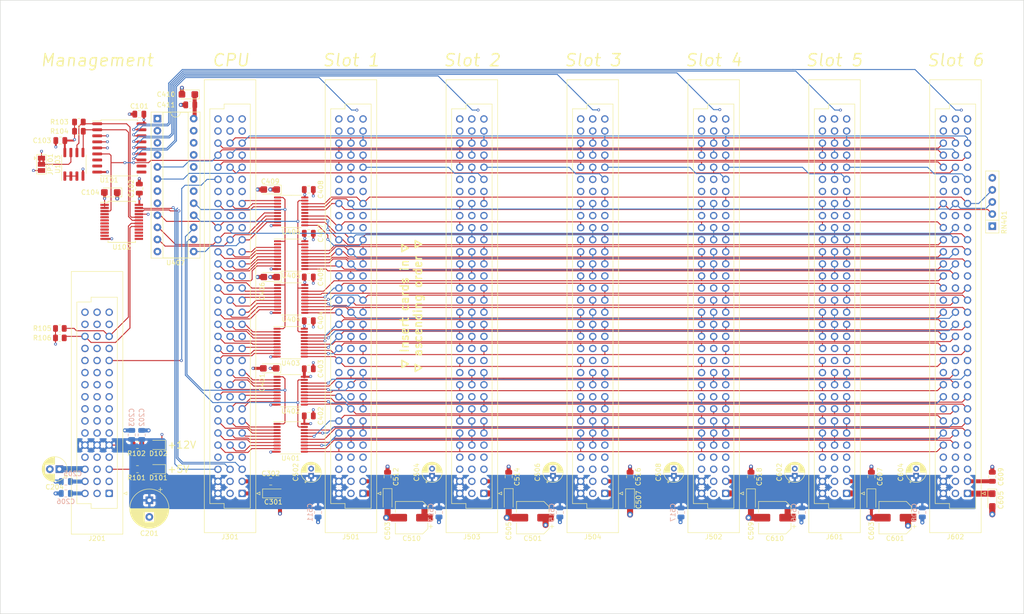
<source format=kicad_pcb>
(kicad_pcb (version 20211014) (generator pcbnew)
  (layers (0 "F.Cu" signal) (1 "In1.Cu" signal) (2 "In2.Cu" signal) (31 "B.Cu" signal) (34 "B.Paste" user) (35 "F.Paste" user) (36 "B.SilkS" user "B.Silkscreen") (37 "F.SilkS" user "F.Silkscreen") (38 "B.Mask" user) (39 "F.Mask" user) (44 "Edge.Cuts" user))
  (net 0 "")
  (net 1 "GND")
  (net 2 "+5V")
  (net 3 "+12V")
  (net 4 "Net-(D101-Pad2)")
  (net 5 "Net-(D102-Pad2)")
  (net 12 "/MGMT_SCL")
  (net 14 "/Management Controller/SNDR")
  (net 21 "/Management Controller/~{IRQ}")
  (net 22 "/MGMT_SDA")
  (net 24 "/Management Controller/SNDL")
  (net 25 "/I2C_SCL")
  (net 26 "/CPU Board/CLK")
  (net 29 "/CPU Board/SNDR")
  (net 30 "/~{I2C_IRQ}")
  (net 33 "/I2C_SDA")
  (net 36 "/CPU Board/SNDL")
  (net 37 "Net-(JP101-Pad2)")
  (net 38 "/BPL_SCL")
  (net 39 "/BPL_SDA")
  (net 40 "/~{RESET}")
  (net 44 "/Expansion Slots/Slots 1-4/CLK")
  (net 46 "/Expansion Slots/Slots 1-4/~{IRQ_IN_1}")
  (net 47 "/Expansion Slots/Slots 1-4/~{IRQ_OUT_1}")
  (net 48 "/Expansion Slots/Slots 1-4/SNDR0")
  (net 52 "/Expansion Slots/Slots 1-4/SNDL0")
  (net 54 "/Expansion Slots/Slots 1-4/~{IRQ_OUT_2}")
  (net 55 "/Expansion Slots/Slots 1-4/SNDR1")
  (net 59 "/Expansion Slots/Slots 1-4/SNDL1")
  (net 61 "/Expansion Slots/Slots 1-4/~{IRQ_OUT_3}")
  (net 62 "/Expansion Slots/Slots 1-4/SNDR2")
  (net 66 "/Expansion Slots/Slots 1-4/SNDL2")
  (net 71 "/~{EXTRST}")
  (net 72 "/~{BPL_IRQ}")
  (net 85 "/~{BERR}")
  (net 86 "/~{BGACK}")
  (net 87 "/~{HALT}")
  (net 88 "/FC2")
  (net 89 "/~{AS}")
  (net 90 "/~{UDS}")
  (net 91 "/A1")
  (net 92 "/A2")
  (net 93 "/A6")
  (net 94 "/A8")
  (net 95 "/A12")
  (net 96 "/A18")
  (net 97 "/A17")
  (net 98 "/A19")
  (net 99 "/A22")
  (net 100 "/D1")
  (net 101 "/D3")
  (net 102 "/D12")
  (net 103 "/D15")
  (net 104 "/D13")
  (net 105 "/~{IRQ}")
  (net 106 "/~{BR}")
  (net 107 "/~{BG}")
  (net 108 "/FC0")
  (net 109 "/~{DTACK}")
  (net 110 "/~{LDS}")
  (net 111 "/A3")
  (net 112 "/A4")
  (net 113 "/A9")
  (net 114 "/A10")
  (net 115 "/A16")
  (net 116 "/A15")
  (net 117 "/A21")
  (net 118 "/D0")
  (net 119 "/D4")
  (net 120 "/D5")
  (net 121 "/D14")
  (net 122 "/D11")
  (net 123 "/D8")
  (net 124 "/~{IACK}")
  (net 125 "/~{EXT}")
  (net 126 "/FC1")
  (net 127 "/R{slash}~{W}")
  (net 128 "/A5")
  (net 129 "/A7")
  (net 130 "/A11")
  (net 131 "/A14")
  (net 132 "/A13")
  (net 133 "/A20")
  (net 134 "/A23")
  (net 135 "/D2")
  (net 136 "/D6")
  (net 137 "/D7")
  (net 138 "/D10")
  (net 139 "/D9")
  (net 140 "/Expansion Slots/Slots 1-4/SNDR3")
  (net 141 "/Expansion Slots/Slots 1-4/SNDL3")
  (net 142 "/Expansion Slots/I2C_SCL0")
  (net 143 "/Expansion Slots/~{I2C_IRQ0}")
  (net 144 "/~{DETECT0}")
  (net 145 "/Expansion Slots/I2C_SDA0")
  (net 146 "/Expansion Slots/I2C_SCL3")
  (net 147 "/Expansion Slots/~{I2C_IRQ3}")
  (net 148 "/~{DETECT2}")
  (net 149 "/Expansion Slots/I2C_SDA3")
  (net 150 "/Expansion Slots/I2C_SCL1")
  (net 151 "/Expansion Slots/~{I2C_IRQ1}")
  (net 152 "/~{DETECT1}")
  (net 153 "/Expansion Slots/I2C_SDA1")
  (net 154 "/Expansion Slots/I2C_SCL2")
  (net 155 "/Expansion Slots/~{I2C_IRQ2}")
  (net 156 "/Expansion Slots/I2C_SDA2")
  (net 157 "/~{DETECT3}")
  (net 158 "/Expansion Slots/DATA_DIR")
  (net 159 "/Expansion Slots/~{DATA_OE}")
  (net 160 "/Expansion Slots/ED9")
  (net 161 "/Expansion Slots/ED10")
  (net 162 "/Expansion Slots/ED7")
  (net 163 "/Expansion Slots/ED6")
  (net 164 "/Expansion Slots/ED2")
  (net 165 "/Expansion Slots/ED8")
  (net 166 "/Expansion Slots/ED11")
  (net 167 "/Expansion Slots/ED14")
  (net 168 "/Expansion Slots/ED5")
  (net 169 "/Expansion Slots/ED4")
  (net 170 "/Expansion Slots/ED0")
  (net 171 "/Expansion Slots/ED13")
  (net 172 "/Expansion Slots/ED15")
  (net 173 "/Expansion Slots/ED12")
  (net 174 "/Expansion Slots/ED3")
  (net 175 "/Expansion Slots/ED1")
  (net 176 "/Expansion Slots/ADDR_DIR")
  (net 177 "/Expansion Slots/~{ADDR_OE}")
  (net 180 "/Expansion Slots/EA22")
  (net 181 "/Expansion Slots/EA19")
  (net 182 "/Expansion Slots/EA23")
  (net 183 "/Expansion Slots/EA17")
  (net 184 "/Expansion Slots/EA21")
  (net 185 "/Expansion Slots/EA18")
  (net 186 "/Expansion Slots/EA15")
  (net 187 "/Expansion Slots/EA20")
  (net 188 "/Expansion Slots/EA12")
  (net 189 "/Expansion Slots/EA16")
  (net 190 "/Expansion Slots/EA13")
  (net 191 "/Expansion Slots/EA10")
  (net 192 "/Expansion Slots/EA14")
  (net 193 "/Expansion Slots/EA8")
  (net 194 "/Expansion Slots/EA11")
  (net 195 "/Expansion Slots/EA6")
  (net 196 "/Expansion Slots/EA9")
  (net 197 "/Expansion Slots/EA2")
  (net 198 "/Expansion Slots/EA4")
  (net 199 "/Expansion Slots/EA7")
  (net 200 "/Expansion Slots/EA1")
  (net 201 "/Expansion Slots/EA3")
  (net 202 "/Expansion Slots/EA5")
  (net 217 "/Expansion Slots/EFC1")
  (net 218 "/Expansion Slots/EFC0")
  (net 219 "/Expansion Slots/EFC2")
  (net 220 "/Expansion Slots/ER{slash}~{W}")
  (net 221 "/Expansion Slots/~{ELDS}")
  (net 222 "/Expansion Slots/~{EUDS}")
  (net 223 "/Expansion Slots/~{EAS}")
  (net 224 "/~{DETECT4}")
  (net 225 "/~{DETECT5}")
  (net 227 "/Expansion Slots/~{IRQ_OUT}")
  (net 228 "/Expansion Slots/Slots 5-6/CLK")
  (net 230 "/Expansion Slots/Slots 5-6/~{IRQ_OUT_5}")
  (net 231 "/Expansion Slots/Slots 5-6/SNDR4")
  (net 235 "/Expansion Slots/Slots 5-6/SNDL4")
  (net 237 "/Expansion Slots/Slots 5-6/~{IRQ_OUT_6}")
  (net 238 "/Expansion Slots/Slots 5-6/SNDR5")
  (net 242 "/Expansion Slots/Slots 5-6/SNDL5")
  (net 243 "/Expansion Slots/I2C_SCL4")
  (net 244 "/Expansion Slots/~{I2C_IRQ4}")
  (net 245 "/Expansion Slots/I2C_SDA4")
  (net 246 "/Expansion Slots/I2C_SCL5")
  (net 247 "/Expansion Slots/~{I2C_IRQ5}")
  (net 248 "/Expansion Slots/I2C_SDA5")
  (footprint "Jumper:SolderJumper-3_P1.3mm_Bridged2Bar12_Pad1.0x1.5mm" (layer "F.Cu") (at 38.6425 64.5 -90)
    (fp_text reference "JP101")
    (fp_text value "WP")
  )
  (footprint "Capacitor_SMD:C_0805_2012Metric" (layer "F.Cu") (at 59.2 69.6 -90)
    (fp_text reference "C102")
    (fp_text value "100nF" hide)
  )
  (footprint "Capacitor_Tantalum_SMD:CP_EIA-3216-18_Kemet-A" (layer "F.Cu") (at 86.6 107.4 180)
    (fp_text reference "C401")
    (fp_text value "10µF" hide)
  )
  (footprint "Capacitor_SMD:C_0805_2012Metric" (layer "F.Cu") (at 136.8 130.2 90)
    (fp_text reference "C514")
    (fp_text value "100nF" hide)
  )
  (footprint "Connector_DIN:DIN41612_C_3x32_Female_Vertical_THT" (layer "F.Cu") (at 131.6 133.7 180)
    (fp_text reference "J503")
    (fp_text value "Slot 2")
  )
  (footprint "Capacitor_Tantalum_SMD:CP_EIA-3216-18_Kemet-A" (layer "F.Cu") (at 111.35 135 -90)
    (fp_text reference "C503")
    (fp_text value "10µF" hide)
  )
  (footprint "Connector_DIN:DIN41612_C_3x32_Female_Vertical_THT" (layer "F.Cu") (at 207.8 133.7 180)
    (fp_text reference "J601")
    (fp_text value "Slot 5")
  )
  (footprint "Capacitor_THT:CP_Radial_D5.0mm_P2.00mm" (layer "F.Cu") (at 42.4 128.6 180)
    (fp_text reference "C204")
    (fp_text value "100µF" hide)
  )
  (footprint "Resistor_SMD:R_0805_2012Metric" (layer "F.Cu") (at 46.5 57.55)
    (fp_text reference "R104")
    (fp_text value "4k7" hide)
  )
  (footprint "Capacitor_Tantalum_SMD:CP_EIA-3216-18_Kemet-A" (layer "F.Cu") (at 162.3 135.05 -90)
    (fp_text reference "C507")
    (fp_text value "10µF" hide)
  )
  (footprint "Capacitor_SMD:C_0805_2012Metric" (layer "F.Cu") (at 213 130.2 90)
    (fp_text reference "C607")
    (fp_text value "100nF" hide)
  )
  (footprint "Capacitor_SMD:C_0805_2012Metric" (layer "F.Cu") (at 94.8 117.4)
    (fp_text reference "C402")
    (fp_text value "100nF" hide)
  )
  (footprint "Package_SO:SSOP-24_5.3x8.2mm_P0.65mm" (layer "F.Cu") (at 55.5 76.6)
    (fp_text reference "U102")
    (fp_text value "PCA9548ADB")
  )
  (footprint "Package_SO:TSSOP-20_4.4x6.5mm_P0.65mm" (layer "F.Cu") (at 91 112.1)
    (fp_text reference "U402")
    (fp_text value "74HC245")
  )
  (footprint "Capacitor_SMD:C_0805_2012Metric" (layer "F.Cu") (at 94.8 107.5)
    (fp_text reference "C403")
    (fp_text value "100nF" hide)
  )
  (footprint "Capacitor_SMD:CP_Elec_6.3x5.7" (layer "F.Cu") (at 116.4 138.8 180)
    (fp_text reference "C510")
    (fp_text value "47µF" hide)
  )
  (footprint "Capacitor_SMD:CP_Elec_6.3x5.7" (layer "F.Cu") (at 218 138.8 180)
    (fp_text reference "C601")
    (fp_text value "47µF" hide)
  )
  (footprint "Capacitor_SMD:C_0805_2012Metric" (layer "F.Cu") (at 187.7 130.2 90)
    (fp_text reference "C518")
    (fp_text value "100nF" hide)
  )
  (footprint "Package_SO:TSSOP-20_4.4x6.5mm_P0.65mm" (layer "F.Cu") (at 91.1 74.4)
    (fp_text reference "U406")
    (fp_text value "74HC245")
  )
  (footprint "Capacitor_Tantalum_SMD:CP_EIA-3216-18_Kemet-A" (layer "F.Cu") (at 69.5 49.8 180)
    (fp_text reference "C410")
    (fp_text value "10µF" hide)
  )
  (footprint "Capacitor_SMD:C_0805_2012Metric" (layer "F.Cu") (at 94.8 88.2)
    (fp_text reference "C405")
    (fp_text value "100nF" hide)
  )
  (footprint "Connector_DIN:DIN41612_C_3x32_Female_Vertical_THT" (layer "F.Cu") (at 80.8 133.7 180)
    (fp_text reference "J301")
    (fp_text value "CPU")
  )
  (footprint "Resistor_SMD:R_0805_2012Metric" (layer "F.Cu") (at 58.8 128.6 180)
    (fp_text reference "R101")
    (fp_text value "4k7" hide)
  )
  (footprint "Package_SO:SOIC-8_3.9x4.9mm_P1.27mm" (layer "F.Cu") (at 45.45 64.5 90)
    (fp_text reference "U103")
    (fp_text value "AT24CS32-SSHM")
  )
  (footprint "Capacitor_Tantalum_SMD:CP_EIA-3216-18_Kemet-A" (layer "F.Cu") (at 53.2 70.4 180)
    (fp_text reference "C104")
    (fp_text value "10µF" hide)
  )
  (footprint "Resistor_SMD:R_0805_2012Metric" (layer "F.Cu") (at 42.5 101)
    (fp_text reference "R106")
    (fp_text value "4k7" hide)
  )
  (footprint "Connector_DIN:DIN41612_C_3x32_Female_Vertical_THT" (layer "F.Cu") (at 157 133.7 180)
    (fp_text reference "J504")
    (fp_text value "Slot 3")
  )
  (footprint "Capacitor_SMD:C_0805_2012Metric" (layer "F.Cu") (at 86.8 131.2)
    (fp_text reference "C302")
    (fp_text value "100nF" hide)
  )
  (footprint "Connector_DIN:DIN41612_C_3x32_Female_Vertical_THT" (layer "F.Cu") (at 182.4 133.7 180)
    (fp_text reference "J502")
    (fp_text value "Slot 4")
  )
  (footprint "Capacitor_SMD:CP_Elec_6.3x5.7" (layer "F.Cu") (at 192.7 138.8 180)
    (fp_text reference "C610")
    (fp_text value "47µF" hide)
  )
  (footprint "Package_DIP:DIP-24_W7.62mm_Socket" (layer "F.Cu") (at 63 54.9)
    (fp_text reference "U407")
    (fp_text value "ATF22V10C")
  )
  (footprint "Resistor_SMD:R_0805_2012Metric" (layer "F.Cu") (at 42.5 99)
    (fp_text reference "R105")
    (fp_text value "4k7" hide)
  )
  (footprint "Package_SO:TSSOP-20_4.4x6.5mm_P0.65mm" (layer "F.Cu") (at 91.1 92.8)
    (fp_text reference "U404")
    (fp_text value "74HC245")
  )
  (footprint "Capacitor_THT:CP_Radial_D4.0mm_P1.50mm" (layer "F.Cu") (at 171.5 130 90)
    (fp_text reference "C508")
    (fp_text value "10µF" hide)
  )
  (footprint "Package_SO:TSSOP-20_4.4x6.5mm_P0.65mm" (layer "F.Cu") (at 91 102)
    (fp_text reference "U403")
    (fp_text value "74HC245")
  )
  (footprint "Capacitor_SMD:CP_Elec_6.3x5.7" (layer "F.Cu") (at 141.85 138.8 180)
    (fp_text reference "C501")
    (fp_text value "47µF" hide)
  )
  (footprint "Capacitor_THT:CP_Radial_D4.0mm_P1.50mm" (layer "F.Cu") (at 196.9 130 90)
    (fp_text reference "C602")
    (fp_text value "10µF" hide)
  )
  (footprint "Capacitor_THT:CP_Radial_D4.0mm_P1.50mm" (layer "F.Cu") (at 146.1 130 90)
    (fp_text reference "C506")
    (fp_text value "10µF" hide)
  )
  (footprint "Resistor_SMD:R_0805_2012Metric" (layer "F.Cu") (at 58.8 123.5 180)
    (fp_text reference "R102")
    (fp_text value "10k" hide)
  )
  (footprint "Capacitor_Tantalum_SMD:CP_EIA-3216-18_Kemet-A" (layer "F.Cu") (at 87.4 133.7)
    (fp_text reference "C301")
    (fp_text value "10µF" hide)
  )
  (footprint "LED_SMD:LED_0805_2012Metric" (layer "F.Cu") (at 63 128.6 180)
    (fp_text reference "D101")
    (fp_text value "Green" hide)
  )
  (footprint "Connector_DIN:DIN41612_C_3x32_Female_Vertical_THT" (layer "F.Cu") (at 233.2 133.7 180)
    (fp_text reference "J602")
    (fp_text value "Slot 6")
  )
  (footprint "Capacitor_SMD:C_0805_2012Metric" (layer "F.Cu") (at 162.3 130.2 90)
    (fp_text reference "C516")
    (fp_text value "100nF" hide)
  )
  (footprint "Capacitor_SMD:C_0805_2012Metric" (layer "F.Cu") (at 238.4 130.2 90)
    (fp_text reference "C609")
    (fp_text value "100nF" hide)
  )
  (footprint "Connector_DIN:DIN41612_C_3x32_Female_Vertical_THT" (layer "F.Cu") (at 106.2 133.7 180)
    (fp_text reference "J501")
    (fp_text value "Slot 1")
  )
  (footprint "Capacitor_Tantalum_SMD:CP_EIA-3216-18_Kemet-A" (layer "F.Cu") (at 238.4 135.1 -90)
    (fp_text reference "C605")
    (fp_text value "10µF" hide)
  )
  (footprint "Capacitor_SMD:C_0805_2012Metric" (layer "F.Cu") (at 69.9 52 180)
    (fp_text reference "C411")
    (fp_text value "100nF" hide)
  )
  (footprint "Capacitor_Tantalum_SMD:CP_EIA-3216-18_Kemet-A" (layer "F.Cu") (at 213 135.05 -90)
    (fp_text reference "C603")
    (fp_text value "10µF" hide)
  )
  (footprint "Capacitor_SMD:C_0805_2012Metric" (layer "F.Cu") (at 94.8 69.8)
    (fp_text reference "C408")
    (fp_text value "100nF" hide)
  )
  (footprint "Capacitor_SMD:C_0805_2012Metric" (layer "F.Cu") (at 59.2 53.95)
    (fp_text reference "C101")
    (fp_text value "100nF" hide)
  )
  (footprint "Capacitor_Tantalum_SMD:CP_EIA-3216-18_Kemet-A" (layer "F.Cu") (at 187.7 135.05 -90)
    (fp_text reference "C509")
    (fp_text value "10µF" hide)
  )
  (footprint "LED_SMD:LED_0805_2012Metric" (layer "F.Cu") (at 63 123.5 180)
    (fp_text reference "D102")
    (fp_text value "Green" hide)
  )
  (footprint "Package_SO:SOIC-18W_7.5x11.6mm_P1.27mm" (layer "F.Cu") (at 55 61.05)
    (fp_text reference "U101")
    (fp_text value "MCP23008-xSO")
  )
  (footprint "Connector_DIN:DIN41612_C2_3x16_Female_Vertical_THT" (layer "F.Cu") (at 52.86 133.7 180)
    (fp_text reference "J201")
    (fp_text value "Management")
  )
  (footprint "Capacitor_THT:CP_Radial_D4.0mm_P1.50mm" (layer "F.Cu") (at 120.7 130 90)
    (fp_text reference "C504")
    (fp_text value "10µF" hide)
  )
  (footprint "Package_SO:TSSOP-20_4.4x6.5mm_P0.65mm" (layer "F.Cu") (at 91 122)
    (fp_text reference "U401")
    (fp_text value "74HC245")
  )
  (footprint "Capacitor_Tantalum_SMD:CP_EIA-3216-18_Kemet-A" (layer "F.Cu") (at 136.8 135 -90)
    (fp_text reference "C505")
    (fp_text value "10µF" hide)
  )
  (footprint "Resistor_THT:R_Array_SIP5" (layer "F.Cu") (at 238.4 77.5 90)
    (fp_text reference "RN401")
    (fp_text value "10k")
  )
  (footprint "Capacitor_Tantalum_SMD:CP_EIA-3216-18_Kemet-A" (layer "F.Cu") (at 86.7 69.8 180)
    (fp_text reference "C409")
    (fp_text value "10µF" hide)
  )
  (footprint "Package_SO:TSSOP-20_4.4x6.5mm_P0.65mm" (layer "F.Cu") (at 91.1 83.6)
    (fp_text reference "U405")
    (fp_text value "74HC245")
  )
  (footprint "Capacitor_SMD:C_0805_2012Metric" (layer "F.Cu") (at 94.8 97.4)
    (fp_text reference "C404")
    (fp_text value "100nF" hide)
  )
  (footprint "Capacitor_Tantalum_SMD:CP_EIA-3216-18_Kemet-A" (layer "F.Cu") (at 86.7 88.2 180)
    (fp_text reference "C406")
    (fp_text value "10µF" hide)
  )
  (footprint "Capacitor_SMD:C_0805_2012Metric" (layer "F.Cu") (at 94.8 79)
    (fp_text reference "C407")
    (fp_text value "100nF" hide)
  )
  (footprint "Capacitor_THT:CP_Radial_D4.0mm_P1.50mm" (layer "F.Cu") (at 222.4 130 90)
    (fp_text reference "C604")
    (fp_text value "10µF" hide)
  )
  (footprint "Resistor_SMD:R_0805_2012Metric" (layer "F.Cu") (at 46.5 55.6)
    (fp_text reference "R103")
    (fp_text value "4k7" hide)
  )
  (footprint "Capacitor_THT:CP_Radial_D4.0mm_P1.50mm" (layer "F.Cu") (at 95.3 130 90)
    (fp_text reference "C502")
    (fp_text value "10µF" hide)
  )
  (footprint "Capacitor_THT:CP_Radial_D8.0mm_P3.50mm" (layer "F.Cu") (at 61.3 135.147349 -90)
    (fp_text reference "C201")
    (fp_text value "100µF" hide)
  )
  (footprint "Capacitor_SMD:C_0805_2012Metric" (layer "F.Cu") (at 42.6 59.5 180)
    (fp_text reference "C103")
    (fp_text value "100nF" hide)
  )
  (footprint "Capacitor_SMD:C_0805_2012Metric" (layer "F.Cu") (at 111.35 130.2 90)
    (fp_text reference "C512")
    (fp_text value "100nF" hide)
  )
  (footprint "Capacitor_SMD:C_0805_2012Metric" (layer "B.Cu") (at 59.7 121.4 90)
    (fp_text reference "C202")
    (fp_text value "1µF" hide)
  )
  (footprint "Capacitor_SMD:C_0805_2012Metric" (layer "B.Cu") (at 96.75 137.7 -90)
    (fp_text reference "C511")
    (fp_text value "100nF" hide)
  )
  (footprint "Capacitor_SMD:C_0805_2012Metric" (layer "B.Cu") (at 43.75 133.7 180)
    (fp_text reference "C206")
    (fp_text value "100nF" hide)
  )
  (footprint "Capacitor_SMD:C_0805_2012Metric" (layer "B.Cu") (at 122.15 137.7 -90)
    (fp_text reference "C513")
    (fp_text value "100nF" hide)
  )
  (footprint "Capacitor_SMD:C_0805_2012Metric" (layer "B.Cu") (at 57.6 121.4 90)
    (fp_text reference "C203")
    (fp_text value "100nF" hide)
  )
  (footprint "Capacitor_SMD:C_0805_2012Metric" (layer "B.Cu") (at 223.7 137.7 -90)
    (fp_text reference "C608")
    (fp_text value "100nF" hide)
  )
  (footprint "Capacitor_SMD:C_0805_2012Metric" (layer "B.Cu") (at 198.4 137.7 -90)
    (fp_text reference "C606")
    (fp_text value "100nF" hide)
  )
  (footprint "Capacitor_SMD:C_0805_2012Metric" (layer "B.Cu") (at 147.55 137.7 -90)
    (fp_text reference "C515")
    (fp_text value "100nF" hide)
  )
  (footprint "Capacitor_SMD:C_0805_2012Metric" (layer "B.Cu") (at 43.75 131.2 180)
    (fp_text reference "C205")
    (fp_text value "1µF" hide)
  )
  (footprint "Capacitor_SMD:C_0805_2012Metric" (layer "B.Cu") (at 173 137.7 -90)
    (fp_text reference "C517")
    (fp_text value "100nF" hide)
  )
  (gr_line (start 245 159) (end 30 159) (layer "Edge.Cuts") (width 0.1))
  (gr_line (start 30 159) (end 30 30) (layer "Edge.Cuts") (width 0.1))
  (gr_line (start 245 30) (end 245 159) (layer "Edge.Cuts") (width 0.1))
  (gr_line (start 30 30) (end 245 30) (layer "Edge.Cuts") (width 0.1))
  (gr_text "CPU" (at 78.4 42.6) (layer "F.SilkS") (effects (font (size 2.54 2.54) (thickness 0.3) italic)))
  (gr_text "Slot 5" (at 205.2 42.6) (layer "F.SilkS") (effects (font (size 2.54 2.54) (thickness 0.3) italic)))
  (gr_text "Slot 6" (at 230.7 42.6) (layer "F.SilkS") (effects (font (size 2.54 2.54) (thickness 0.3) italic)))
  (gr_text "+5V" (at 65 128.6) (layer "F.SilkS") (effects (font (size 1.5 1.5) (thickness 0.2)) (justify left)))
  (gr_text "Management" (at 50.3 42.6) (layer "F.SilkS") (effects (font (size 2.54 2.54) (thickness 0.3) italic)))
  (gr_text "Slot 4" (at 179.9 42.6) (layer "F.SilkS") (effects (font (size 2.54 2.54) (thickness 0.3) italic)))
  (gr_text "Slot 2" (at 129.1 42.6) (layer "F.SilkS") (effects (font (size 2.54 2.54) (thickness 0.3) italic)))
  (gr_text "▽ Insert cards in ▽\n▽ ascending order ▽" (at 116.3 94.3 90) (layer "F.SilkS") (effects (font (size 1.74 1.74) (thickness 0.3))))
  (gr_text "Slot 3" (at 154.5 42.6) (layer "F.SilkS") (effects (font (size 2.54 2.54) (thickness 0.3) italic)))
  (gr_text "+12V" (at 65 123.5) (layer "F.SilkS") (effects (font (size 1.5 1.5) (thickness 0.2)) (justify left)))
  (gr_text "Slot 1" (at 103.7 42.6) (layer "F.SilkS") (effects (font (size 2.54 2.54) (thickness 0.3) italic)))
  (segment (start 50.85 66.13) (end 52.47 66.13) (width 0.4064) (layer "F.Cu") (net 1))
  (segment (start 87.75 131.2) (end 88.35 131.2) (width 0.8382) (layer "F.Cu") (net 1))
  (segment (start 136.8 129.25) (end 136.8 128.05) (width 0.8382) (layer "F.Cu") (net 1))
  (segment (start 63.9375 121.3125) (end 63.9375 123.5) (width 0.2032) (layer "F.Cu") (net 1))
  (segment (start 136.8 136.35) (end 136.8 138.4) (width 1.27) (layer "F.Cu") (net 1))
  (segment (start 50.85 58.51) (end 52.49 58.51) (width 0.2032) (layer "F.Cu") (net 1))
  (segment (start 213 129.25) (end 213 128.05) (width 0.8382) (layer "F.Cu") (net 1))
  (segment (start 187.7 136.4) (end 187.7 138.3) (width 1.27) (layer "F.Cu") (net 1))
  (segment (start 88.1375 115.025) (end 86.875 115.025) (width 0.4064) (layer "F.Cu") (net 1))
  (segment (start 88.35 131.2) (end 88.75 131.6) (width 0.8382) (layer "F.Cu") (net 1))
  (segment (start 38.6425 61.7575) (end 38.65 61.75) (width 0.2032) (layer "F.Cu") (net 1))
  (segment (start 85.25 107.4) (end 83.1 107.4) (width 0.635) (layer "F.Cu") (net 1))
  (segment (start 52.49 58.51) (end 52.5 58.5) (width 0.2032) (layer "F.Cu") (net 1))
  (segment (start 190 138.8) (end 187.2 138.8) (width 1.27) (layer "F.Cu") (net 1))
  (segment (start 111.35 136.35) (end 111.35 138.5) (width 1.27) (layer "F.Cu") (net 1))
  (segment (start 86.925 86.525) (end 86.9 86.5) (width 0.4064) (layer "F.Cu") (net 1))
  (segment (start 238.4 136.45) (end 238.4 138.1) (width 1.27) (layer "F.Cu") (net 1))
  (segment (start 162.3 136.4) (end 162.3 138.15) (width 1.27) (layer "F.Cu") (net 1))
  (segment (start 85.35 69.8) (end 84 69.8) (width 0.8382) (layer "F.Cu") (net 1))
  (segment (start 95.75 116.1) (end 95.75 117.4) (width 0.4064) (layer "F.Cu") (net 1))
  (segment (start 88.1375 104.925) (end 86.875 104.925) (width 0.4064) (layer "F.Cu") (net 1))
  (segment (start 139.15 138.8) (end 136.4 138.8) (width 1.27) (layer "F.Cu") (net 1))
  (segment (start 86.875 104.925) (end 86.8 105) (width 0.4064) (layer "F.Cu") (net 1))
  (segment (start 88.2375 77.325) (end 86.975 77.325) (width 0.4064) (layer "F.Cu") (net 1))
  (segment (start 68.95 52) (end 67.9 52) (width 0.8382) (layer "F.Cu") (net 1))
  (segment (start 53.375 80.175) (end 53.4 80.15) (width 0.4064) (layer "F.Cu") (net 1))
  (segment (start 51.9 71.7) (end 51.9 70.45) (width 0.635) (layer "F.Cu") (net 1))
  (segment (start 86.875 115.025) (end 86.8 115.1) (width 0.4064) (layer "F.Cu") (net 1))
  (segment (start 88.2375 86.525) (end 86.925 86.525) (width 0.4064) (layer "F.Cu") (net 1))
  (segment (start 51.9 80.175) (end 53.375 80.175) (width 0.4064) (layer "F.Cu") (net 1))
  (segment (start 58.25 53.95) (end 57.1 53.95) (width 0.635) (layer "F.Cu") (net 1))
  (segment (start 50.85 61.05) (end 52.5 61.05) (width 0.2032) (layer "F.Cu") (net 1))
  (segment (start 85.35 88.2) (end 84 88.2) (width 0.8382) (layer "F.Cu") (net 1))
  (segment (start 111.35 138.5) (end 111.05 138.8) (width 1.27) (layer "F.Cu") (net 1))
  (segment (start 63.95 121.3) (end 63.9375 121.3125) (width 0.2032) (layer "F.Cu") (net 1))
  (segment (start 95.75 97.4) (end 95.75 98.7) (width 0.4064) (layer "F.Cu") (net 1))
  (segment (start 88.1375 124.925) (end 86.875 124.925) (width 0.4064) (layer "F.Cu") (net 1))
  (segment (start 95.75 88.2) (end 95.75 89.5) (width 0.4064) (layer "F.Cu") (net 1))
  (segment (start 63.9375 123.5) (end 63.9375 128.6) (width 0.2032) (layer "F.Cu") (net 1))
  (segment (start 95.75 69.8) (end 95.75 71.15) (width 0.4064) (layer "F.Cu") (net 1))
  (segment (start 47.355 66.975) (end 47.355 65.505) (width 0.4064) (layer "F.Cu") (net 1))
  (segment (start 86.9 95.7) (end 86.925 95.725) (width 0.4064) (layer "F.Cu") (net 1))
  (segment (start 162.3 129.25) (end 162.3 128.05) (width 0.8382) (layer "F.Cu") (net 1))
  (segment (start 86.875 124.925) (end 86.8 125) (width 0.4064) (layer "F.Cu") (net 1))
  (segment (start 41.65 59.5) (end 41.65 60.85) (width 0.4064) (layer "F.Cu") (net 1))
  (segment (start 88.75 131.6) (end 88.75 133.7) (width 0.8382) (layer "F.Cu") (net 1))
  (segment (start 238.4 129.25) (end 238.4 128.1) (width 0.8382) (layer "F.Cu") (net 1))
  (segment (start 111.35 129.25) (end 111.35 128.05) (width 0.8382) (layer "F.Cu") (net 1))
  (segment (start 113.7 138.8) (end 111.05 138.8) (width 1.27) (layer "F.Cu") (net 1))
  (segment (start 38.6425 63.2) (end 38.6425 61.7575) (width 0.2032) (layer "F.Cu") (net 1))
  (segment (start 215.3 138.8) (end 212.5 138.8) (width 1.27) (layer "F.Cu") (net 1))
  (segment (start 61.025 74.975) (end 59.2 74.975) (width 0.2032) (layer "F.Cu") (net 1))
  (segment (start 187.7 138.3) (end 187.2 138.8) (width 1.27) (layer "F.Cu") (net 1))
  (segment (start 213 138.3) (end 212.5 138.8) (width 0.635) (layer "F.Cu") (net 1))
  (segment (start 68.15 48.4) (end 68.15 49.8) (width 0.8382) (layer "F.Cu") (net 1))
  (segment (start 86.925 95.725) (end 88.2375 95.725) (width 0.4064) (layer "F.Cu") (net 1))
  (segment (start 136.8 138.4) (end 136.4 138.8) (width 1.27) (layer "F.Cu") (net 1))
  (segment (start 61.05 75) (end 61.025 74.975) (width 0.2032) (layer "F.Cu") (net 1))
  (segment (start 59.2 68.6) (end 59.2 67.5) (width 0.635) (layer "F.Cu") (net 1))
  (segment (start 187.7 129.25) (end 187.7 128.05) (width 0.8382) (layer "F.Cu") (net 1))
  (segment (start 51.9 73.675) (end 51.9 73.025) (width 0.2032) (layer "F.Cu") (net 1))
  (segment (start 95.75 79) (end 95.75 80.35) (width 0.4064) (layer "F.Cu") (net 1))
  (segment (start 213 136.4) (end 213 138.3) (width 0.635) (layer "F.Cu") (net 1))
  (segment (start 86.975 77.325) (end 86.9 77.4) (width 0.4064) (layer "F.Cu") (net 1))
  (segment (start 52.47 66.13) (end 52.5 66.1) (width 0.4064) (layer "F.Cu") (net 1))
  (segment (start 47.355 65.505) (end 47.35 65.5) (width 0.4064) (layer "F.Cu") (net 1))
  (segment (start 51.9 73.025) (end 51.9 71.7) (width 0.2032) (layer "F.Cu") (net 1))
  (segment (start 88.75 133.7) (end 88.75 137.95) (width 0.8382) (layer "F.Cu") (net 1))
  (segment (start 51.9 70.45) (end 51.85 70.4) (width 0.2032) (layer "F.Cu") (net 1))
  (segment (start 95.75 106.2) (end 95.75 107.5) (width 0.4064) (layer "F.Cu") (net 1))
  (via (at 223.7 139.8) (size 0.8) (drill 0.4) (layers "F.Cu" "B.Cu") (net 1))
  (via (at 111.35 128.05) (size 0.8) (drill 0.4) (layers "F.Cu" "B.Cu") (net 1))
  (via (at 86.8 105) (size 0.6) (drill 0.3) (layers "F.Cu" "B.Cu") (net 1))
  (via (at 41.6 133.7) (size 0.8) (drill 0.4) (layers "F.Cu" "B.Cu") (net 1))
  (via (at 95.75 116.1) (size 0.6) (drill 0.3) (layers "F.Cu" "B.Cu") (net 1))
  (via (at 111.05 138.8) (size 1.2) (drill 0.6) (layers "F.Cu" "B.Cu") (net 1))
  (via (at 53.4 80.15) (size 0.6) (drill 0.3) (layers "F.Cu" "B.Cu") (net 1))
  (via (at 95.75 71.15) (size 0.6) (drill 0.3) (layers "F.Cu" "B.Cu") (net 1))
  (via (at 213 128.05) (size 0.8) (drill 0.4) (layers "F.Cu" "B.Cu") (net 1))
  (via (at 238.4 138.1) (size 1.2) (drill 0.6) (layers "F.Cu" "B.Cu") (net 1))
  (via (at 122.15 139.75) (size 0.8) (drill 0.4) (layers "F.Cu" "B.Cu") (net 1))
  (via (at 83.1 107.4) (size 0.6) (drill 0.3) (layers "F.Cu" "B.Cu") (net 1))
  (via (at 88.75 137.95) (size 0.8) (drill 0.4) (layers "F.Cu" "B.Cu") (net 1))
  (via (at 59.2 67.5) (size 0.6) (drill 0.3) (layers "F.Cu" "B.Cu") (net 1))
  (via (at 86.9 77.4) (size 0.6) (drill 0.3) (layers "F.Cu" "B.Cu") (net 1))
  (via (at 52.5 61.05) (size 0.6) (drill 0.3) (layers "F.Cu" "B.Cu") (net 1))
  (via (at 172.9 139.75) (size 0.8) (drill 0.4) (layers "F.Cu" "B.Cu") (net 1))
  (via (at 41.65 60.85) (size 0.6) (drill 0.3) (layers "F.Cu" "B.Cu") (net 1))
  (via (at 51.9 71.7) (size 0.6) (drill 0.3) (layers "F.Cu" "B.Cu") (net 1))
  (via (at 61.05 75) (size 0.6) (drill 0.3) (layers "F.Cu" "B.Cu") (net 1))
  (via (at 95.75 98.7) (size 0.6) (drill 0.3) (layers "F.Cu" "B.Cu") (net 1))
  (via (at 212.5 138.8) (size 1.2) (drill 0.6) (layers "F.Cu" "B.Cu") (net 1))
  (via (at 95.75 106.2) (size 0.6) (drill 0.3) (layers "F.Cu" "B.Cu") (net 1))
  (via (at 162.3 138.15) (size 1.2) (drill 0.6) (layers "F.Cu" "B.Cu") (net 1))
  (via (at 68.15 48.4) (size 0.8) (drill 0.4) (layers "F.Cu" "B.Cu") (net 1))
  (via (at 198.3 139.8) (size 0.8) (drill 0.4) (layers "F.Cu" "B.Cu") (net 1))
  (via (at 187.7 128.05) (size 0.8) (drill 0.4) (layers "F.Cu" "B.Cu") (net 1))
  (via (at 136.8 128.05) (size 0.8) (drill 0.4) (layers "F.Cu" "B.Cu") (net 1))
  (via (at 86.9 86.5) (size 0.6) (drill 0.3) (layers "F.Cu" "B.Cu") (net 1))
  (via (at 187.2 138.8) (size 1.2) (drill 0.6) (layers "F.Cu" "B.Cu") (net 1))
  (via (at 52.5 58.5) (size 0.6) (drill 0.3) (layers "F.Cu" "B.Cu") (net 1))
  (via (at 57.1 53.95) (size 0.6) (drill 0.3) (layers "F.Cu" "B.Cu") (net 1))
  (via (at 147.55 139.75) (size 0.8) (drill 0.4) (layers "F.Cu" "B.Cu") (net 1))
  (via (at 84 88.2) (size 0.8) (drill 0.4) (layers "F.Cu" "B.Cu") (net 1))
  (via (at 86.8 125) (size 0.6) (drill 0.3) (layers "F.Cu" "B.Cu") (net 1))
  (via (at 136.4 138.8) (size 1.2) (drill 0.6) (layers "F.Cu" "B.Cu") (net 1))
  (via (at 86.8 115.1) (size 0.6) (drill 0.3) (layers "F.Cu" "B.Cu") (net 1))
  (via (at 162.3 128.05) (size 0.8) (drill 0.4) (layers "F.Cu" "B.Cu") (net 1))
  (via (at 84 69.8) (size 0.8) (drill 0.4) (layers "F.Cu" "B.Cu") (net 1))
  (via (at 56.15 120.45) (size 0.8) (drill 0.4) (layers "F.Cu" "B.Cu") (net 1))
  (via (at 52.5 66.1) (size 0.6) (drill 0.3) (layers "F.Cu" "B.Cu") (net 1))
  (via (at 63.95 121.3) (size 0.6) (drill 0.3) (layers "F.Cu" "B.Cu") (net 1))
  (via (at 38.65 61.75) (size 0.6) (drill 0.3) (layers "F.Cu" "B.Cu") (net 1))
  (via (at 67.9 52) (size 0.8) (drill 0.4) (layers "F.Cu" "B.Cu") (net 1))
  (via (at 86.9 95.7) (size 0.6) (drill 0.3) (layers "F.Cu" "B.Cu") (net 1))
  (via (at 95.75 89.5) (size 0.6) (drill 0.3) (layers "F.Cu" "B.Cu") (net 1))
  (via (at 47.35 65.5) (size 0.6) (drill 0.3) (layers "F.Cu" "B.Cu") (net 1))
  (via (at 238.4 128.1) (size 0.8) (drill 0.4) (layers "F.Cu" "B.Cu") (net 1))
  (via (at 96.75 139.75) (size 0.8) (drill 0.4) (layers "F.Cu" "B.Cu") (net 1))
  (via (at 95.75 80.35) (size 0.6) (drill 0.3) (layers "F.Cu" "B.Cu") (net 1))
  (via (at 61.15 120.45) (size 0.8) (drill 0.4) (layers "F.Cu" "B.Cu") (net 1))
  (via (at 41.6 131.2) (size 0.8) (drill 0.4) (layers "F.Cu" "B.Cu") (net 1))
  (segment (start 147.55 138.65) (end 147.55 139.75) (width 0.8382) (layer "B.Cu") (net 1))
  (segment (start 57.6 120.45) (end 56.15 120.45) (width 0.8382) (layer "B.Cu") (net 1))
  (segment (start 223.7 138.65) (end 223.7 139.8) (width 0.8382) (layer "B.Cu") (net 1))
  (segment (start 122.15 138.65) (end 122.15 139.75) (width 0.8382) (layer "B.Cu") (net 1))
  (segment (start 42.8 133.7) (end 41.6 133.7) (width 0.8382) (layer "B.Cu") (net 1))
  (segment (start 59.7 120.45) (end 61.15 120.45) (width 0.8382) (layer "B.Cu") (net 1))
  (segment (start 96.75 138.65) (end 96.75 139.75) (width 0.8382) (layer "B.Cu") (net 1))
  (segment (start 42.8 131.2) (end 41.6 131.2) (width 0.8382) (layer "B.Cu") (net 1))
  (segment (start 198.3 138.65) (end 198.3 139.8) (width 0.8382) (layer "B.Cu") (net 1))
  (segment (start 172.9 138.65) (end 172.9 139.75) (width 0.8382) (layer "B.Cu") (net 1))
  (segment (start 187.69 131.16) (end 187.7 131.15) (width 0.8382) (layer "F.Cu") (net 2))
  (segment (start 131.6 131.16) (end 136.79 131.16) (width 0.8382) (layer "F.Cu") (net 2))
  (segment (start 85.81 131.16) (end 85.85 131.2) (width 0.8382) (layer "F.Cu") (net 2))
  (segment (start 95.125 119.075) (end 95.2 119) (width 0.4064) (layer "F.Cu") (net 2))
  (segment (start 80.8 133.7) (end 86.05 133.7) (width 0.8382) (layer "F.Cu") (net 2))
  (segment (start 70.82 49.83) (end 70.85 49.8) (width 0.8382) (layer "F.Cu") (net 2))
  (segment (start 43.545 62.025) (end 43.545 59.505) (width 0.4064) (layer "F.Cu") (net 2))
  (segment (start 93.8625 97.4125) (end 93.85 97.4) (width 0.4064) (layer "F.Cu") (net 2))
  (segment (start 87.95 107.4) (end 86.7 107.4) (width 0.635) (layer "F.Cu") (net 2))
  (segment (start 111.35 131.15) (end 106.21 131.15) (width 0.8382) (layer "F.Cu") (net 2))
  (segment (start 45.5875 57.55) (end 45.5875 55.6) (width 0.2032) (layer "F.Cu") (net 2))
  (segment (start 213 133.7) (end 207.8 133.7) (width 1.27) (layer "F.Cu") (net 2))
  (segment (start 45.5875 57.55) (end 45.5875 59.2875) (width 0.2032) (layer "F.Cu") (net 2))
  (segment (start 106.21 131.15) (end 106.2 131.16) (width 0.8382) (layer "F.Cu") (net 2))
  (segment (start 233.25 133.75) (end 233.2 133.7) (width 1.27) (layer "F.Cu") (net 2))
  (segment (start 220.7 138.8) (end 220.7 140.5) (width 1.27) (layer "F.Cu") (net 2))
  (segment (start 93.9625 71.475) (end 93.9625 70.8625) (width 0.4064) (layer "F.Cu") (net 2))
  (segment (start 93.8625 109.175) (end 95.125 109.175) (width 0.4064) (layer "F.Cu") (net 2))
  (segment (start 43.55 59.5) (end 45.4 59.5) (width 0.4064) (layer "F.Cu") (net 2))
  (segment (start 111.3 133.7) (end 111.35 133.65) (width 1.27) (layer "F.Cu") (net 2))
  (segment (start 41.5875 101) (end 41.5875 102.2875) (width 0.2032) (layer "F.Cu") (net 2))
  (segment (start 38.6425 65.8) (end 36.95 65.8) (width 0.2032) (layer "F.Cu") (net 2))
  (segment (start 162.3 133.7) (end 157 133.7) (width 1.27) (layer "F.Cu") (net 2))
  (segment (start 45.5875 59.2875) (end 45.6 59.3) (width 0.2032) (layer "F.Cu") (net 2))
  (segment (start 57.8675 128.62) (end 52.86 128.62) (width 0.2032) (layer "F.Cu") (net 2))
  (segment (start 93.9625 88.3125) (end 93.85 88.2) (width 0.4064) (layer "F.Cu") (net 2))
  (segment (start 233.21 131.15) (end 233.2 131.16) (width 0.8382) (layer "F.Cu") (net 2))
  (segment (start 238.4 133.75) (end 233.25 133.75) (width 1.27) (layer "F.Cu") (net 2))
  (segment (start 41.5875 102.2875) (end 41.6 102.3) (width 0.2032) (layer "F.Cu") (net 2))
  (segment (start 93.85 69.8) (end 93.9625 69.9125) (width 0.4064) (layer "F.Cu") (net 2))
  (segment (start 207.81 131.15) (end 207.8 131.16) (width 0.8382) (layer "F.Cu") (net 2))
  (segment (start 136.75 133.7) (end 136.8 133.65) (width 1.27) (layer "F.Cu") (net 2))
  (segment (start 93.8625 109.175) (end 93.8625 107.5125) (width 0.635) (layer "F.Cu") (net 2))
  (segment (start 59.2 73.025) (end 59.2 70.45) (width 0.4064) (layer "F.Cu") (net 2))
  (segment (start 93.8625 119.075) (end 93.8625 117.4125) (width 0.4064) (layer "F.Cu") (net 2))
  (segment (start 213 131.15) (end 207.81 131.15) (width 0.8382) (layer "F.Cu") (net 2))
  (segment (start 60.15 55.97) (end 60.15 53.95) (width 0.4064) (layer "F.Cu") (net 2))
  (segment (start 157.01 131.15) (end 157 131.16) (width 0.8382) (layer "F.Cu") (net 2))
  (segment (start 93.9625 89.875) (end 93.9625 88.3125) (width 0.4064) (layer "F.Cu") (net 2))
  (segment (start 144.55 138.8) (end 144.55 140.35) (width 1.27) (layer "F.Cu") (net 2))
  (segment (start 70.82 54.9) (end 70.82 49.83) (width 0.8382) (layer "F.Cu") (net 2))
  (segment (start 50.85 59.78) (end 52.47 59.78) (width 0.2032) (layer "F.Cu") (net 2))
  (segment (start 182.4 133.7) (end 187.7 133.7) (width 1.27) (layer "F.Cu") (net 2))
  (segment (start 93.8625 107.5125) (end 93.85 107.5) (width 0.4064) (layer "F.Cu") (net 2))
  (segment (start 80.8 131.16) (end 85.81 131.16) (width 0.8382) (layer "F.Cu") (net 2))
  (segment (start 88.05 69.8) (end 86.7 69.8) (width 0.8382) (layer "F.Cu") (net 2))
  (segment (start 162.3 131.15) (end 157.01 131.15) (width 0.8382) (layer "F.Cu") (net 2))
  (segment (start 43.545 59.505) (end 43.55 59.5) (width 0.4064) (layer "F.Cu") (net 2))
  (segment (start 93.8625 117.4125) (end 93.85 117.4) (width 0.4064) (layer "F.Cu") (net 2))
  (segment (start 93.9625 69.9125) (end 93.9625 70.8625) (width 0.4064) (layer "F.Cu") (net 2))
  (segment (start 93.8625 99.075) (end 93.8625 97.4125) (width 0.4064) (layer "F.Cu") (net 2))
  (segment (start 45.4 59.5) (end 45.6 59.3) (width 0.4064) (layer "F.Cu") (net 2))
  (segment (start 54.55 70.4) (end 54.55 71.7) (width 0.8382) (layer "F.Cu") (net 2))
  (segment (start 106.2 133.7) (end 111.3 133.7) (width 1.27) (layer "F.Cu") (net 2))
  (segment (start 87.95 88.2) (end 86.7 88.2) (width 0.8382) (layer "F.Cu") (net 2))
  (segment (start 95.125 109.175) (end 95.2 109.1) (width 0.4064) (layer "F.Cu") (net 2))
  (segment (start 46.085 66.975) (end 43.545 66.975) (width 0.2032) (layer "F.Cu") (net 2))
  (segment (start 41.5875 99) (end 41.5875 101) (width 0.2032) (layer "F.Cu") (net 2))
  (segment (start 52.47 59.78) (end 52.5 59.75) (width 0.2032) (layer "F.Cu") (net 2))
  (segment (start 57.8875 128.6) (end 57.8675 128.62) (width 0.2032) (layer "F.Cu") (net 2))
  (segment (start 131.6 133.7) (end 136.75 133.7) (width 1.27) (layer "F.Cu") (net 2))
  (segment (start 93.9625 80.675) (end 93.9625 79.1125) (width 0.4064) (layer "F.Cu") (net 2))
  (segment (start 182.4 131.16) (end 187.69 131.16) (width 0.8382) (layer "F.Cu") (net 2))
  (segment (start 136.79 131.16) (end 136.8 131.15) (width 0.8382) (layer "F.Cu") (net 2))
  (segment (start 238.4 131.15) (end 233.21 131.15) (width 0.8382) (layer "F.Cu") (net 2))
  (segment (start 93.8625 119.075) (end 95.125 119.075) (width 0.4064) (layer "F.Cu") (net 2))
  (segment (start 93.9625 79.1125) (end 93.85 79) (width 0.4064) (layer "F.Cu") (net 2))
  (via (at 144.55 140.35) (size 1) (drill 0.5) (layers "F.Cu" "B.Cu") (net 2))
  (via (at 93.9625 70.8625) (size 0.6) (drill 0.3) (layers "F.Cu" "B.Cu") (net 2))
  (via (at 52.5 59.75) (size 0.6) (drill 0.3) (layers "F.Cu" "B.Cu") (net 2))
  (via (at 95.2 109.1) (size 0.6) (drill 0.3) (layers "F.Cu" "B.Cu") (net 2))
  (via (at 86.7 69.8) (size 0.8) (drill 0.4) (layers "F.Cu" "B.Cu") (net 2))
  (via (at 36.95 65.8) (size 0.6) (drill 0.3) (layers "F.Cu" "B.Cu") (net 2))
  (via (at 93.9625 80.1) (size 0.6) (drill 0.3) (layers "F.Cu" "B.Cu") (net 2))
  (via (at 86.7 88.2) (size 0.8) (drill 0.4) (layers "F.Cu" "B.Cu") (net 2))
  (via (at 54.55 71.7) (size 0.8) (drill 0.4) (layers "F.Cu" "B.Cu") (net 2))
  (via (at 60.15 55.15) (size 0.6) (drill 0.3) (layers "F.Cu" "B.Cu") (net 2))
  (via (at 95.2 119) (size 0.6) (drill 0.3) (layers "F.Cu" "B.Cu") (net 2))
  (via (at 86.7 107.4) (size 0.6) (drill 0.3) (layers "F.Cu" "B.Cu") (net 2))
  (via (at 93.8625 98.5) (size 0.6) (drill 0.3) (layers "F.Cu" "B.Cu") (net 2))
  (via (at 45.6 59.3) (size 0.6) (drill 0.3) (layers "F.Cu" "B.Cu") (net 2))
  (via (at 93.9625 89.3) (size 0.6) (drill 0.3) (layers "F.Cu" "B.Cu") (net 2))
  (via (at 59.2 71.75) (size 0.6) (drill 0.3) (layers "F.Cu" "B.Cu") (net 2))
  (via (at 220.7 140.5) (size 1.2) (drill 0.6) (layers "F.Cu" "B.Cu") (net 2))
  (via (at 41.6 102.3) (size 0.6) (drill 0.3) (layers "F.Cu" "B.Cu") (net 2))
  (segment (start 47.78 133.7) (end 44.7 133.7) (width 0.8382) (layer "B.Cu") (net 2))
  (segment (start 42.4 128.6) (end 47.76 128.6) (width 1.27) (layer "B.Cu") (net 2))
  (segment (start 47.74 131.2) (end 47.78 131.16) (width 0.8382) (layer "B.Cu") (net 2))
  (segment (start 44.7 131.2) (end 47.74 131.2) (width 0.8382) (layer "B.Cu") (net 2))
  (segment (start 47.76 128.6) (end 47.78 128.62) (width 0.8382) (layer "B.Cu") (net 2))
  (segment (start 195.4 138.8) (end 195.4 136.3) (width 1.27) (layer "F.Cu") (net 3))
  (segment (start 119.1 138.8) (end 119.1 136.3) (width 1.27) (layer "F.Cu") (net 3))
  (segment (start 57.8875 123.5) (end 57.8475 123.54) (width 0.2032) (layer "F.Cu") (net 3))
  (segment (start 57.8475 123.54) (end 52.86 123.54) (width 0.2032) (layer "F.Cu") (net 3))
  (via (at 119.1 136.3) (size 1.2) (drill 0.6) (layers "F.Cu" "B.Cu") (net 3))
  (via (at 195.4 136.3) (size 1.2) (drill 0.6) (layers "F.Cu" "B.Cu") (net 3))
  (segment (start 62.0625 128.6) (end 59.7125 128.6) (width 0.2032) (layer "F.Cu") (net 4))
  (segment (start 62.0625 123.5) (end 59.7125 123.5) (width 0.2032) (layer "F.Cu") (net 5))
  (segment (start 59.1 76.925) (end 57.475 76.925) (width 0.2032) (layer "F.Cu") (net 12))
  (segment (start 51.68 99.5) (end 46 99.5) (width 0.2032) (layer "F.Cu") (net 12))
  (segment (start 57.475 76.925) (end 56.9 77.5) (width 0.2032) (layer "F.Cu") (net 12))
  (segment (start 45.5 99) (end 43.4125 99) (width 0.2032) (layer "F.Cu") (net 12))
  (segment (start 46 99.5) (end 45.5 99) (width 0.2032) (layer "F.Cu") (net 12))
  (segment (start 56.9 77.5) (end 56.9 96.64) (width 0.2032) (layer "F.Cu") (net 12))
  (segment (start 52.86 100.68) (end 51.68 99.5) (width 0.2032) (layer "F.Cu") (net 12))
  (segment (start 56.9 96.64) (end 52.86 100.68) (width 0.2032) (layer "F.Cu") (net 12))
  (segment (start 49.05 101.95) (end 54.2 101.95) (width 0.2032) (layer "F.Cu") (net 22))
  (segment (start 54.2 101.95) (end 57.22972 98.92028) (width 0.2032) (layer "F.Cu") (net 22))
  (segment (start 57.229719 96.503425) (end 57.229719 77.870281) (width 0.2032) (layer "F.Cu") (net 22))
  (segment (start 57.525 77.575) (end 59.1 77.575) (width 0.2032) (layer "F.Cu") (net 22))
  (segment (start 47.78 100.68) (end 43.7325 100.68) (width 0.2032) (layer "F.Cu") (net 22))
  (segment (start 47.78 100.68) (end 49.05 101.95) (width 0.2032) (layer "F.Cu") (net 22))
  (segment (start 43.7325 100.68) (end 43.4125 101) (width 0.2032) (layer "F.Cu") (net 22))
  (segment (start 57.22972 98.92028) (end 57.229719 96.503425) (width 0.2032) (layer "F.Cu") (net 22))
  (segment (start 57.229719 77.870281) (end 57.525 77.575) (width 0.2032) (layer "F.Cu") (net 22))
  (segment (start 65.5 74.1) (end 60.203111 74.1) (width 0.2032) (layer "F.Cu") (net 25))
  (segment (start 59.978111 74.325) (end 59.2 74.325) (width 0.2032) (layer "F.Cu") (net 25))
  (segment (start 60.203111 74.1) (end 59.978111 74.325) (width 0.2032) (layer "F.Cu") (net 25))
  (segment (start 67.50782 74.3) (end 65.7 74.3) (width 0.2032) (layer "F.Cu") (net 25))
  (segment (start 65.7 74.3) (end 65.5 74.1) (width 0.2032) (layer "F.Cu") (net 25))
  (via (at 67.50782 74.3) (size 0.6) (drill 0.3) (layers "F.Cu" "B.Cu") (net 25))
  (segment (start 68.336575 127.170281) (end 79.350281 127.170281) (width 0.2032) (layer "B.Cu") (net 25))
  (segment (start 79.350281 127.170281) (end 80.8 128.62) (width 0.2032) (layer "B.Cu") (net 25))
  (segment (start 67.30944 74.49838) (end 67.30944 126.143146) (width 0.2032) (layer "B.Cu") (net 25))
  (segment (start 67.30944 126.143146) (end 68.336575 127.170281) (width 0.2032) (layer "B.Cu") (net 25))
  (segment (start 67.50782 74.3) (end 67.30944 74.49838) (width 0.2032) (layer "B.Cu") (net 25))
  (segment (start 66.97972 74.37028) (end 66.97972 73.97028) (width 0.2032) (layer "B.Cu") (net 30))
  (segment (start 68.2 127.5) (end 66.97972 126.27972) (width 0.2032) (layer "B.Cu") (net 30))
  (segment (start 78.26 128.62) (end 77.14 127.5) (width 0.2032) (layer "B.Cu") (net 30))
  (segment (start 77.14 127.5) (end 68.2 127.5) (width 0.2032) (layer "B.Cu") (net 30))
  (segment (start 66.97972 126.27972) (end 66.97972 74.37028) (width 0.2032) (layer "B.Cu") (net 30))
  (segment (start 66.97972 73.97028) (end 67.25 73.7) (width 0.2032) (layer "B.Cu") (net 30))
  (segment (start 59.29528 73.77028) (end 66.12972 73.77028) (width 0.2032) (layer "F.Cu") (net 33))
  (segment (start 59.2 73.675) (end 59.29528 73.77028) (width 0.2032) (layer "F.Cu") (net 33))
  (segment (start 66.225 73.675) (end 66.3 73.6) (width 0.2032) (layer "F.Cu") (net 33))
  (segment (start 66.12972 73.77028) (end 66.3 73.6) (width 0.2032) (layer "F.Cu") (net 33))
  (via (at 66.3 73.6) (size 0.6) (drill 0.3) (layers "F.Cu" "B.Cu") (net 33))
  (segment (start 66.65 127.5) (end 66.65 74.15) (width 0.2032) (layer "B.Cu") (net 33))
  (segment (start 66.65 74.15) (end 66.65 73.95) (width 0.2032) (layer "B.Cu") (net 33))
  (segment (start 67.77 128.62) (end 66.65 127.5) (width 0.2032) (layer "B.Cu") (net 33))
  (segment (start 66.65 73.95) (end 66.3 73.6) (width 0.2032) (layer "B.Cu") (net 33))
  (segment (start 75.72 128.62) (end 67.77 128.62) (width 0.2032) (layer "B.Cu") (net 33))
  (segment (start 44.815 64.035) (end 44.815 62.025) (width 0.2032) (layer "F.Cu") (net 37))
  (segment (start 38.6425 64.5) (end 44.35 64.5) (width 0.2032) (layer "F.Cu") (net 37))
  (segment (start 44.35 64.5) (end 44.815 64.035) (width 0.2032) (layer "F.Cu") (net 37))
  (segment (start 57.525 75.625) (end 57.25 75.35) (width 0.2032) (layer "F.Cu") (net 38))
  (segment (start 47.4125 55.6) (end 46.5 56.5125) (width 0.2032) (layer "F.Cu") (net 38))
  (segment (start 46.085 60.465) (end 46.085 62.025) (width 0.2032) (layer "F.Cu") (net 38))
  (segment (start 46.5 60.05) (end 46.085 60.465) (width 0.2032) (layer "F.Cu") (net 38))
  (segment (start 47.7825 55.97) (end 47.4125 55.6) (width 0.2032) (layer "F.Cu") (net 38))
  (segment (start 56.52 55.97) (end 50.85 55.97) (width 0.2032) (layer "F.Cu") (net 38))
  (segment (start 57.25 75.35) (end 57.25 56.7) (width 0.2032) (layer "F.Cu") (net 38))
  (segment (start 59.1 75.625) (end 57.525 75.625) (width 0.2032) (layer "F.Cu") (net 38))
  (segment (start 50.85 55.97) (end 47.7825 55.97) (width 0.2032) (layer "F.Cu") (net 38))
  (segment (start 57.25 56.7) (end 56.52 55.97) (width 0.2032) (layer "F.Cu") (net 38))
  (segment (start 46.5 56.5125) (end 46.5 60.05) (width 0.2032) (layer "F.Cu") (net 38))
  (segment (start 50.85 57.24) (end 56.39 57.24) (width 0.2032) (layer "F.Cu") (net 39))
  (segment (start 56.39 57.24) (end 56.92028 57.77028) (width 0.2032) (layer "F.Cu") (net 39))
  (segment (start 56.92028 57.77028) (end 56.92028 75.486574) (width 0.2032) (layer "F.Cu") (net 39))
  (segment (start 57.708706 76.275) (end 59.1 76.275) (width 0.2032) (layer "F.Cu") (net 39))
  (segment (start 56.92028 75.486574) (end 57.708706 76.275) (width 0.2032) (layer "F.Cu") (net 39))
  (segment (start 47.4125 61.9675) (end 47.355 62.025) (width 0.2032) (layer "F.Cu") (net 39))
  (segment (start 47.7225 57.24) (end 47.4125 57.55) (width 0.2032) (layer "F.Cu") (net 39))
  (segment (start 47.4125 57.55) (end 47.4125 61.9675) (width 0.2032) (layer "F.Cu") (net 39))
  (segment (start 50.85 57.24) (end 47.7225 57.24) (width 0.2032) (layer "F.Cu") (net 39))
  (segment (start 50.85 62.32) (end 52.92 62.32) (width 0.2032) (layer "F.Cu") (net 40))
  (segment (start 131.6 62.58) (end 131.6 63.65) (width 0.2032) (layer "F.Cu") (net 40))
  (segment (start 207.8 62.58) (end 207.8 63.64056) (width 0.2032) (layer "F.Cu") (net 40))
  (segment (start 80.8 63.6) (end 80.87028 63.67028) (width 0.2032) (layer "F.Cu") (net 40))
  (segment (start 52.92 62.32) (end 53.25 62.65) (width 0.2032) (layer "F.Cu") (net 40))
  (segment (start 81.89028 63.67028) (end 80.87028 63.67028) (width 0.2032) (layer "F.Cu") (net 40))
  (segment (start 81.89028 63.67028) (end 106.22972 63.67028) (width 0.2032) (layer "F.Cu") (net 40))
  (segment (start 157 63.65) (end 157.02028 63.67028) (width 0.2032) (layer "F.Cu") (net 40))
  (segment (start 157 62.58) (end 157 63.65) (width 0.2032) (layer "F.Cu") (net 40))
  (segment (start 53.25 74.1) (end 53.025 74.325) (width 0.2032) (layer "F.Cu") (net 40))
  (segment (start 106.22972 63.67028) (end 131.62028 63.67028) (width 0.2032) (layer "F.Cu") (net 40))
  (segment (start 182.4 63.65) (end 182.42028 63.67028) (width 0.2032) (layer "F.Cu") (net 40))
  (segment (start 53.25 62.65) (end 53.25 64.2) (width 0.2032) (layer "F.Cu") (net 40))
  (segment (start 207.8 63.64056) (end 207.82972 63.67028) (width 0.2032) (layer "F.Cu") (net 40))
  (segment (start 61.629462 63.67028) (end 61.149742 64.15) (width 0.2032) (layer "F.Cu") (net 40))
  (segment (start 131.6 63.65) (end 131.62028 63.67028) (width 0.2032) (layer "F.Cu") (net 40))
  (segment (start 56.15 64.15) (end 53.3 64.15) (width 0.2032) (layer "F.Cu") (net 40))
  (segment (start 80.8 62.58) (end 80.8 63.6) (width 0.2032) (layer "F.Cu") (net 40))
  (segment (start 106.2 62.58) (end 106.2 63.64056) (width 0.2032) (layer "F.Cu") (net 40))
  (segment (start 157.02028 63.67028) (end 182.42028 63.67028) (width 0.2032) (layer "F.Cu") (net 40))
  (segment (start 53.3 64.15) (end 53.25 64.2) (width 0.2032) (layer "F.Cu") (net 40))
  (segment (start 207.82972 63.67028) (end 232.10972 63.67028) (width 0.2032) (layer "F.Cu") (net 40))
  (segment (start 232.10972 63.67028) (end 233.2 62.58) (width 0.2032) (layer "F.Cu") (net 40))
  (segment (start 53.025 74.325) (end 51.9 74.325) (width 0.2032) (layer "F.Cu") (net 40))
  (segment (start 182.42028 63.67028) (end 207.82972 63.67028) (width 0.2032) (layer "F.Cu") (net 40))
  (segment (start 182.4 62.58) (end 182.4 63.65) (width 0.2032) (layer "F.Cu") (net 40))
  (segment (start 131.62028 63.67028) (end 157.02028 63.67028) (width 0.2032) (layer "F.Cu") (net 40))
  (segment (start 53.25 64.2) (end 53.25 74.1) (width 0.2032) (layer "F.Cu") (net 40))
  (segment (start 80.87028 63.67028) (end 61.629462 63.67028) (width 0.2032) (layer "F.Cu") (net 40))
  (segment (start 61.149742 64.15) (end 58 64.15) (width 0.2032) (layer "F.Cu") (net 40))
  (segment (start 106.2 63.64056) (end 106.22972 63.67028) (width 0.2032) (layer "F.Cu") (net 40))
  (via (at 58 64.15) (size 0.6) (drill 0.3) (layers "F.Cu" "B.Cu") (net 40))
  (via (at 56.15 64.15) (size 0.6) (drill 0.3) (layers "F.Cu" "B.Cu") (net 40))
  (segment (start 58 64.15) (end 56.15 64.15) (width 0.2032) (layer "B.Cu") (net 40))
  (segment (start 106.2 65.12) (end 124.17 65.12) (width 0.2032) (layer "B.Cu") (net 47))
  (segment (start 130.34 66.4) (end 131.6 67.66) (width 0.2032) (layer "B.Cu") (net 47))
  (segment (start 124.17 65.12) (end 125.45 66.4) (width 0.2032) (layer "B.Cu") (net 47))
  (segment (start 125.45 66.4) (end 130.34 66.4) (width 0.2032) (layer "B.Cu") (net 47))
  (segment (start 149.52 65.12) (end 150.9 66.5) (width 0.2032) (layer "B.Cu") (net 54))
  (segment (start 155.84 66.5) (end 157 67.66) (width 0.2032) (layer "B.Cu") (net 54))
  (segment (start 150.9 66.5) (end 155.84 66.5) (width 0.2032) (layer "B.Cu") (net 54))
  (segment (start 131.6 65.12) (end 149.52 65.12) (width 0.2032) (layer "B.Cu") (net 54))
  (segment (start 181.2 66.45) (end 181.2 66.46) (width 0.2032) (layer "B.Cu") (net 61))
  (segment (start 157 65.12) (end 174.87 65.12) (width 0.2032) (layer "B.Cu") (net 61))
  (segment (start 181.2 66.46) (end 182.4 67.66) (width 0.2032) (layer "B.Cu") (net 61))
  (segment (start 174.87 65.12) (end 176.2 66.45) (width 0.2032) (layer "B.Cu") (net 61))
  (segment (start 176.2 66.45) (end 181.2 66.45) (width 0.2032) (layer "B.Cu") (net 61))
  (segment (start 68.04 105.76) (end 52.86 105.76) (width 0.2032) (layer "F.Cu") (net 71))
  (via (at 68.04 105.76) (size 0.6) (drill 0.3) (layers "F.Cu" "B.Cu") (net 71))
  (segment (start 75.72 67.66) (end 73.44 67.66) (width 0.2032) (layer "B.Cu") (net 71))
  (segment (start 72.2 68.9) (end 68.8 68.9) (width 0.2032) (layer "B.Cu") (net 71))
  (segment (start 68.1 69.6) (end 68.1 105.7) (width 0.2032) (layer "B.Cu") (net 71))
  (segment (start 68.1 105.7) (end 68.04 105.76) (width 0.2032) (layer "B.Cu") (net 71))
  (segment (start 68.8 68.9) (end 68.1 69.6) (width 0.2032) (layer "B.Cu") (net 71))
  (segment (start 73.44 67.66) (end 72.2 68.9) (width 0.2032) (layer "B.Cu") (net 71))
  (segment (start 151.92 60.04) (end 151.92 61.056222) (width 0.2032) (layer "F.Cu") (net 85))
  (segment (start 151.963778 61.1) (end 152.25 61.1) (width 0.2032) (layer "F.Cu") (net 85))
  (segment (start 151.5 61.1) (end 151.729368 61.1) (width 0.2032) (layer "F.Cu") (net 85))
  (segment (start 177.32 61.03) (end 177.306889 61.043111) (width 0.2032) (layer "F.Cu") (net 85))
  (segment (start 177.6 61.1) (end 202.7 61.1) (width 0.2032) (layer "F.Cu") (net 85))
  (segment (start 126.2 61.1) (end 126.95 61.1) (width 0.2032) (layer "F.Cu") (net 85))
  (segment (start 227.06 61.1) (end 228.12 60.04) (width 0.2032) (layer "F.Cu") (net 85))
  (segment (start 202.7 61.1) (end 227.06 61.1) (width 0.2032) (layer "F.Cu") (net 85))
  (segment (start 152.25 61.1) (end 177 61.1) (width 0.2032) (layer "F.Cu") (net 85))
  (segment (start 177 61.1) (end 177.6 61.1) (width 0.2032) (layer "F.Cu") (net 85))
  (segment (start 101.213778 61.1) (end 101.6 61.1) (width 0.2032) (layer "F.Cu") (net 85))
  (segment (start 126.55 61.1) (end 126.95 61.1) (width 0.2032) (layer "F.Cu") (net 85))
  (segment (start 126.95 61.1) (end 151.5 61.1) (width 0.2032) (layer "F.Cu") (net 85))
  (segment (start 202.72 61.08) (end 202.7 61.1) (width 0.2032) (layer "F.Cu") (net 85))
  (segment (start 177.363778 61.1) (end 177.6 61.1) (width 0.2032) (layer "F.Cu") (net 85))
  (segment (start 126.52 60.04) (end 126.52 61.016222) (width 0.2032) (layer "F.Cu") (net 85))
  (segment (start 101.12 60.04) (end 101.12 61.006222) (width 0.2032) (layer "F.Cu") (net 85))
  (segment (start 177.306889 61.043111) (end 177.363778 61.1) (width 0.2032) (layer "F.Cu") (net 85))
  (segment (start 151.5 61.1) (end 152.25 61.1) (width 0.2032) (layer "F.Cu") (net 85))
  (segment (start 75.72 60.04) (end 76.78 61.1) (width 0.2032) (layer "F.Cu") (net 85))
  (segment (start 101.6 61.1) (end 126.2 61.1) (width 0.2032) (layer "F.Cu") (net 85))
  (segment (start 177 61.1) (end 177.133706 61.1) (width 0.2032) (layer "F.Cu") (net 85))
  (segment (start 151.92 61.056222) (end 151.963778 61.1) (width 0.2032) (layer "F.Cu") (net 85))
  (segment (start 101.6 61.1) (end 100.7 61.1) (width 0.2032) (layer "F.Cu") (net 85))
  (segment (start 76.78 61.1) (end 100.7 61.1) (width 0.2032) (layer "F.Cu") (net 85))
  (segment (start 177.32 60.04) (end 177.32 61.03) (width 0.2032) (layer "F.Cu") (net 85))
  (segment (start 202.72 60.04) (end 202.72 61.08) (width 0.2032) (layer "F.Cu") (net 85))
  (segment (start 101.45 61.45) (end 151.95 61.45) (width 0.2032) (layer "F.Cu") (net 86))
  (segment (start 202.72 61.48) (end 202.75 61.45) (width 0.2032) (layer "F.Cu") (net 86))
  (segment (start 151.95 61.45) (end 176.9 61.45) (width 0.2032) (layer "F.Cu") (net 86))
  (segment (start 151.95 61.45) (end 151.92 61.48) (width 0.2032) (layer "F.Cu") (net 86))
  (segment (start 176.9 61.45) (end 177.5 61.45) (width 0.2032) (layer "F.Cu") (net 86))
  (segment (start 177.25 61.45) (end 177.25 62.51) (width 0.2032) (layer "F.Cu") (net 86))
  (segment (start 226.99 61.45) (end 228.12 62.58) (width 0.2032) (layer "F.Cu") (net 86))
  (segment (start 202.72 62.58) (end 202.72 61.48) (width 0.2032) (layer "F.Cu") (net 86))
  (segment (start 176.9 61.45) (end 177.25 61.45) (width 0.2032) (layer "F.Cu") (net 86))
  (segment (start 101.12 61.5) (end 101.12 62.58) (width 0.2032) (layer "F.Cu") (net 86))
  (segment (start 101.154338 61.45) (end 101.45 61.45) (width 0.2032) (layer "F.Cu") (net 86))
  (segment (start 177.25 62.51) (end 177.32 62.58) (width 0.2032) (layer "F.Cu") (net 86))
  (segment (start 75.72 62.33) (end 76.6 61.45) (width 0.2032) (layer "F.Cu") (net 86))
  (segment (start 100.85 61.45) (end 101 61.45) (width 0.2032) (layer "F.Cu") (net 86))
  (segment (start 75.72 62.58) (end 75.72 62.33) (width 0.2032) (layer "F.Cu") (net 86))
  (segment (start 126.52 61.45) (end 126.52 62.58) (width 0.2032) (layer "F.Cu") (net 86))
  (segment (start 177.5 61.45) (end 202.75 61.45) (width 0.2032) (layer "F.Cu") (net 86))
  (segment (start 177.404338 61.45) (end 177.5 61.45) (width 0.2032) (layer "F.Cu") (net 86))
  (segment (start 202.75 61.45) (end 226.99 61.45) (width 0.2032) (layer "F.Cu") (net 86))
  (segment (start 100.85 61.45) (end 101.45 61.45) (width 0.2032) (layer "F.Cu") (net 86))
  (segment (start 76.6 61.45) (end 100.85 61.45) (width 0.2032) (layer "F.Cu") (net 86))
  (segment (start 151.92 61.48) (end 151.92 62.58) (width 0.2032) (layer "F.Cu") (net 86))
  (segment (start 68.39 65.06) (end 63.2 65.06) (width 0.2032) (layer "B.Cu") (net 86))
  (segment (start 75.72 62.58) (end 74.5 63.8) (width 0.2032) (layer "B.Cu") (net 86))
  (segment (start 69.65 63.8) (end 68.39 65.06) (width 0.2032) (layer "B.Cu") (net 86))
  (segment (start 74.5 63.8) (end 69.65 63.8) (width 0.2032) (layer "B.Cu") (net 86))
  (segment (start 75.72 65.12) (end 76.84 64) (width 0.2032) (layer "F.Cu") (net 87))
  (segment (start 101.12 65.12) (end 101.12 64.03) (width 0.2032) (layer "F.Cu") (net 87))
  (segment (start 202.7 64) (end 227 64) (width 0.2032) (layer "F.Cu") (net 87))
  (segment (start 126.5 64) (end 151.95 64) (width 0.2032) (layer "F.Cu") (net 87))
  (segment (start 202.72 64.02) (end 202.7 64) (width 0.2032) (layer "F.Cu") (net 87))
  (segment (start 177.3 64) (end 202.7 64) (width 0.2032) (layer "F.Cu") (net 87))
  (segment (start 76.84 64) (end 101.15 64) (width 0.2032) (layer "F.Cu") (net 87))
  (segment (start 227 64) (end 228.12 65.12) (width 0.2032) (layer "F.Cu") (net 87))
  (segment (start 151.92 65.12) (end 151.92 64.03) (width 0.2032) (layer "F.Cu") (net 87))
  (segment (start 126.52 65.12) (end 126.52 64.02) (width 0.2032) (layer "F.Cu") (net 87))
  (segment (start 151.92 64.03) (end 151.95 64) (width 0.2032) (layer "F.Cu") (net 87))
  (segment (start 101.15 64) (end 126.5 64) (width 0.2032) (layer "F.Cu") (net 87))
  (segment (start 177.32 64.02) (end 177.3 64) (width 0.2032) (layer "F.Cu") (net 87))
  (segment (start 151.95 64) (end 177.3 64) (width 0.2032) (layer "F.Cu") (net 87))
  (segment (start 177.32 65.12) (end 177.32 64.02) (width 0.2032) (layer "F.Cu") (net 87))
  (segment (start 202.72 65.12) (end 202.72 64.02) (width 0.2032) (layer "F.Cu") (net 87))
  (segment (start 126.52 64.02) (end 126.5 64) (width 0.2032) (layer "F.Cu") (net 87))
  (segment (start 101.12 64.03) (end 101.15 64) (width 0.2032) (layer "F.Cu") (net 87))
  (segment (start 75.72 72.74) (end 77.08 74.1) (width 0.2032) (layer "F.Cu") (net 88))
  (segment (start 82.5 74.1) (end 83.175 73.425) (width 0.2032) (layer "F.Cu") (net 88))
  (segment (start 83.175 73.425) (end 88.2375 73.425) (width 0.2032) (layer "F.Cu") (net 88))
  (segment (start 77.08 74.1) (end 82.5 74.1) (width 0.2032) (layer "F.Cu") (net 88))
  (segment (start 88.2375 74.725) (end 85.475 74.725) (width 0.2032) (layer "F.Cu") (net 89))
  (segment (start 63.62 75.22) (end 63.2 75.22) (width 0.2032) (layer "F.Cu") (net 89))
  (segment (start 76.94 76.6) (end 75.72 77.82) (width 0.2032) (layer "F.Cu") (net 89))
  (segment (start 83.6 76.6) (end 76.94 76.6) (width 0.2032) (layer "F.Cu") (net 89))
  (segment (start 75.72 77.82) (end 74.4 76.5) (width 0.2032) (layer "F.Cu") (net 89))
  (segment (start 74.4 76.5) (end 64.9 76.5) (width 0.2032) (layer "F.Cu") (net 89))
  (segment (start 64.9 76.5) (end 63.62 75.22) (width 0.2032) (layer "F.Cu") (net 89))
  (segment (start 85.475 74.725) (end 83.6 76.6) (width 0.2032) (layer "F.Cu") (net 89))
  (segment (start 77.10972 78.97028) (end 75.72 80.36) (width 0.2032) (layer "F.Cu") (net 90))
  (segment (start 74.70972 81.37028) (end 75.72 80.36) (width 0.2032) (layer "F.Cu") (net 90))
  (segment (start 85.725 75.375) (end 82.12972 78.97028) (width 0.2032) (layer "F.Cu") (net 90))
  (segment (start 66.81028 81.37028) (end 74.70972 81.37028) (width 0.2032) (layer "F.Cu") (net 90))
  (segment (start 88.2375 75.375) (end 85.725 75.375) (width 0.2032) (layer "F.Cu") (net 90))
  (segment (start 63.2 77.76) (end 66.81028 81.37028) (width 0.2032) (layer "F.Cu") (net 90))
  (segment (start 82.12972 78.97028) (end 77.10972 78.97028) (width 0.2032) (layer "F.Cu") (net 90))
  (segment (start 88.2375 83.275) (end 83.725 83.275) (width 0.2032) (layer "F.Cu") (net 91))
  (segment (start 83.725 83.275) (end 82.7 84.3) (width 0.2032) (layer "F.Cu") (net 91))
  (segment (start 82.7 84.3) (end 77.12 84.3) (width 0.2032) (layer "F.Cu") (net 91))
  (segment (start 77.12 84.3) (end 75.72 82.9) (width 0.2032) (layer "F.Cu") (net 91))
  (segment (start 77.18 86.9) (end 75.72 85.44) (width 0.2032) (layer "F.Cu") (net 92))
  (segment (start 88.2375 85.225) (end 84.008706 85.225) (width 0.2032) (layer "F.Cu") (net 92))
  (segment (start 82.333706 86.9) (end 77.18 86.9) (width 0.2032) (layer "F.Cu") (net 92))
  (segment (start 84.008706 85.225) (end 82.333706 86.9) (width 0.2032) (layer "F.Cu") (net 92))
  (segment (start 82.825 90.525) (end 81.7 89.4) (width 0.2032) (layer "F.Cu") (net 93))
  (segment (start 81.7 89.4) (end 77.5 89.4) (width 0.2032) (layer "F.Cu") (net 93))
  (segment (start 77.5 89.4) (end 77.14 89.4) (width 0.2032) (layer "F.Cu") (net 93))
  (segment (start 77.14 89.4) (end 75.72 87.98) (width 0.2032) (layer "F.Cu") (net 93))
  (segment (start 88.2375 90.525) (end 82.825 90.525) (width 0.2032) (layer "F.Cu") (net 93))
  (segment (start 77.025 91.825) (end 75.72 90.52) (width 0.2032) (layer "F.Cu") (net 94))
  (segment (start 88.2375 91.825) (end 77.025 91.825) (width 0.2032) (layer "F.Cu") (net 94))
  (segment (start 75.72 95.6) (end 77.12 97) (width 0.2032) (layer "F.Cu") (net 95))
  (segment (start 77.12 97) (end 82.5 97) (width 0.2032) (layer "F.Cu") (net 95))
  (segment (start 84.425 95.075) (end 88.2375 95.075) (width 0.2032) (layer "F.Cu") (net 95))
  (segment (start 82.5 97) (end 84.425 95.075) (width 0.2032) (layer "F.Cu") (net 95))
  (segment (start 77.18 99.6) (end 75.72 98.14) (width 0.2032) (layer "F.Cu") (net 96))
  (segment (start 83.125 101.025) (end 81.7 99.6) (width 0.2032) (layer "F.Cu") (net 96))
  (segment (start 88.1375 101.025) (end 83.125 101.025) (width 0.2032) (layer "F.Cu") (net 96))
  (segment (start 81.7 99.6) (end 77.18 99.6) (width 0.2032) (layer "F.Cu") (net 96))
  (segment (start 83.025 102.325) (end 82.8 102.1) (width 0.2032) (layer "F.Cu") (net 97))
  (segment (start 77.14 102.1) (end 75.72 100.68) (width 0.2032) (layer "F.Cu") (net 97))
  (segment (start 88.1375 102.325) (end 83.025 102.325) (width 0.2032) (layer "F.Cu") (net 97))
  (segment (start 82.8 102.1) (end 77.14 102.1) (width 0.2032) (layer "F.Cu") (net 97))
  (segment (start 82.6 104.3) (end 76.8 104.3) (width 0.2032) (layer "F.Cu") (net 98))
  (segment (start 83.275 103.625) (end 82.6 104.3) (width 0.2032) (layer "F.Cu") (net 98))
  (segment (start 76.8 104.3) (end 75.72 103.22) (width 0.2032) (layer "F.Cu") (net 98))
  (segment (start 88.1375 103.625) (end 83.275 103.625) (width 0.2032) (layer "F.Cu") (net 98))
  (segment (start 75.72 105.76) (end 76.723111 104.756889) (width 0.2032) (layer "F.Cu") (net 99))
  (segment (start 76.723111 104.756889) (end 82.843111 104.756889) (width 0.2032) (layer "F.Cu") (net 99))
  (segment (start 83.325 104.275) (end 88.1375 104.275) (width 0.2032) (layer "F.Cu") (net 99))
  (segment (start 82.843111 104.756889) (end 83.325 104.275) (width 0.2032) (layer "F.Cu") (net 99))
  (segment (start 88.069389 111.843111) (end 76.723111 111.843111) (width 0.2032) (layer "F.Cu") (net 100))
  (segment (start 88.1375 111.775) (end 88.069389 111.843111) (width 0.2032) (layer "F.Cu") (net 100))
  (segment (start 76.723111 111.843111) (end 75.72 110.84) (width 0.2032) (layer "F.Cu") (net 100))
  (segment (start 88.1375 112.425) (end 88.089389 112.376889) (width 0.2032) (layer "F.Cu") (net 101))
  (segment (start 88.089389 112.376889) (end 76.723111 112.376889) (width 0.2032) (layer "F.Cu") (net 101))
  (segment (start 76.723111 112.376889) (end 75.72 113.38) (width 0.2032) (layer "F.Cu") (net 101))
  (segment (start 77.256889 119.996889) (end 81.896889 119.996889) (width 0.2032) (layer "F.Cu") (net 102))
  (segment (start 81.896889 119.996889) (end 82.925 121.025) (width 0.2032) (layer "F.Cu") (net 102))
  (segment (start 82.925 121.025) (end 88.1375 121.025) (width 0.2032) (layer "F.Cu") (net 102))
  (segment (start 75.72 118.46) (end 77.256889 119.996889) (width 0.2032) (layer "F.Cu") (net 102))
  (segment (start 88.1125 123) (end 88.1375 122.975) (width 0.2032) (layer "F.Cu") (net 103))
  (segment (start 75.72 121) (end 77.12 122.4) (width 0.2032) (layer "F.Cu") (net 103))
  (segment (start 82.5 123) (end 88.1125 123) (width 0.2032) (layer "F.Cu") (net 103))
  (segment (start 77.12 122.4) (end 81.9 122.4) (width 0.2032) (layer "F.Cu") (net 103))
  (segment (start 81.9 122.4) (end 82.5 123) (width 0.2032) (layer "F.Cu") (net 103))
  (segment (start 82.825 124.275) (end 88.1375 124.275) (width 0.2032) (layer "F.Cu") (net 104))
  (segment (start 82.023111 125.076889) (end 82.825 124.275) (width 0.2032) (layer "F.Cu") (net 104))
  (segment (start 77.256889 125.076889) (end 82.023111 125.076889) (width 0.2032) (layer "F.Cu") (net 104))
  (segment (start 75.72 123.54) (end 77.256889 125.076889) (width 0.2032) (layer "F.Cu") (net 104))
  (segment (start 78.26 60.04) (end 79.37028 58.92972) (width 0.2032) (layer "F.Cu") (net 105))
  (segment (start 179.92028 58.92972) (end 179.92028 59.97972) (width 0.2032) (layer "F.Cu") (net 105))
  (segment (start 79.37028 58.92972) (end 103.57972 58.92972) (width 0.2032) (layer "F.Cu") (net 105))
  (segment (start 103.57972 59.95972) (end 103.66 60.04) (width 0.2032) (layer "F.Cu") (net 105))
  (segment (start 230.22972 58.92972) (end 230.66 59.36) (width 0.2032) (layer "F.Cu") (net 105))
  (segment (start 154.52028 58.92972) (end 179.92028 58.92972) (width 0.2032) (layer "F.Cu") (net 105))
  (segment (start 103.57972 58.92972) (end 103.57972 59.95972) (width 0.2032) (layer "F.Cu") (net 105))
  (segment (start 154.52028 59.97972) (end 154.46 60.04) (width 0.2032) (layer "F.Cu") (net 105))
  (segment (start 128.97972 59.95972) (end 129.06 60.04) (width 0.2032) (layer "F.Cu") (net 105))
  (segment (start 154.52028 58.92972) (end 154.52028 59.97972) (width 0.2032) (layer "F.Cu") (net 105))
  (segment (start 128.97972 58.92972) (end 154.52028 58.92972) (width 0.2032) (layer "F.Cu") (net 105))
  (segment (start 205.26 58.96) (end 205.22972 58.92972) (width 0.2032) (layer "F.Cu") (net 105))
  (segment (start 179.92028 58.92972) (end 205.22972 58.92972) (width 0.2032) (layer "F.Cu") (net 105))
  (segment (start 128.97972 58.92972) (end 128.97972 59.95972) (width 0.2032) (layer "F.Cu") (net 105))
  (segment (start 205.22972 58.92972) (end 230.22972 58.92972) (width 0.2032) (layer "F.Cu") (net 105))
  (segment (start 205.26 60.04) (end 205.26 58.96) (width 0.2032) (layer "F.Cu") (net 105))
  (segment (start 230.66 59.36) (end 230.66 60.04) (width 0.2032) (layer "F.Cu") (net 105))
  (segment (start 103.57972 58.92972) (end 128.97972 58.92972) (width 0.2032) (layer "F.Cu") (net 105))
  (segment (start 179.92028 59.97972) (end 179.86 60.04) (width 0.2032) (layer "F.Cu") (net 105))
  (segment (start 103.66 62.58) (end 103.66 61.34) (width 0.2032) (layer "B.Cu") (net 106))
  (segment (start 205.3 61.3) (end 205.26 61.34) (width 0.2032) (layer "B.Cu") (net 106))
  (segment (start 154.46 62.58) (end 154.46 61.34) (width 0.2032) (layer "B.Cu") (net 106))
  (segment (start 129.06 61.34) (end 129.1 61.3) (width 0.2032) (layer "B.Cu") (net 106))
  (segment (start 205.3 61.3) (end 230.1 61.3) (width 0.2032) (layer "B.Cu") (net 106))
  (segment (start 103.7 61.3) (end 129.1 61.3) (width 0.2032) (layer "B.Cu") (net 106))
  (segment (start 230.66 61.86) (end 230.66 62.58) (width 0.2032) (layer "B.Cu") (net 106))
  (segment (start 78.26 62.58) (end 79.54 61.3) (width 0.2032) (layer "B.Cu") (net 106))
  (segment (start 103.66 61.34) (end 103.7 61.3) (width 0.2032) (layer "B.Cu") (net 106))
  (segment (start 179.86 61.31) (end 179.85 61.3) (width 0.2032) (layer "B.Cu") (net 106))
  (segment (start 179.86 62.58) (end 179.86 61.31) (width 0.2032) (layer "B.Cu") (net 106))
  (segment (start 154.46 61.34) (end 154.5 61.3) (width 0.2032) (layer "B.Cu") (net 106))
  (segment (start 129.06 62.58) (end 129.06 61.34) (width 0.2032) (layer "B.Cu") (net 106))
  (segment (start 179.85 61.3) (end 205.3 61.3) (width 0.2032) (layer "B.Cu") (net 106))
  (segment (start 205.26 61.34) (end 205.26 62.58) (width 0.2032) (layer "B.Cu") (net 106))
  (segment (start 79.54 61.3) (end 103.7 61.3) (width 0.2032) (layer "B.Cu") (net 106))
  (segment (start 129.1 61.3) (end 154.5 61.3) (width 0.2032) (layer "B.Cu") (net 106))
  (segment (start 154.5 61.3) (end 179.85 61.3) (width 0.2032) (layer "B.Cu") (net 106))
  (segment (start 230.1 61.3) (end 230.66 61.86) (width 0.2032) (layer "B.Cu") (net 106))
  (segment (start 103.66 66.26) (end 103.7 66.3) (width 0.2032) (layer "F.Cu") (net 107))
  (segment (start 205.26 66.24) (end 205.2 66.3) (width 0.2032) (layer "F.Cu") (net 107))
  (segment (start 154.46 65.12) (end 154.46 66.29) (width 0.2032) (layer "F.Cu") (net 107))
  (segment (start 79.44 66.3) (end 103.7 66.3) (width 0.2032) (layer "F.Cu") (net 107))
  (segment (start 129.1 66.3) (end 154.45 66.3) (width 0.2032) (layer "F.Cu") (net 107))
  (segment (start 129.06 65.12) (end 129.06 66.26) (width 0.2032) (layer "F.Cu") (net 107))
  (segment (start 229.48 66.3) (end 230.66 65.12) (width 0.2032) (layer "F.Cu") (net 107))
  (segment (start 205.2 66.3) (end 229.48 66.3) (width 0.2032) (layer "F.Cu") (net 107))
  (segment (start 103.7 66.3) (end 129.1 66.3) (width 0.2032) (layer "F.Cu") (net 107))
  (segment (start 179.8 66.3) (end 205.2 66.3) (width 0.2032) (layer "F.Cu") (net 107))
  (segment (start 154.46 66.29) (end 154.45 66.3) (width 0.2032) (layer "F.Cu") (net 107))
  (segment (start 129.06 66.26) (end 129.1 66.3) (width 0.2032) (layer "F.Cu") (net 107))
  (segment (start 103.66 65.12) (end 103.66 66.26) (width 0.2032) (layer "F.Cu") (net 107))
  (segment (start 179.86 65.12) (end 179.86 66.24) (width 0.2032) (layer "F.Cu") (net 107))
  (segment (start 78.26 65.12) (end 79.44 66.3) (width 0.2032) (layer "F.Cu") (net 107))
  (segment (start 154.45 66.3) (end 179.8 66.3) (width 0.2032) (layer "F.Cu") (net 107))
  (segment (start 179.86 66.24) (end 179.8 66.3) (width 0.2032) (layer "F.Cu") (net 107))
  (segment (start 205.26 65.12) (end 205.26 66.24) (width 0.2032) (layer "F.Cu") (net 107))
  (segment (start 79.29028 73.77028) (end 82.02972 73.77028) (width 0.2032) (layer "F.Cu") (net 108))
  (segment (start 82.02972 73.77028) (end 83.025 72.775) (width 0.2032) (layer "F.Cu") (net 108))
  (segment (start 83.025 72.775) (end 88.2375 72.775) (width 0.2032) (layer "F.Cu") (net 108))
  (segment (start 78.26 72.74) (end 79.29028 73.77028) (width 0.2032) (layer "F.Cu") (net 108))
  (segment (start 78.26 77.82) (end 78.26 78.56) (width 0.2032) (layer "B.Cu") (net 109))
  (segment (start 78.26 78.56) (end 78.7 79) (width 0.2032) (layer "B.Cu") (net 109))
  (segment (start 205.26 77.82) (end 205.26 79) (width 0.2032) (layer "B.Cu") (net 109))
  (segment (start 128.7 79) (end 129.4 79) (width 0.2032) (layer "B.Cu") (net 109))
  (segment (start 179.86 77.82) (end 179.86 79) (width 0.2032) (layer "B.Cu") (net 109))
  (segment (start 129.06 77.82) (end 129.06 79) (width 0.2032) (layer "B.Cu") (net 109))
  (segment (start 78.7 79) (end 128.7 79) (width 0.2032) (layer "B.Cu") (net 109))
  (segment (start 128.7 79) (end 129 79) (width 0.2032) (layer "B.Cu") (net 109))
  (segment (start 103.66 77.82) (end 103.66 79) (width 0.2032) (layer "B.Cu") (net 109))
  (segment (start 129.2 79) (end 129.4 79) (width 0.2032) (layer "B.Cu") (net 109))
  (segment (start 229.48 79) (end 230.66 77.82) (width 0.2032) (layer "B.Cu") (net 109))
  (segment (start 129.4 79) (end 229.48 79) (width 0.2032) (layer "B.Cu") (net 109))
  (segment (start 154.46 77.82) (end 154.46 79) (width 0.2032) (layer "B.Cu") (net 109))
  (segment (start 78.26 80.36) (end 79.32 79.3) (width 0.2032) (layer "F.Cu") (net 110))
  (segment (start 79.32 79.3) (end 82.6 79.3) (width 0.2032) (layer "F.Cu") (net 110))
  (segment (start 76.92 81.7) (end 64.6 81.7) (width 0.2032) (layer "F.Cu") (net 110))
  (segment (start 82.6 79.3) (end 85.875 76.025) (width 0.2032) (layer "F.Cu") (net 110))
  (segment (start 64.6 81.7) (end 63.2 80.3) (width 0.2032) (layer "F.Cu") (net 110))
  (segment (start 78.26 80.36) (end 76.92 81.7) (width 0.2032) (layer "F.Cu") (net 110))
  (segment (start 85.875 76.025) (end 88.2375 76.025) (width 0.2032) (layer "F.Cu") (net 110))
  (segment (start 79.33028 83.97028) (end 82.363426 83.97028) (width 0.2032) (layer "F.Cu") (net 111))
  (segment (start 82.363426 83.97028) (end 83.708706 82.625) (width 0.2032) (layer "F.Cu") (net 111))
  (segment (start 83.708706 82.625) (end 88.2375 82.625) (width 0.2032) (layer "F.Cu") (net 111))
  (segment (start 78.26 82.9) (end 79.33028 83.97028) (width 0.2032) (layer "F.Cu") (net 111))
  (segment (start 79.39028 86.57028) (end 82.02972 86.57028) (width 0.2032) (layer "F.Cu") (net 112))
  (segment (start 78.26 85.44) (end 79.39028 86.57028) (width 0.2032) (layer "F.Cu") (net 112))
  (segment (start 84.025 84.575) (end 88.2375 84.575) (width 0.2032) (layer "F.Cu") (net 112))
  (segment (start 82.02972 86.57028) (end 84.025 84.575) (width 0.2032) (layer "F.Cu") (net 112))
  (segment (start 79.28 89) (end 82.6 89) (width 0.2032) (layer "F.Cu") (net 113))
  (segment (start 78.26 87.98) (end 79.28 89) (width 0.2032) (layer "F.Cu") (net 113))
  (segment (start 82.9 88.7) (end 82.9 86.9) (width 0.2032) (layer "F.Cu") (net 113))
  (segment (start 83.925 85.875) (end 88.2375 85.875) (width 0.2032) (layer "F.Cu") (net 113))
  (segment (start 82.9 86.9) (end 83.925 85.875) (width 0.2032) (layer "F.Cu") (net 113))
  (segment (start 82.6 89) (end 82.9 88.7) (width 0.2032) (layer "F.Cu") (net 113))
  (segment (start 79.5 94.3) (end 78.26 93.06) (width 0.2032) (layer "F.Cu") (net 114))
  (segment (start 82.5 94.3) (end 79.5 94.3) (width 0.2032) (layer "F.Cu") (net 114))
  (segment (start 83.675 93.125) (end 82.5 94.3) (width 0.2032) (layer "F.Cu") (net 114))
  (segment (start 88.2375 93.125) (end 83.675 93.125) (width 0.2032) (layer "F.Cu") (net 114))
  (segment (start 78.26 96.26) (end 78.67028 96.67028) (width 0.2032) (layer "F.Cu") (net 115))
  (segment (start 78.67028 96.67028) (end 81.92972 96.67028) (width 0.2032) (layer "F.Cu") (net 115))
  (segment (start 78.26 95.6) (end 78.26 96.26) (width 0.2032) (layer "F.Cu") (net 115))
  (segment (start 81.92972 96.67028) (end 84.175 94.425) (width 0.2032) (layer "F.Cu") (net 115))
  (segment (start 84.175 94.425) (end 88.2375 94.425) (width 0.2032) (layer "F.Cu") (net 115))
  (segment (start 78.26 98.14) (end 79.39028 99.27028) (width 0.2032) (layer "F.Cu") (net 116))
  (segment (start 83.075 100.375) (end 88.1375 100.375) (width 0.2032) (layer "F.Cu") (net 116))
  (segment (start 81.97028 99.27028) (end 83.075 100.375) (width 0.2032) (layer "F.Cu") (net 116))
  (segment (start 79.39028 99.27028) (end 81.97028 99.27028) (width 0.2032) (layer "F.Cu") (net 116))
  (segment (start 88.1375 101.675) (end 88.129389 101.683111) (width 0.2032) (layer "F.Cu") (net 117))
  (segment (start 79.263111 101.683111) (end 78.26 100.68) (width 0.2032) (layer "F.Cu") (net 117))
  (segment (start 88.129389 101.683111) (end 79.263111 101.683111) (width 0.2032) (layer "F.Cu") (net 117))
  (segment (start 83.075 110.475) (end 82 109.4) (width 0.2032) (layer "F.Cu") (net 118))
  (segment (start 88.1375 110.475) (end 83.075 110.475) (width 0.2032) (layer "F.Cu") (net 118))
  (segment (start 79.36 109.4) (end 78.26 108.3) (width 0.2032) (layer "F.Cu") (net 118))
  (segment (start 82 109.4) (end 79.36 109.4) (width 0.2032) (layer "F.Cu") (net 118))
  (segment (start 88.1375 111.125) (end 83.225 111.125) (width 0.2032) (layer "F.Cu") (net 119))
  (segment (start 81.936889 109.836889) (end 79.263111 109.836889) (width 0.2032) (layer "F.Cu") (net 119))
  (segment (start 83.225 111.125) (end 81.936889 109.836889) (width 0.2032) (layer "F.Cu") (net 119))
  (segment (start 79.263111 109.836889) (end 78.26 110.84) (width 0.2032) (layer "F.Cu") (net 119))
  (segment (start 79.48 114.7) (end 78.26 115.92) (width 0.2032) (layer "F.Cu") (net 120))
  (segment (start 81.553706 114.7) (end 79.48 114.7) (width 0.2032) (layer "F.Cu") (net 120))
  (segment (start 88.1375 113.725) (end 82.528706 113.725) (width 0.2032) (layer "F.Cu") (net 120))
  (segment (start 82.528706 113.725) (end 81.553706 114.7) (width 0.2032) (layer "F.Cu") (net 120))
  (segment (start 82.741294 120.375) (end 88.1375 120.375) (width 0.2032) (layer "F.Cu") (net 121))
  (segment (start 79.467169 119.667169) (end 82.033464 119.66717) (width 0.2032) (layer "F.Cu") (net 121))
  (segment (start 82.033464 119.66717) (end 82.741294 120.375) (width 0.2032) (layer "F.Cu") (net 121))
  (segment (start 78.26 118.46) (end 79.467169 119.667169) (width 0.2032) (layer "F.Cu") (net 121))
  (segment (start 79.33028 122.07028) (end 78.26 121) (width 0.2032) (layer "F.Cu") (net 122))
  (segment (start 82.291294 122.325) (end 82.036575 122.070281) (width 0.2032) (layer "F.Cu") (net 122))
  (segment (start 88.1375 122.325) (end 82.291294 122.325) (width 0.2032) (layer "F.Cu") (net 122))
  (segment (start 82.036575 122.070281) (end 79.33028 122.07028) (width 0.2032) (layer "F.Cu") (net 122))
  (segment (start 79.467169 124.747169) (end 78.26 123.54) (width 0.2032) (layer "F.Cu") (net 123))
  (segment (start 82.475 123.625) (end 81.352831 124.747169) (width 0.2032) (layer "F.Cu") (net 123))
  (segment (start 81.352831 124.747169) (end 79.467169 124.747169) (width 0.2032) (layer "F.Cu") (net 123))
  (segment (start 88.1375 123.625) (end 82.475 123.625) (width 0.2032) (layer "F.Cu") (net 123))
  (segment (start 182.4 58.65) (end 182.4 60.04) (width 0.2032) (layer "B.Cu") (net 124))
  (segment (start 106.2 60.04) (end 106.2 58.6) (width 0.2032) (layer "B.Cu") (net 124))
  (segment (start 157 58.6) (end 157 60.04) (width 0.2032) (layer "B.Cu") (net 124))
  (segment (start 182.5 58.55) (end 182.4 58.65) (width 0.2032) (layer "B.Cu") (net 124))
  (segment (start 131.6 60.04) (end 131.6 58.55) (width 0.2032) (layer "B.Cu") (net 124))
  (segment (start 207.75 58.55) (end 232.75 58.55) (width 0.2032) (layer "B.Cu") (net 124))
  (segment (start 182.5 58.55) (end 207.75 58.55) (width 0.2032) (layer "B.Cu") (net 124))
  (segment (start 106.15 58.55) (end 131.6 58.55) (width 0.2032) (layer "B.Cu") (net 124))
  (segment (start 157.05 58.55) (end 157 58.6) (width 0.2032) (layer "B.Cu") (net 124))
  (segment (start 233.2 59) (end 233.2 60.04) (width 0.2032) (layer "B.Cu") (net 124))
  (segment (start 232.75 58.55) (end 233.2 59) (width 0.2032) (layer "B.Cu") (net 124))
  (segment (start 82.29 58.55) (end 106.15 58.55) (width 0.2032) (layer "B.Cu") (net 124))
  (segment (start 131.6 58.55) (end 157.05 58.55) (width 0.2032) (layer "B.Cu") (net 124))
  (segment (start 80.8 60.04) (end 82.29 58.55) (width 0.2032) (layer "B.Cu") (net 124))
  (segment (start 207.8 58.6) (end 207.8 60.04) (width 0.2032) (layer "B.Cu") (net 124))
  (segment (start 106.2 58.6) (end 106.15 58.55) (width 0.2032) (layer "B.Cu") (net 124))
  (segment (start 207.75 58.55) (end 207.8 58.6) (width 0.2032) (layer "B.Cu") (net 124))
  (segment (start 157.05 58.55) (end 182.5 58.55) (width 0.2032) (layer "B.Cu") (net 124))
  (segment (start 68.45 67.6) (end 63.2 67.6) (width 0.2032) (layer "B.Cu") (net 125))
  (segment (start 79.52 66.4) (end 69.65 66.4) (width 0.2032) (layer "B.Cu") (net 125))
  (segment (start 80.8 65.12) (end 79.52 66.4) (width 0.2032) (layer "B.Cu") (net 125))
  (segment (start 69.65 66.4) (end 68.45 67.6) (width 0.2032) (layer "B.Cu") (net 125))
  (segment (start 81.415 72.125) (end 80.8 72.74) (width 0.2032) (layer "F.Cu") (net 126))
  (segment (start 88.2375 72.125) (end 81.415 72.125) (width 0.2032) (layer "F.Cu") (net 126))
  (segment (start 86.025 76.675) (end 82.3 80.4) (width 0.2032) (layer "F.Cu") (net 127))
  (segment (start 80.84 80.4) (end 80.8 80.36) (width 0.2032) (layer "F.Cu") (net 127))
  (segment (start 88.2375 76.675) (end 86.025 76.675) (width 0.2032) (layer "F.Cu") (net 127))
  (segment (start 82.3 80.4) (end 80.84 80.4) (width 0.2032) (layer "F.Cu") (net 127))
  (segment (start 74.3 81.6) (end 79.56 81.6) (width 0.2032) (layer "B.Cu") (net 127))
  (segment (start 73.06 82.84) (end 74.3 81.6) (width 0.2032) (layer "B.Cu") (net 127))
  (segment (start 79.56 81.6) (end 80.8 80.36) (width 0.2032) (layer "B.Cu") (net 127))
  (segment (start 70.82 82.84) (end 73.06 82.84) (width 0.2032) (layer "B.Cu") (net 127))
  (segment (start 83.725 81.975) (end 82.8 82.9) (width 0.2032) (layer "F.Cu") (net 128))
  (segment (start 88.2375 81.975) (end 83.725 81.975) (width 0.2032) (layer "F.Cu") (net 128))
  (segment (start 82.8 82.9) (end 80.8 82.9) (width 0.2032) (layer "F.Cu") (net 128))
  (segment (start 82.56 85.44) (end 80.8 85.44) (width 0.2032) (layer "F.Cu") (net 129))
  (segment (start 88.2375 83.925) (end 84.075 83.925) (width 0.2032) (layer "F.Cu") (net 129))
  (segment (start 84.075 83.925) (end 82.56 85.44) (width 0.2032) (layer "F.Cu") (net 129))
  (segment (start 88.2375 91.175) (end 81.455 91.175) (width 0.2032) (layer "F.Cu") (net 130))
  (segment (start 81.455 91.175) (end 80.8 90.52) (width 0.2032) (layer "F.Cu") (net 130))
  (segment (start 81.385 92.475) (end 80.8 93.06) (width 0.2032) (layer "F.Cu") (net 131))
  (segment (start 88.2375 92.475) (end 81.385 92.475) (width 0.2032) (layer "F.Cu") (net 131))
  (segment (start 88.2375 93.775) (end 83.925 93.775) (width 0.2032) (layer "F.Cu") (net 132))
  (segment (start 83.925 93.775) (end 82.1 95.6) (width 0.2032) (layer "F.Cu") (net 132))
  (segment (start 82.1 95.6) (end 80.8 95.6) (width 0.2032) (layer "F.Cu") (net 132))
  (segment (start 83.025 99.725) (end 81.44 98.14) (width 0.2032) (layer "F.Cu") (net 133))
  (segment (start 81.44 98.14) (end 80.8 98.14) (width 0.2032) (layer "F.Cu") (net 133))
  (segment (start 88.1375 99.725) (end 83.025 99.725) (width 0.2032) (layer "F.Cu") (net 133))
  (segment (start 88.1375 102.975) (end 81.045 102.975) (width 0.2032) (layer "F.Cu") (net 134))
  (segment (start 81.045 102.975) (end 80.8 103.22) (width 0.2032) (layer "F.Cu") (net 134))
  (segment (start 88.1375 109.825) (end 83.025 109.825) (width 0.2032) (layer "F.Cu") (net 135))
  (segment (start 81.5 108.3) (end 80.8 108.3) (width 0.2032) (layer "F.Cu") (net 135))
  (segment (start 83.025 109.825) (end 81.5 108.3) (width 0.2032) (layer "F.Cu") (net 135))
  (segment (start 88.1375 113.075) (end 81.105 113.075) (width 0.2032) (layer "F.Cu") (net 136))
  (segment (start 81.105 113.075) (end 80.8 113.38) (width 0.2032) (layer "F.Cu") (net 136))
  (segment (start 82.345 114.375) (end 80.8 115.92) (width 0.2032) (layer "F.Cu") (net 137))
  (segment (start 88.1375 114.375) (end 82.345 114.375) (width 0.2032) (layer "F.Cu") (net 137))
  (segment (start 82.557588 119.725) (end 81.292588 118.46) (width 0.2032) (layer "F.Cu") (net 138))
  (segment (start 88.1375 119.725) (end 82.557588 119.725) (width 0.2032) (layer "F.Cu") (net 138))
  (segment (start 81.292588 118.46) (end 80.8 118.46) (width 0.2032) (layer "F.Cu") (net 138))
  (segment (start 81.475 121.675) (end 80.8 121) (width 0.2032) (layer "F.Cu") (net 139))
  (segment (start 88.1375 121.675) (end 81.475 121.675) (width 0.2032) (layer "F.Cu") (net 139))
  (segment (start 58.79 63.59) (end 60.15 63.59) (width 0.2032) (layer "F.Cu") (net 144))
  (segment (start 58 63.3) (end 58.5 63.3) (width 0.2032) (layer "F.Cu") (net 144))
  (segment (start 58.5 63.3) (end 58.79 63.59) (width 0.2032) (layer "F.Cu") (net 144))
  (via (at 104.9 53.1) (size 0.6) (drill 0.3) (layers "F.Cu" "B.Cu") (net 144))
  (via (at 58 63.3) (size 0.6) (drill 0.3) (layers "F.Cu" "B.Cu") (net 144))
  (segment (start 67 59.4) (end 67 48.15) (width 0.2032) (layer "B.Cu") (net 144))
  (segment (start 66.008147 60.558147) (end 65.086574 61.47972) (width 0.2032) (layer "B.Cu") (net 144))
  (segment (start 67 59.4) (end 66.999999 59.566295) (width 0.2032) (layer "B.Cu") (net 144))
  (segment (start 65.086574 61.47972) (end 61.27972 61.47972) (width 0.2032) (layer "B.Cu") (net 144))
  (segment (start 59.82028 61.47972) (end 58 63.3) (width 0.2032) (layer "B.Cu") (net 144))
  (segment (start 67 48.15) (end 68.9 46.25) (width 0.2032) (layer "B.Cu") (net 144))
  (segment (start 61.27972 61.47972) (end 59.82028 61.47972) (width 0.2032) (layer "B.Cu") (net 144))
  (segment (start 68.9 46.25) (end 96.95 46.25) (width 0.2032) (layer "B.Cu") (net 144))
  (segment (start 96.95 46.25) (end 103.8 53.1) (width 0.2032) (layer "B.Cu") (net 144))
  (segment (start 104.9 53.1) (end 103.8 53.1) (width 0.2032) (layer "B.Cu") (net 144))
  (segment (start 66.999999 59.566295) (end 66.008147 60.558147) (width 0.2032) (layer "B.Cu") (net 144))
  (segment (start 58 61) (end 60.1 61) (width 0.2032) (layer "F.Cu") (net 148))
  (via (at 58 61) (size 0.6) (drill 0.3) (layers "F.Cu" "B.Cu") (net 148))
  (via (at 155.7 53.05) (size 0.6) (drill 0.3) (layers "F.Cu" "B.Cu") (net 148))
  (segment (start 60.070281 58.929719) (end 58 61) (width 0.2032) (layer "B.Cu") (net 148))
  (segment (start 68.626851 45.590561) (end 66.340561 47.876851) (width 0.2032) (layer "B.Cu") (net 148))
  (segment (start 66.340561 58.125733) (end 65.536574 58.92972) (width 0.2032) (layer "B.Cu") (net 148))
  (segment (start 65.263425 58.929719) (end 60.070281 58.929719) (width 0.2032) (layer "B.Cu") (net 148))
  (segment (start 66.340561 57.140561) (end 66.340561 58.125733) (width 0.2032) (layer "B.Cu") (net 148))
  (segment (start 154.354653 52.945347) (end 146.999868 45.590561) (width 0.2032) (layer "B.Cu") (net 148))
  (segment (start 65.536574 58.92972) (end 65.263425 58.929719) (width 0.2032) (layer "B.Cu") (net 148))
  (segment (start 155.7 53.05) (end 154.459306 53.05) (width 0.2032) (layer "B.Cu") (net 148))
  (segment (start 146.999868 45.590561) (end 68.626851 45.590561) (width 0.2032) (layer "B.Cu") (net 148))
  (segment (start 154.459306 53.05) (end 154.354653 52.945347) (width 0.2032) (layer "B.Cu") (net 148))
  (segment (start 66.340561 47.876851) (end 66.340561 57.140561) (width 0.2032) (layer "B.Cu") (net 148))
  (segment (start 58 62.3) (end 58.02 62.32) (width 0.2032) (layer "F.Cu") (net 152))
  (segment (start 58.02 62.32) (end 60.15 62.32) (width 0.2032) (layer "F.Cu") (net 152))
  (via (at 58 62.3) (size 0.6) (drill 0.3) (layers "F.Cu" "B.Cu") (net 152))
  (via (at 130.35 53.1) (size 0.6) (drill 0.3) (layers "F.Cu" "B.Cu") (net 152))
  (segment (start 66.67028 48.013426) (end 66.67028 59.42972) (width 0.2032) (layer "B.Cu") (net 152))
  (segment (start 121.970281 45.920281) (end 68.763425 45.920281) (width 0.2032) (layer "B.Cu") (net 152))
  (segment (start 64.95 61.15) (end 59.15 61.15) (width 0.2032) (layer "B.Cu") (net 152))
  (segment (start 68.763425 45.920281) (end 66.67028 48.013426) (width 0.2032) (layer "B.Cu") (net 152))
  (segment (start 129.15 53.1) (end 121.970281 45.920281) (width 0.2032) (layer "B.Cu") (net 152))
  (segment (start 59.15 61.15) (end 58 62.3) (width 0.2032) (layer "B.Cu") (net 152))
  (segment (start 130.35 53.1) (end 129.15 53.1) (width 0.2032) (layer "B.Cu") (net 152))
  (segment (start 66.67028 59.42972) (end 64.95 61.15) (width 0.2032) (layer "B.Cu") (net 152))
  (segment (start 58 59.7) (end 58.08 59.78) (width 0.2032) (layer "F.Cu") (net 157))
  (segment (start 58.08 59.78) (end 60.15 59.78) (width 0.2032) (layer "F.Cu") (net 157))
  (via (at 181.15 53) (size 0.6) (drill 0.3) (layers "F.Cu" "B.Cu") (net 157))
  (via (at 58 59.7) (size 0.6) (drill 0.3) (layers "F.Cu" "B.Cu") (net 157))
  (segment (start 179.85 53) (end 172.110842 45.260842) (width 0.2032) (layer "B.Cu") (net 157))
  (segment (start 66.010842 57.989158) (end 65.4 58.6) (width 0.2032) (layer "B.Cu") (net 157))
  (segment (start 65.4 58.6) (end 59.1 58.6) (width 0.2032) (layer "B.Cu") (net 157))
  (segment (start 68.490276 45.260842) (end 66.010841 47.740277) (width 0.2032) (layer "B.Cu") (net 157))
  (segment (start 172.110842 45.260842) (end 68.490276 45.260842) (width 0.2032) (layer "B.Cu") (net 157))
  (segment (start 59.1 58.6) (end 58 59.7) (width 0.2032) (layer "B.Cu") (net 157))
  (segment (start 66.010841 47.740277) (end 66.010842 57.989158) (width 0.2032) (layer "B.Cu") (net 157))
  (segment (start 181.15 53) (end 179.85 53) (width 0.2032) (layer "B.Cu") (net 157))
  (segment (start 89.8 118.8) (end 89.8 112) (width 0.2032) (layer "F.Cu") (net 158))
  (segment (start 89.525 119.075) (end 89.8 118.8) (width 0.2032) (layer "F.Cu") (net 158))
  (segment (start 89.8 109.6) (end 89.8 112) (width 0.2032) (layer "F.Cu") (net 158))
  (segment (start 89.375 109.175) (end 89.8 109.6) (width 0.2032) (layer "F.Cu") (net 158))
  (segment (start 88.1375 109.175) (end 89.375 109.175) (width 0.2032) (layer "F.Cu") (net 158))
  (segment (start 88.1375 119.075) (end 89.525 119.075) (width 0.2032) (layer "F.Cu") (net 158))
  (via (at 89.8 112) (size 0.6) (drill 0.3) (layers "F.Cu" "B.Cu") (net 158))
  (segment (start 72.5 112) (end 69.2 108.7) (width 0.2032) (layer "B.Cu") (net 158))
  (segment (start 69.2 80.8) (end 69.7 80.3) (width 0.2032) (layer "B.Cu") (net 158))
  (segment (start 69.2 108.7) (end 69.2 80.8) (width 0.2032) (layer "B.Cu") (net 158))
  (segment (start 89.8 112) (end 72.5 112) (width 0.2032) (layer "B.Cu") (net 158))
  (segment (start 69.7 80.3) (end 70.82 80.3) (width 0.2032) (layer "B.Cu") (net 158))
  (segment (start 92.5 114.6) (end 92.5 110) (width 0.2032) (layer "F.Cu") (net 159))
  (segment (start 92.5 119.5) (end 92.5 114.6) (width 0.2032) (layer "F.Cu") (net 159))
  (segment (start 92.5 110) (end 92.675 109.825) (width 0.2032) (layer "F.Cu") (net 159))
  (segment (start 92.675 109.825) (end 93.8625 109.825) (width 0.2032) (layer "F.Cu") (net 159))
  (segment (start 93.8625 119.725) (end 92.725 119.725) (width 0.2032) (layer "F.Cu") (net 159))
  (segment (start 92.725 119.725) (end 92.5 119.5) (width 0.2032) (layer "F.Cu") (net 159))
  (via (at 92.5 114.6) (size 0.6) (drill 0.3) (layers "F.Cu" "B.Cu") (net 159))
  (segment (start 75.728111 114.571889) (end 92.471889 114.571889) (width 0.2032) (layer "B.Cu") (net 159))
  (segment (start 70.82 77.76) (end 68.87028 79.70972) (width 0.2032) (layer "B.Cu") (net 159))
  (segment (start 68.870281 108.836575) (end 74.633706 114.6) (width 0.2032) (layer "B.Cu") (net 159))
  (segment (start 68.87028 79.70972) (end 68.870281 80.936575) (width 0.2032) (layer "B.Cu") (net 159))
  (segment (start 68.870281 80.936575) (end 68.870281 108.836575) (width 0.2032) (layer "B.Cu") (net 159))
  (segment (start 92.471889 114.571889) (end 92.5 114.6) (width 0.2032) (layer "B.Cu") (net 159))
  (segment (start 74.633706 114.6) (end 75.7 114.6) (width 0.2032) (layer "B.Cu") (net 159))
  (segment (start 75.7 114.6) (end 75.728111 114.571889) (width 0.2032) (layer "B.Cu") (net 159))
  (segment (start 106.2 121) (end 106.2 120) (width 0.2032) (layer "F.Cu") (net 160))
  (segment (start 100.403111 119.996889) (end 104.703111 119.996889) (width 0.2032) (layer "F.Cu") (net 160))
  (segment (start 106.2 120) (end 106.203111 119.996889) (width 0.2032) (layer "F.Cu") (net 160))
  (segment (start 131.596889 119.996889) (end 157.003111 119.996889) (width 0.2032) (layer "F.Cu") (net 160))
  (segment (start 207.796889 119.996889) (end 232.196889 119.996889) (width 0.2032) (layer "F.Cu") (net 160))
  (segment (start 182.4 121) (end 182.4 120) (width 0.2032) (layer "F.Cu") (net 160))
  (segment (start 157 121) (end 157 120) (width 0.2032) (layer "F.Cu") (net 160))
  (segment (start 232.196889 119.996889) (end 233.2 121) (width 0.2032) (layer "F.Cu") (net 160))
  (segment (start 182.403111 119.996889) (end 207.796889 119.996889) (width 0.2032) (layer "F.Cu") (net 160))
  (segment (start 157 120) (end 157.003111 119.996889) (width 0.2032) (layer "F.Cu") (net 160))
  (segment (start 131.6 121) (end 131.6 120) (width 0.2032) (layer "F.Cu") (net 160))
  (segment (start 207.8 120) (end 207.796889 119.996889) (width 0.2032) (layer "F.Cu") (net 160))
  (segment (start 106.203111 119.996889) (end 131.596889 119.996889) (width 0.2032) (layer "F.Cu") (net 160))
  (segment (start 157.003111 119.996889) (end 182.403111 119.996889) (width 0.2032) (layer "F.Cu") (net 160))
  (segment (start 93.8625 122.325) (end 98.075 122.325) (width 0.2032) (layer "F.Cu") (net 160))
  (segment (start 104.703111 119.996889) (end 106.203111 119.996889) (width 0.2032) (layer "F.Cu") (net 160))
  (segment (start 98.075 122.325) (end 100.403111 119.996889) (width 0.2032) (layer "F.Cu") (net 160))
  (segment (start 131.6 120) (end 131.596889 119.996889) (width 0.2032) (layer "F.Cu") (net 160))
  (segment (start 182.4 120) (end 182.403111 119.996889) (width 0.2032) (layer "F.Cu") (net 160))
  (segment (start 207.8 121) (end 207.8 120) (width 0.2032) (layer "F.Cu") (net 160))
  (segment (start 106.167169 119.667169) (end 131.532831 119.667169) (width 0.2032) (layer "F.Cu") (net 161))
  (segment (start 106.2 119.634338) (end 106.167169 119.667169) (width 0.2032) (layer "F.Cu") (net 161))
  (segment (start 207.8 119.6) (end 207.732831 119.667169) (width 0.2032) (layer "F.Cu") (net 161))
  (segment (start 131.6 118.46) (end 131.6 119.6) (width 0.2032) (layer "F.Cu") (net 161))
  (segment (start 100.166537 119.667169) (end 99.458706 120.375) (width 0.2032) (layer "F.Cu") (net 161))
  (segment (start 99.458706 120.375) (end 93.8625 120.375) (width 0.2032) (layer "F.Cu") (net 161))
  (segment (start 207.8 118.46) (end 207.8 119.6) (width 0.2032) (layer "F.Cu") (net 161))
  (segment (start 131.6 119.6) (end 131.532831 119.667169) (width 0.2032) (layer "F.Cu") (net 161))
  (segment (start 104.832831 119.667169) (end 100.166537 119.667169) (width 0.2032) (layer "F.Cu") (net 161))
  (segment (start 104.832831 119.667169) (end 106.167169 119.667169) (width 0.2032) (layer "F.Cu") (net 161))
  (segment (start 231.992831 119.667169) (end 233.2 118.46) (width 0.2032) (layer "F.Cu") (net 161))
  (segment (start 156.967169 119.667169) (end 182.467169 119.667169) (width 0.2032) (layer "F.Cu") (net 161))
  (segment (start 157 119.634338) (end 156.967169 119.667169) (width 0.2032) (layer "F.Cu") (net 161))
  (segment (start 106.2 118.46) (end 106.2 119.634338) (width 0.2032) (layer "F.Cu") (net 161))
  (segment (start 182.4 118.46) (end 182.4 119.6) (width 0.2032) (layer "F.Cu") (net 161))
  (segment (start 157 118.46) (end 157 119.634338) (width 0.2032) (layer "F.Cu") (net 161))
  (segment (start 131.532831 119.667169) (end 156.967169 119.667169) (width 0.2032) (layer "F.Cu") (net 161))
  (segment (start 207.732831 119.667169) (end 231.992831 119.667169) (width 0.2032) (layer "F.Cu") (net 161))
  (segment (start 182.4 119.6) (end 182.467169 119.667169) (width 0.2032) (layer "F.Cu") (net 161))
  (segment (start 182.467169 119.667169) (end 207.732831 119.667169) (width 0.2032) (layer "F.Cu") (net 161))
  (segment (start 207.783111 114.916889) (end 232.196889 114.916889) (width 0.2032) (layer "F.Cu") (net 162))
  (segment (start 156.983111 114.916889) (end 156.983111 115.903111) (width 0.2032) (layer "F.Cu") (net 162))
  (segment (start 131.583111 114.916889) (end 131.583111 115.903111) (width 0.2032) (layer "F.Cu") (net 162))
  (segment (start 182.383111 114.916889) (end 182.383111 115.903111) (width 0.2032) (layer "F.Cu") (net 162))
  (segment (start 131.583111 114.916889) (end 156.983111 114.916889) (width 0.2032) (layer "F.Cu") (net 162))
  (segment (start 182.383111 115.903111) (end 182.4 115.92) (width 0.2032) (layer "F.Cu") (net 162))
  (segment (start 232.196889 114.916889) (end 233.2 115.92) (width 0.2032) (layer "F.Cu") (net 162))
  (segment (start 93.970611 114.916889) (end 105.196889 114.916889) (width 0.2032) (layer "F.Cu") (net 162))
  (segment (start 207.783111 115.903111) (end 207.8 115.92) (width 0.2032) (layer "F.Cu") (net 162))
  (segment (start 106.216889 114.916889) (end 131.583111 114.916889) (width 0.2032) (layer "F.Cu") (net 162))
  (segment (start 156.983111 115.903111) (end 157 115.92) (width 0.2032) (layer "F.Cu") (net 162))
  (segment (start 106.216889 114.916889) (end 106.216889 115.903111) (width 0.2032) (layer "F.Cu") (net 162))
  (segment (start 131.583111 115.903111) (end 131.6 115.92) (width 0.2032) (layer "F.Cu") (net 162))
  (segment (start 182.383111 114.916889) (end 207.783111 114.916889) (width 0.2032) (layer "F.Cu") (net 162))
  (segment (start 106.216889 115.903111) (end 106.2 115.92) (width 0.2032) (layer "F.Cu") (net 162))
  (segment (start 93.8625 115.025) (end 93.970611 114.916889) (width 0.2032) (layer "F.Cu") (net 162))
  (segment (start 207.783111 114.916889) (end 207.783111 115.903111) (width 0.2032) (layer "F.Cu") (net 162))
  (segment (start 105.196889 114.916889) (end 106.216889 114.916889) (width 0.2032) (layer "F.Cu") (net 162))
  (segment (start 156.983111 114.916889) (end 182.383111 114.916889) (width 0.2032) (layer "F.Cu") (net 162))
  (segment (start 104.9 114.5) (end 106.2 114.5) (width 0.2032) (layer "F.Cu") (net 163))
  (segment (start 131.6 114.5) (end 157 114.5) (width 0.2032) (layer "F.Cu") (net 163))
  (segment (start 182.4 114.5) (end 182.4 113.38) (width 0.2032) (layer "F.Cu") (net 163))
  (segment (start 157 114.5) (end 157 113.38) (width 0.2032) (layer "F.Cu") (net 163))
  (segment (start 232.08 114.5) (end 233.2 113.38) (width 0.2032) (layer "F.Cu") (net 163))
  (segment (start 157 114.5) (end 182.4 114.5) (width 0.2032) (layer "F.Cu") (net 163))
  (segment (start 106.2 114.5) (end 106.2 113.38) (width 0.2032) (layer "F.Cu") (net 163))
  (segment (start 207.8 114.5) (end 207.8 113.38) (width 0.2032) (layer "F.Cu") (net 163))
  (segment (start 106.2 114.5) (end 131.6 114.5) (width 0.2032) (layer "F.Cu") (net 163))
  (segment (start 131.6 114.5) (end 131.6 113.38) (width 0.2032) (layer "F.Cu") (net 163))
  (segment (start 100.3 114.5) (end 99.525 113.725) (width 0.2032) (layer "F.Cu") (net 163))
  (segment (start 182.4 114.5) (end 207.8 114.5) (width 0.2032) (layer "F.Cu") (net 163))
  (segment (start 207.8 114.5) (end 232.08 114.5) (width 0.2032) (layer "F.Cu") (net 163))
  (segment (start 99.525 113.725) (end 93.8625 113.725) (width 0.2032) (layer "F.Cu") (net 163))
  (segment (start 104.9 114.5) (end 100.3 114.5) (width 0.2032) (layer "F.Cu") (net 163))
  (segment (start 98.85 110.5) (end 93.8875 110.5) (width 0.2032) (layer "F.Cu") (net 164))
  (segment (start 93.8875 110.5) (end 93.8625 110.475) (width 0.2032) (layer "F.Cu") (net 164))
  (via (at 98.85 110.5) (size 0.6) (drill 0.3) (layers "F.Cu" "B.Cu") (net 164))
  (segment (start 231.8 109.7) (end 233.2 108.3) (width 0.2032) (layer "B.Cu") (net 164))
  (segment (start 106.2 109.7) (end 131.6 109.7) (width 0.2032) (layer "B.Cu") (net 164))
  (segment (start 131.6 109.7) (end 157 109.7) (width 0.2032) (layer "B.Cu") (net 164))
  (segment (start 157 109.7) (end 182.4 109.7) (width 0.2032) (layer "B.Cu") (net 164))
  (segment (start 104.6 109.7) (end 106.2 109.7) (width 0.2032) (layer "B.Cu") (net 164))
  (segment (start 98.85 110.5) (end 99.65 109.7) (width 0.2032) (layer "B.Cu") (net 164))
  (segment (start 207.8 109.7) (end 231.8 109.7) (width 0.2032) (layer "B.Cu") (net 164))
  (segment (start 157 109.7) (end 157 108.3) (width 0.2032) (layer "B.Cu") (net 164))
  (segment (start 207.8 109.7) (end 207.8 108.3) (width 0.2032) (layer "B.Cu") (net 164))
  (segment (start 99.65 109.7) (end 104.6 109.7) (width 0.2032) (layer "B.Cu") (net 164))
  (segment (start 182.4 109.7) (end 207.8 109.7) (width 0.2032) (layer "B.Cu") (net 164))
  (segment (start 182.4 109.7) (end 182.4 108.3) (width 0.2032) (layer "B.Cu") (net 164))
  (segment (start 131.6 109.7) (end 131.6 108.3) (width 0.2032) (layer "B.Cu") (net 164))
  (segment (start 106.2 109.7) (end 106.2 108.3) (width 0.2032) (layer "B.Cu") (net 164))
  (segment (start 129.1 123.5) (end 129.06 123.54) (width 0.2032) (layer "F.Cu") (net 165))
  (segment (start 103.7 122.5) (end 105 122.5) (width 0.2032) (layer "F.Cu") (net 165))
  (segment (start 100.1 122.5) (end 102.4 122.5) (width 0.2032) (layer "F.Cu") (net 165))
  (segment (start 154.5 122.5) (end 154.5 123.5) (width 0.2032) (layer "F.Cu") (net 165))
  (segment (start 229.62 122.5) (end 230.66 123.54) (width 0.2032) (layer "F.Cu") (net 165))
  (segment (start 93.8625 124.275) (end 98.325 124.275) (width 0.2032) (layer "F.Cu") (net 165))
  (segment (start 179.9 122.5) (end 179.9 123.5) (width 0.2032) (layer "F.Cu") (net 165))
  (segment (start 205.3 122.5) (end 205.3 123.5) (width 0.2032) (layer "F.Cu") (net 165))
  (segment (start 129.1 122.5) (end 129.1 123.5) (width 0.2032) (layer "F.Cu") (net 165))
  (segment (start 103.7 123.5) (end 103.66 123.54) (width 0.2032) (layer "F.Cu") (net 165))
  (segment (start 98.325 124.275) (end 100.1 122.5) (width 0.2032) (layer "F.Cu") (net 165))
  (segment (start 129.1 122.5) (end 154.5 122.5) (width 0.2032) (layer "F.Cu") (net 165))
  (segment (start 205.3 123.5) (end 205.26 123.54) (width 0.2032) (layer "F.Cu") (net 165))
  (segment (start 103.7 122.5) (end 103.7 123.5) (width 0.2032) (layer "F.Cu") (net 165))
  (segment (start 105 122.5) (end 129.1 122.5) (width 0.2032) (layer "F.Cu") (net 165))
  (segment (start 102.4 122.5) (end 103.7 122.5) (width 0.2032) (layer "F.Cu") (net 165))
  (segment (start 154.5 122.5) (end 179.9 122.5) (width 0.2032) (layer "F.Cu") (net 165))
  (segment (start 205.3 122.5) (end 229.62 122.5) (width 0.2032) (layer "F.Cu") (net 165))
  (segment (start 179.9 123.5) (end 179.86 123.54) (width 0.2032) (layer "F.Cu") (net 165))
  (segment (start 179.9 122.5) (end 205.3 122.5) (width 0.2032) (layer "F.Cu") (net 165))
  (segment (start 154.5 123.5) (end 154.46 123.54) (width 0.2032) (layer "F.Cu") (net 165))
  (segment (start 179.8 122.1) (end 205.3 122.1) (width 0.2032) (layer "F.Cu") (net 166))
  (segment (start 99.158706 122.975) (end 100.033706 122.1) (width 0.2032) (layer "F.Cu") (net 166))
  (segment (start 103.66 121) (end 103.66 122.04) (width 0.2032) (layer "F.Cu") (net 166))
  (segment (start 205.26 121) (end 205.26 122.06) (width 0.2032) (layer "F.Cu") (net 166))
  (segment (start 179.86 121) (end 179.86 122.04) (width 0.2032) (layer "F.Cu") (net 166))
  (segment (start 103.66 122.04) (end 103.6 122.1) (width 0.2032) (layer "F.Cu") (net 166))
  (segment (start 102.56 122.1) (end 103.6 122.1) (width 0.2032) (layer "F.Cu") (net 166))
  (segment (start 154.46 122.04) (end 154.4 122.1) (width 0.2032) (layer "F.Cu") (net 166))
  (segment (start 103.6 122.1) (end 129.1 122.1) (width 0.2032) (layer "F.Cu") (net 166))
  (segment (start 154.46 121) (end 154.46 122.04) (width 0.2032) (layer "F.Cu") (net 166))
  (segment (start 179.86 122.04) (end 179.8 122.1) (width 0.2032) (layer "F.Cu") (net 166))
  (segment (start 129.06 121) (end 129.06 122.06) (width 0.2032) (layer "F.Cu") (net 166))
  (segment (start 154.4 122.1) (end 179.8 122.1) (width 0.2032) (layer "F.Cu") (net 166))
  (segment (start 205.3 122.1) (end 229.56 122.1) (width 0.2032) (layer "F.Cu") (net 166))
  (segment (start 100.033706 122.1) (end 102.56 122.1) (width 0.2032) (layer "F.Cu") (net 166))
  (segment (start 129.06 122.06) (end 129.1 122.1) (width 0.2032) (layer "F.Cu") (net 166))
  (segment (start 205.26 122.06) (end 205.3 122.1) (width 0.2032) (layer "F.Cu") (net 166))
  (segment (start 93.8625 122.975) (end 99.158706 122.975) (width 0.2032) (layer "F.Cu") (net 166))
  (segment (start 229.56 122.1) (end 230.66 121) (width 0.2032) (layer "F.Cu") (net 166))
  (segment (start 129.1 122.1) (end 154.4 122.1) (width 0.2032) (layer "F.Cu") (net 166))
  (segment (start 93.8875 121) (end 93.8625 121.025) (width 0.2032) (layer "F.Cu") (net 167))
  (segment (start 97.7 121) (end 93.8875 121) (width 0.2032) (layer "F.Cu") (net 167))
  (via (at 97.7 121) (size 0.6) (drill 0.3) (layers "F.Cu" "B.Cu") (net 167))
  (segment (start 98.7 121) (end 97.7 121) (width 0.2032) (layer "B.Cu") (net 167))
  (segment (start 179.86 119.74) (end 179.8 119.8) (width 0.2032) (layer "B.Cu") (net 167))
  (segment (start 154.4 119.8) (end 179.8 119.8) (width 0.2032) (layer "B.Cu") (net 167))
  (segment (start 205.26 119.74) (end 205.2 119.8) (width 0.2032) (layer "B.Cu") (net 167))
  (segment (start 154.46 119.74) (end 154.4 119.8) (width 0.2032) (layer "B.Cu") (net 167))
  (segment (start 205.2 119.8) (end 229.32 119.8) (width 0.2032) (layer "B.Cu") (net 167))
  (segment (start 101.9 119.8) (end 103.7 119.8) (width 0.2032) (layer "B.Cu") (net 167))
  (segment (start 129.06 119.76) (end 129.1 119.8) (width 0.2032) (layer "B.Cu") (net 167))
  (segment (start 101.9 119.8) (end 99.9 119.8) (width 0.2032) (layer "B.Cu") (net 167))
  (segment (start 99.9 119.8) (end 98.7 121) (width 0.2032) (layer "B.Cu") (net 167))
  (segment (start 205.26 118.46) (end 205.26 119.74) (width 0.2032) (layer "B.Cu") (net 167))
  (segment (start 229.32 119.8) (end 230.66 118.46) (width 0.2032) (layer "B.Cu") (net 167))
  (segment (start 129.1 119.8) (end 154.4 119.8) (width 0.2032) (layer "B.Cu") (net 167))
  (segment (start 103.66 118.46) (end 103.66 119.76) (width 0.2032) (layer "B.Cu") (net 167))
  (segment (start 103.7 119.8) (end 129.1 119.8) (width 0.2032) (layer "B.Cu") (net 167))
  (segment (start 179.86 118.46) (end 179.86 119.74) (width 0.2032) (layer "B.Cu") (net 167))
  (segment (start 179.8 119.8) (end 205.2 119.8) (width 0.2032) (layer "B.Cu") (net 167))
  (segment (start 154.46 118.46) (end 154.46 119.74) (width 0.2032) (layer "B.Cu") (net 167))
  (segment (start 103.66 119.76) (end 103.7 119.8) (width 0.2032) (layer "B.Cu") (net 167))
  (segment (start 129.06 118.46) (end 129.06 119.76) (width 0.2032) (layer "B.Cu") (net 167))
  (segment (start 129.06 115.92) (end 129.06 116.94) (width 0.2032) (layer "F.Cu") (net 168))
  (segment (start 154.46 116.94) (end 154.42972 116.97028) (width 0.2032) (layer "F.Cu") (net 168))
  (segment (start 98.886211 114.375) (end 93.8625 114.375) (width 0.2032) (layer "F.Cu") (net 168))
  (segment (start 98.9 114.388789) (end 98.886211 114.375) (width 0.2032) (layer "F.Cu") (net 168))
  (segment (start 103.66 115.92) (end 104.71028 116.97028) (width 0.2032) (layer "F.Cu") (net 168))
  (segment (start 179.86 116.94) (end 179.82972 116.97028) (width 0.2032) (layer "F.Cu") (net 168))
  (segment (start 129.02972 116.97028) (end 154.42972 116.97028) (width 0.2032) (layer "F.Cu") (net 168))
  (segment (start 230.66 115.94) (end 230.66 115.92) (width 0.2032) (layer "F.Cu") (net 168))
  (segment (start 229.62972 116.97028) (end 230.66 115.94) (width 0.2032) (layer "F.Cu") (net 168))
  (segment (start 205.26 116.96) (end 205.27028 116.97028) (width 0.2032) (layer "F.Cu") (net 168))
  (segment (start 154.46 115.92) (end 154.46 116.94) (width 0.2032) (layer "F.Cu") (net 168))
  (segment (start 179.82972 116.97028) (end 205.27028 116.97028) (width 0.2032) (layer "F.Cu") (net 168))
  (segment (start 154.42972 116.97028) (end 179.82972 116.97028) (width 0.2032) (layer "F.Cu") (net 168))
  (segment (start 205.26 115.92) (end 205.26 116.96) (width 0.2032) (layer "F.Cu") (net 168))
  (segment (start 205.27028 116.97028) (end 229.62972 116.97028) (width 0.2032) (layer "F.Cu") (net 168))
  (segment (start 179.86 115.92) (end 179.86 116.94) (width 0.2032) (layer "F.Cu") (net 168))
  (segment (start 129.06 116.94) (end 129.02972 116.97028) (width 0.2032) (layer "F.Cu") (net 168))
  (segment (start 104.71028 116.97028) (end 129.02972 116.97028) (width 0.2032) (layer "F.Cu") (net 168))
  (via (at 98.9 114.388789) (size 0.6) (drill 0.3) (layers "F.Cu" "B.Cu") (net 168))
  (segment (start 98.9 114.388789) (end 99.211211 114.7) (width 0.2032) (layer "B.Cu") (net 168))
  (segment (start 102.44 114.7) (end 103.66 115.92) (width 0.2032) (layer "B.Cu") (net 168))
  (segment (start 99.211211 114.7) (end 102.44 114.7) (width 0.2032) (layer "B.Cu") (net 168))
  (segment (start 98.788778 111.775) (end 93.8625 111.775) (width 0.2032) (layer "F.Cu") (net 169))
  (segment (start 229.62 109.8) (end 230.66 110.84) (width 0.2032) (layer "F.Cu") (net 169))
  (segment (start 205.3 109.8) (end 205.3 110.8) (width 0.2032) (layer "F.Cu") (net 169))
  (segment (start 205.3 109.8) (end 229.62 109.8) (width 0.2032) (layer "F.Cu") (net 169))
  (segment (start 179.8 109.8) (end 205.3 109.8) (width 0.2032) (layer "F.Cu") (net 169))
  (segment (start 179.8 110.78) (end 179.86 110.84) (width 0.2032) (layer "F.Cu") (net 169))
  (segment (start 154.5 110.8) (end 154.46 110.84) (width 0.2032) (layer "F.Cu") (net 169))
  (segment (start 129.06 109.86) (end 129.06 110.84) (width 0.2032) (layer "F.Cu") (net 169))
  (segment (start 179.8 109.8) (end 179.8 110.78) (width 0.2032) (layer "F.Cu") (net 169))
  (segment (start 129 109.8) (end 154.5 109.8) (width 0.2032) (layer "F.Cu") (net 169))
  (segment (start 205.3 110.8) (end 205.26 110.84) (width 0.2032) (layer "F.Cu") (net 169))
  (segment (start 98.856889 111.843111) (end 98.788778 111.775) (width 0.2032) (layer "F.Cu") (net 169))
  (segment (start 104.7 109.8) (end 129 109.8) (width 0.2032) (layer "F.Cu") (net 169))
  (segment (start 103.66 110.84) (end 104.7 109.8) (width 0.2032) (layer "F.Cu") (net 169))
  (segment (start 154.5 109.8) (end 154.5 110.8) (width 0.2032) (layer "F.Cu") (net 169))
  (segment (start 154.5 109.8) (end 179.8 109.8) (width 0.2032) (layer "F.Cu") (net 169))
  (segment (start 129 109.8) (end 129.06 109.86) (width 0.2032) (layer "F.Cu") (net 169))
  (via (at 98.856889 111.843111) (size 0.6) (drill 0.3) (layers "F.Cu" "B.Cu") (net 169))
  (segment (start 99.013778 112) (end 98.856889 111.843111) (width 0.2032) (layer "B.Cu") (net 169))
  (segment (start 103.66 110.84) (end 102.5 112) (width 0.2032) (layer "B.Cu") (net 169))
  (segment (start 102.5 112) (end 99.013778 112) (width 0.2032) (layer "B.Cu") (net 169))
  (segment (start 100.55 109.65) (end 100.6 109.6) (width 0.2032) (layer "F.Cu") (net 170))
  (segment (start 103.629719 109.470281) (end 106.870281 109.470281) (width 0.2032) (layer "F.Cu") (net 170))
  (segment (start 205.27028 109.47028) (end 205.26 109.46) (width 0.2032) (layer "F.Cu") (net 170))
  (segment (start 179.87028 109.47028) (end 205.27028 109.47028) (width 0.2032) (layer "F.Cu") (net 170))
  (segment (start 93.8625 111.125) (end 99.075 111.125) (width 0.2032) (layer "F.Cu") (net 170))
  (segment (start 154.47028 109.47028) (end 154.46 109.46) (width 0.2032) (layer "F.Cu") (net 170))
  (segment (start 179.87028 109.47028) (end 179.86 109.46) (width 0.2032) (layer "F.Cu") (net 170))
  (segment (start 154.47028 109.47028) (end 179.87028 109.47028) (width 0.2032) (layer "F.Cu") (net 170))
  (segment (start 102.529719 109.470281) (end 100.729719 109.470281) (width 0.2032) (layer "F.Cu") (net 170))
  (segment (start 102.529719 109.470281) (end 103.629719 109.470281) (width 0.2032) (layer "F.Cu") (net 170))
  (segment (start 154.46 109.46) (end 154.46 108.3) (width 0.2032) (layer "F.Cu") (net 170))
  (segment (start 129.06 109.46) (end 129.06 108.3) (width 0.2032) (layer "F.Cu") (net 170))
  (segment (start 99.075 111.125) (end 100.55 109.65) (width 0.2032) (layer "F.Cu") (net 170))
  (segment (start 103.629719 109.470281) (end 103.66 109.44) (width 0.2032) (layer "F.Cu") (net 170))
  (segment (start 129.07028 109.47028) (end 129.06 109.46) (width 0.2032) (layer "F.Cu") (net 170))
  (segment (start 129.07028 109.47028) (end 135.7 109.47028) (width 0.2032) (layer "F.Cu") (net 170))
  (segment (start 106.870281 109.470281) (end 129.07028 109.47028) (width 0.2032) (layer "F.Cu") (net 170))
  (segment (start 100.729719 109.470281) (end 100.55 109.65) (width 0.2032) (layer "F.Cu") (net 170))
  (segment (start 229.48972 109.47028) (end 230.66 108.3) (width 0.2032) (layer "F.Cu") (net 170))
  (segment (start 205.27028 109.47028) (end 229.48972 109.47028) (width 0.2032) (layer "F.Cu") (net 170))
  (segment (start 135.7 109.47028) (end 154.47028 109.47028) (width 0.2032) (layer "F.Cu") (net 170))
  (segment (start 103.66 109.44) (end 103.66 108.3) (width 0.2032) (layer "F.Cu") (net 170))
  (segment (start 179.86 109.46) (end 179.86 108.3) (width 0.2032) (layer "F.Cu") (net 170))
  (segment (start 205.26 109.46) (end 205.26 108.3) (width 0.2032) (layer "F.Cu") (net 170))
  (segment (start 177.32 124.92) (end 177.325 124.925) (width 0.2032) (layer "F.Cu") (net 171))
  (segment (start 101.125 124.925) (end 126.525 124.925) (width 0.2032) (layer "F.Cu") (net 171))
  (segment (start 151.92 124.92) (end 151.925 124.925) (width 0.2032) (layer "F.Cu") (net 171))
  (segment (start 101.12 123.54) (end 101.12 124.92) (width 0.2032) (layer "F.Cu") (net 171))
  (segment (start 226.735 124.925) (end 228.12 123.54) (width 0.2032) (layer "F.Cu") (net 171))
  (segment (start 126.52 124.92) (end 126.525 124.925) (width 0.2032) (layer "F.Cu") (net 171))
  (segment (start 126.52 123.54) (end 126.52 124.92) (width 0.2032) (layer "F.Cu") (net 171))
  (segment (start 93.8625 124.925) (end 99.425 124.925) (width 0.2032) (layer "F.Cu") (net 171))
  (segment (start 202.72 124.88) (end 202.675 124.925) (width 0.2032) (layer "F.Cu") (net 171))
  (segment (start 177.32 123.54) (end 177.32 124.92) (width 0.2032) (layer "F.Cu") (net 171))
  (segment (start 151.925 124.925) (end 177.325 124.925) (width 0.2032) (layer "F.Cu") (net 171))
  (segment (start 99.425 124.925) (end 101.125 124.925) (width 0.2032) (layer "F.Cu") (net 171))
  (segment (start 202.72 123.54) (end 202.72 124.88) (width 0.2032) (layer "F.Cu") (net 171))
  (segment (start 177.325 124.925) (end 202.675 124.925) (width 0.2032) (layer "F.Cu") (net 171))
  (segment (start 126.525 124.925) (end 151.925 124.925) (width 0.2032) (layer "F.Cu") (net 171))
  (segment (start 202.675 124.925) (end 226.735 124.925) (width 0.2032) (layer "F.Cu") (net 171))
  (segment (start 101.12 124.92) (end 101.125 124.925) (width 0.2032) (layer "F.Cu") (net 171))
  (segment (start 151.92 123.54) (end 151.92 124.92) (width 0.2032) (layer "F.Cu") (net 171))
  (segment (start 97.5 123.6) (end 93.8875 123.6) (width 0.2032) (layer "F.Cu") (net 172))
  (segment (start 93.8875 123.6) (end 93.8625 123.625) (width 0.2032) (layer "F.Cu") (net 172))
  (via (at 97.5 123.6) (size 0.6) (drill 0.3) (layers "F.Cu" "B.Cu") (net 172))
  (segment (start 202.72 122.28) (end 202.7 122.3) (width 0.2032) (layer "B.Cu") (net 172))
  (segment (start 151.92 122.28) (end 151.9 122.3) (width 0.2032) (layer "B.Cu") (net 172))
  (segment (start 99.76 122.36) (end 98.52 123.6) (width 0.2032) (layer "B.Cu") (net 172))
  (segment (start 177.32 122.28) (end 177.3 122.3) (width 0.2032) (layer "B.Cu") (net 172))
  (segment (start 98 123.6) (end 97.5 123.6) (width 0.2032) (layer "B.Cu") (net 172))
  (segment (start 226.82 122.3) (end 228.12 121) (width 0.2032) (layer "B.Cu") (net 172))
  (segment (start 177.32 121) (end 177.32 122.28) (width 0.2032) (layer "B.Cu") (net 172))
  (segment (start 202.72 121) (end 202.72 122.28) (width 0.2032) (layer "B.Cu") (net 172))
  (segment (start 177.3 122.3) (end 202.7 122.3) (width 0.2032) (layer "B.Cu") (net 172))
  (segment (start 99.82 122.3) (end 126.5 122.3) (width 0.2032) (layer "B.Cu") (net 172))
  (segment (start 101.12 121) (end 99.76 122.36) (width 0.2032) (layer "B.Cu") (net 172))
  (segment (start 126.52 121) (end 126.52 122.28) (width 0.2032) (layer "B.Cu") (net 172))
  (segment (start 151.92 121) (end 151.92 122.28) (width 0.2032) (layer "B.Cu") (net 172))
  (segment (start 151.9 122.3) (end 177.3 122.3) (width 0.2032) (layer "B.Cu") (net 172))
  (segment (start 202.7 122.3) (end 226.82 122.3) (width 0.2032) (layer "B.Cu") (net 172))
  (segment (start 126.52 122.28) (end 126.5 122.3) (width 0.2032) (layer "B.Cu") (net 172))
  (segment (start 98.52 123.6) (end 98 123.6) (width 0.2032) (layer "B.Cu") (net 172))
  (segment (start 126.5 122.3) (end 151.9 122.3) (width 0.2032) (layer "B.Cu") (net 172))
  (segment (start 99.76 122.36) (end 99.82 122.3) (width 0.2032) (layer "B.Cu") (net 172))
  (segment (start 151.9 117.3) (end 177.3 117.3) (width 0.2032) (layer "F.Cu") (net 173))
  (segment (start 177.32 118.46) (end 177.32 117.32) (width 0.2032) (layer "F.Cu") (net 173))
  (segment (start 102.28 117.3) (end 126.5 117.3) (width 0.2032) (layer "F.Cu") (net 173))
  (segment (start 126.52 117.32) (end 126.52 118.46) (width 0.2032) (layer "F.Cu") (net 173))
  (segment (start 151.9 117.3) (end 151.92 117.32) (width 0.2032) (layer "F.Cu") (net 173))
  (segment (start 177.32 117.32) (end 177.3 117.3) (width 0.2032) (layer "F.Cu") (net 173))
  (segment (start 177.3 117.3) (end 202.8 117.3) (width 0.2032) (layer "F.Cu") (net 173))
  (segment (start 126.5 117.3) (end 126.52 117.32) (width 0.2032) (layer "F.Cu") (net 173))
  (segment (start 226.96 117.3) (end 228.12 118.46) (width 0.2032) (layer "F.Cu") (net 173))
  (segment (start 151.92 117.32) (end 151.92 118.46) (width 0.2032) (layer "F.Cu") (net 173))
  (segment (start 93.8875 121.7) (end 93.8625 121.675) (width 0.2032) (layer "F.Cu") (net 173))
  (segment (start 126.5 117.3) (end 151.9 117.3) (width 0.2032) (layer "F.Cu") (net 173))
  (segment (start 101.12 118.46) (end 102.28 117.3) (width 0.2032) (layer "F.Cu") (net 173))
  (segment (start 202.72 118.46) (end 202.72 117.38) (width 0.2032) (layer "F.Cu") (net 173))
  (segment (start 202.8 117.3) (end 226.96 117.3) (width 0.2032) (layer "F.Cu") (net 173))
  (segment (start 202.72 117.38) (end 202.8 117.3) (width 0.2032) (layer "F.Cu") (net 173))
  (segment (start 95.9 121.7) (end 93.8875 121.7) (width 0.2032) (layer "F.Cu") (net 173))
  (via (at 95.9 121.7) (size 0.6) (drill 0.3) (layers "F.Cu" "B.Cu") (net 173))
  (segment (start 99.14 118.46) (end 96 121.6) (width 0.2032) (layer "B.Cu") (net 173))
  (segment (start 101.12 118.46) (end 99.14 118.46) (width 0.2032) (layer "B.Cu") (net 173))
  (segment (start 96 121.6) (end 95.9 121.7) (width 0.2032) (layer "B.Cu") (net 173))
  (segment (start 93.8625 113.075) (end 100.815 113.075) (width 0.2032) (layer "F.Cu") (net 174))
  (segment (start 100.815 113.075) (end 101.12 113.38) (width 0.2032) (layer "F.Cu") (net 174))
  (segment (start 226.8 114.7) (end 228.12 113.38) (width 0.2032) (layer "B.Cu") (net 174))
  (segment (start 177.3 114.7) (end 202.7 114.7) (width 0.2032) (layer "B.Cu") (net 174))
  (segment (start 177.3 114.7) (end 177.32 114.68) (width 0.2032) (layer "B.Cu") (net 174))
  (segment (start 103.1 114.7) (end 126.5 114.7) (width 0.2032) (layer "B.Cu") (net 174))
  (segment (start 177.32 114.68) (end 177.32 113.38) (width 0.2032) (layer "B.Cu") (net 174))
  (segment (start 101.78 113.38) (end 103.1 114.7) (width 0.2032) (layer "B.Cu") (net 174))
  (segment (start 151.92 114.68) (end 151.92 113.38) (width 0.2032) (layer "B.Cu") (net 174))
  (segment (start 151.9 114.7) (end 151.92 114.68) (width 0.2032) (layer "B.Cu") (net 174))
  (segment (start 202.7 114.7) (end 226.8 114.7) (width 0.2032) (layer "B.Cu") (net 174))
  (segment (start 126.5 114.7) (end 151.9 114.7) (width 0.2032) (layer "B.Cu") (net 174))
  (segment (start 126.5 114.7) (end 126.52 114.68) (width 0.2032) (layer "B.Cu") (net 174))
  (segment (start 202.72 114.68) (end 202.72 113.38) (width 0.2032) (layer "B.Cu") (net 174))
  (segment (start 126.52 114.68) (end 126.52 113.38) (width 0.2032) (layer "B.Cu") (net 174))
  (segment (start 151.9 114.7) (end 177.3 114.7) (width 0.2032) (layer "B.Cu") (net 174))
  (segment (start 202.7 114.7) (end 202.72 114.68) (width 0.2032) (layer "B.Cu") (net 174))
  (segment (start 101.12 113.38) (end 101.78 113.38) (width 0.2032) (layer "B.Cu") (net 174))
  (segment (start 126.52 112.08) (end 126.5 112.1) (width 0.2032) (layer "F.Cu") (net 175))
  (segment (start 151.92 110.84) (end 151.92 112.08) (width 0.2032) (layer "F.Cu") (net 175))
  (segment (start 202.7 112.1) (end 226.86 112.1) (width 0.2032) (layer "F.Cu") (net 175))
  (segment (start 126.5 112.1) (end 151.9 112.1) (width 0.2032) (layer "F.Cu") (net 175))
  (segment (start 99.86 112.1) (end 101.2 112.1) (width 0.2032) (layer "F.Cu") (net 175))
  (segment (start 202.72 112.08) (end 202.7 112.1) (width 0.2032) (layer "F.Cu") (net 175))
  (segment (start 177.3 112.1) (end 202.7 112.1) (width 0.2032) (layer "F.Cu") (net 175))
  (segment (start 202.72 110.84) (end 202.72 112.08) (width 0.2032) (layer "F.Cu") (net 175))
  (segment (start 101.2 112.1) (end 101.12 112.02) (width 0.2032) (layer "F.Cu") (net 175))
  (segment (start 101.12 112.02) (end 101.12 110.84) (width 0.2032) (layer "F.Cu") (net 175))
  (segment (start 151.9 112.1) (end 177.3 112.1) (width 0.2032) (layer "F.Cu") (net 175))
  (segment (start 177.32 110.84) (end 177.32 112.08) (width 0.2032) (layer "F.Cu") (net 175))
  (segment (start 226.86 112.1) (end 228.12 110.84) (width 0.2032) (layer "F.Cu") (net 175))
  (segment (start 177.32 112.08) (end 177.3 112.1) (width 0.2032) (layer "F.Cu") (net 175))
  (segment (start 151.92 112.08) (end 151.9 112.1) (width 0.2032) (layer "F.Cu") (net 175))
  (segment (start 99.73 112.23) (end 99.86 112.1) (width 0.2032) (layer "F.Cu") (net 175))
  (segment (start 126.52 110.84) (end 126.52 112.08) (width 0.2032) (layer "F.Cu") (net 175))
  (segment (start 99.535 112.425) (end 99.73 112.23) (width 0.2032) (layer "F.Cu") (net 175))
  (segment (start 101.2 112.1) (end 126.5 112.1) (width 0.2032) (layer "F.Cu") (net 175))
  (segment (start 93.8625 112.425) (end 99.535 112.425) (width 0.2032) (layer "F.Cu") (net 175))
  (segment (start 89.8 80.7) (end 89.8 74) (width 0.2032) (layer "F.Cu") (net 176))
  (segment (start 88.2375 89.875) (end 89.775 89.875) (width 0.2032) (layer "F.Cu") (net 176))
  (segment (start 89.425 99.075) (end 89.8 98.7) (width 0.2032) (layer "F.Cu") (net 176))
  (segment (start 89.375 71.475) (end 88.2375 71.475) (width 0.2032) (layer "F.Cu") (net 176))
  (segment (start 88.1375 99.075) (end 89.425 99.075) (width 0.2032) (layer "F.Cu") (net 176))
  (segment (start 89.775 89.875) (end 89.8 89.9) (width 0.2032) (layer "F.Cu") (net 176))
  (segment (start 89.8 74) (end 89.8 71.9) (width 0.2032) (layer "F.Cu") (net 176))
  (segment (start 89.8 89.9) (end 89.8 80.7) (width 0.2032) (layer "F.Cu") (net 176))
  (segment (start 89.8 71.9) (end 89.375 71.475) (width 0.2032) (layer "F.Cu") (net 176))
  (segment (start 89.8 98.7) (end 89.8 89.9) (width 0.2032) (layer "F.Cu") (net 176))
  (segment (start 89.775 80.675) (end 89.8 80.7) (width 0.2032) (layer "F.Cu") (net 176))
  (segment (start 88.2375 80.675) (end 89.775 80.675) (width 0.2032) (layer "F.Cu") (net 176))
  (via (at 89.8 74) (size 0.6) (drill 0.3) (layers "F.Cu" "B.Cu") (net 176))
  (segment (start 72.14 74) (end 89.8 74) (width 0.2032) (layer "B.Cu") (net 176))
  (segment (start 70.82 72.68) (end 72.14 74) (width 0.2032) (layer "B.Cu") (net 176))
  (segment (start 92.525 90.525) (end 92.5 90.5) (width 0.2032) (layer "F.Cu") (net 177))
  (segment (start 93.8625 99.725) (end 92.725 99.725) (width 0.2032) (layer "F.Cu") (net 177))
  (segment (start 92.5 76.5) (end 92.5 72.4) (width 0.2032) (layer "F.Cu") (net 177))
  (segment (start 92.725 99.725) (end 92.5 99.5) (width 0.2032) (layer "F.Cu") (net 177))
  (segment (start 92.525 81.325) (end 92.5 81.3) (width 0.2032) (layer "F.Cu") (net 177))
  (segment (start 93.9625 90.525) (end 92.525 90.525) (width 0.2032) (layer "F.Cu") (net 177))
  (segment (start 92.5 72.4) (end 92.775 72.125) (width 0.2032) (layer "F.Cu") (net 177))
  (segment (start 93.9625 81.325) (end 92.525 81.325) (width 0.2032) (layer "F.Cu") (net 177))
  (segment (start 92.5 90.5) (end 92.5 81.3) (width 0.2032) (layer "F.Cu") (net 177))
  (segment (start 92.5 99.5) (end 92.5 90.5) (width 0.2032) (layer "F.Cu") (net 177))
  (segment (start 92.5 81.3) (end 92.5 76.5) (width 0.2032) (layer "F.Cu") (net 177))
  (segment (start 92.775 72.125) (end 93.9625 72.125) (width 0.2032) (layer "F.Cu") (net 177))
  (via (at 92.5 76.5) (size 0.6) (drill 0.3) (layers "F.Cu" "B.Cu") (net 177))
  (segment (start 72.1 76.5) (end 92.5 76.5) (width 0.2032) (layer "B.Cu") (net 177))
  (segment (start 70.82 75.22) (end 72.1 76.5) (width 0.2032) (layer "B.Cu") (net 177))
  (segment (start 177.3 107) (end 202.7 107) (width 0.2032) (layer "F.Cu") (net 180))
  (segment (start 226.88 107) (end 228.12 105.76) (width 0.2032) (layer "F.Cu") (net 180))
  (segment (start 93.8625 104.925) (end 100.285 104.925) (width 0.2032) (layer "F.Cu") (net 180))
  (segment (start 151.92 106.98) (end 151.9 107) (width 0.2032) (layer "F.Cu") (net 180))
  (segment (start 126.52 105.76) (end 126.52 106.98) (width 0.2032) (layer "F.Cu") (net 180))
  (segment (start 102.36 107) (end 126.5 107) (width 0.2032) (layer "F.Cu") (net 180))
  (segment (start 101.12 105.76) (end 102.36 107) (width 0.2032) (layer "F.Cu") (net 180))
  (segment (start 202.7 107) (end 226.88 107) (width 0.2032) (layer "F.Cu") (net 180))
  (segment (start 177.32 105.76) (end 177.32 106.98) (width 0.2032) (layer "F.Cu") (net 180))
  (segment (start 100.285 104.925) (end 101.12 105.76) (width 0.2032) (layer "F.Cu") (net 180))
  (segment (start 202.72 106.98) (end 202.7 107) (width 0.2032) (layer "F.Cu") (net 180))
  (segment (start 126.52 106.98) (end 126.5 107) (width 0.2032) (layer "F.Cu") (net 180))
  (segment (start 202.72 105.76) (end 202.72 106.98) (width 0.2032) (layer "F.Cu") (net 180))
  (segment (start 151.92 105.76) (end 151.92 106.98) (width 0.2032) (layer "F.Cu") (net 180))
  (segment (start 126.5 107) (end 151.9 107) (width 0.2032) (layer "F.Cu") (net 180))
  (segment (start 177.32 106.98) (end 177.3 107) (width 0.2032) (layer "F.Cu") (net 180))
  (segment (start 151.9 107) (end 177.3 107) (width 0.2032) (layer "F.Cu") (net 180))
  (segment (start 102.24 102.1) (end 126.5 102.1) (width 0.2032) (layer "F.Cu") (net 181))
  (segment (start 151.92 102.12) (end 151.92 103.22) (width 0.2032) (layer "F.Cu") (net 181))
  (segment (start 126.5 102.1) (end 151.9 102.1) (width 0.2032) (layer "F.Cu") (net 181))
  (segment (start 202.7 102.1) (end 202.72 102.12) (width 0.2032) (layer "F.Cu") (net 181))
  (segment (start 151.9 102.1) (end 151.92 102.12) (width 0.2032) (layer "F.Cu") (net 181))
  (segment (start 177.32 102.12) (end 177.32 103.22) (width 0.2032) (layer "F.Cu") (net 181))
  (segment (start 93.8625 104.275) (end 98.875 104.275) (width 0.2032) (layer "F.Cu") (net 181))
  (segment (start 126.5 102.1) (end 126.52 102.12) (width 0.2032) (layer "F.Cu") (net 181))
  (segment (start 101.12 103.22) (end 102.24 102.1) (width 0.2032) (layer "F.Cu") (net 181))
  (segment (start 202.7 102.1) (end 227 102.1) (width 0.2032) (layer "F.Cu") (net 181))
  (segment (start 151.9 102.1) (end 177.3 102.1) (width 0.2032) (layer "F.Cu") (net 181))
  (segment (start 98.875 104.275) (end 98.9 104.3) (width 0.2032) (layer "F.Cu") (net 181))
  (segment (start 227 102.1) (end 228.12 103.22) (width 0.2032) (layer "F.Cu") (net 181))
  (segment (start 126.52 102.12) (end 126.52 103.22) (width 0.2032) (layer "F.Cu") (net 181))
  (segment (start 202.72 102.12) (end 202.72 103.22) (width 0.2032) (layer "F.Cu") (net 181))
  (segment (start 177.3 102.1) (end 202.7 102.1) (width 0.2032) (layer "F.Cu") (net 181))
  (segment (start 177.3 102.1) (end 177.32 102.12) (width 0.2032) (layer "F.Cu") (net 181))
  (via (at 98.9 104.3) (size 0.6) (drill 0.3) (layers "F.Cu" "B.Cu") (net 181))
  (segment (start 100.04 104.3) (end 101.12 103.22) (width 0.2032) (layer "B.Cu") (net 181))
  (segment (start 98.9 104.3) (end 100.04 104.3) (width 0.2032) (layer "B.Cu") (net 181))
  (segment (start 182.3 104.5) (end 207.8 104.5) (width 0.2032) (layer "F.Cu") (net 182))
  (segment (start 100.3 104.5) (end 104.9 104.5) (width 0.2032) (layer "F.Cu") (net 182))
  (segment (start 157 104.5) (end 182.3 104.5) (width 0.2032) (layer "F.Cu") (net 182))
  (segment (start 231.92 104.5) (end 233.2 103.22) (width 0.2032) (layer "F.Cu") (net 182))
  (segment (start 106.2 104.5) (end 131.6 104.5) (width 0.2032) (layer "F.Cu") (net 182))
  (segment (start 182.4 104.4) (end 182.4 103.22) (width 0.2032) (layer "F.Cu") (net 182))
  (segment (start 207.8 104.5) (end 231.92 104.5) (width 0.2032) (layer "F.Cu") (net 182))
  (segment (start 104.9 104.5) (end 106.2 104.5) (width 0.2032) (layer "F.Cu") (net 182))
  (segment (start 93.8625 103.625) (end 99.425 103.625) (width 0.2032) (layer "F.Cu") (net 182))
  (segment (start 99.425 103.625) (end 100.3 104.5) (width 0.2032) (layer "F.Cu") (net 182))
  (segment (start 157 104.5) (end 157 103.22) (width 0.2032) (layer "F.Cu") (net 182))
  (segment (start 131.6 104.5) (end 131.6 103.22) (width 0.2032) (layer "F.Cu") (net 182))
  (segment (start 207.8 104.5) (end 207.8 103.22) (width 0.2032) (layer "F.Cu") (net 182))
  (segment (start 131.6 104.5) (end 157 104.5) (width 0.2032) (layer "F.Cu") (net 182))
  (segment (start 182.3 104.5) (end 182.4 104.4) (width 0.2032) (layer "F.Cu") (net 182))
  (segment (start 106.2 103.22) (end 106.2 104.5) (width 0.2032) (layer "F.Cu") (net 182))
  (segment (start 151.87028 100.63028) (end 151.92 100.68) (width 0.2032) (layer "F.Cu") (net 183))
  (segment (start 227.06972 99.62972) (end 228.12 100.68) (width 0.2032) (layer "F.Cu") (net 183))
  (segment (start 93.8625 102.975) (end 98.875 102.975) (width 0.2032) (layer "F.Cu") (net 183))
  (segment (start 177.32972 99.62972) (end 202.72972 99.62972) (width 0.2032) (layer "F.Cu") (net 183))
  (segment (start 151.87028 99.62972) (end 151.87028 100.63028) (width 0.2032) (layer "F.Cu") (net 183))
  (segment (start 126.47028 99.62972) (end 151.87028 99.62972) (width 0.2032) (layer "F.Cu") (net 183))
  (segment (start 151.87028 99.62972) (end 177.32972 99.62972) (width 0.2032) (layer "F.Cu") (net 183))
  (segment (start 98.875 102.975) (end 98.9 103) (width 0.2032) (layer "F.Cu") (net 183))
  (segment (start 202.72972 99.62972) (end 202.72972 100.67028) (width 0.2032) (layer "F.Cu") (net 183))
  (segment (start 126.47028 99.62972) (end 126.47028 100.63028) (width 0.2032) (layer "F.Cu") (net 183))
  (segment (start 202.72972 99.62972) (end 227.06972 99.62972) (width 0.2032) (layer "F.Cu") (net 183))
  (segment (start 202.72972 100.67028) (end 202.72 100.68) (width 0.2032) (layer "F.Cu") (net 183))
  (segment (start 126.47028 100.63028) (end 126.52 100.68) (width 0.2032) (layer "F.Cu") (net 183))
  (segment (start 101.12 100.68) (end 102.17028 99.62972) (width 0.2032) (layer "F.Cu") (net 183))
  (segment (start 102.17028 99.62972) (end 126.47028 99.62972) (width 0.2032) (layer "F.Cu") (net 183))
  (segment (start 177.32972 99.62972) (end 177.32972 100.67028) (width 0.2032) (layer "F.Cu") (net 183))
  (segment (start 177.32972 100.67028) (end 177.32 100.68) (width 0.2032) (layer "F.Cu") (net 183))
  (via (at 98.9 103) (size 0.6) (drill 0.3) (layers "F.Cu" "B.Cu") (net 183))
  (segment (start 98.9 103) (end 98.9 102.9) (width 0.2032) (layer "B.Cu") (net 183))
  (segment (start 98.9 102.9) (end 101.12 100.68) (width 0.2032) (layer "B.Cu") (net 183))
  (segment (start 100.329719 101.770281) (end 99.775 102.325) (width 0.2032) (layer "F.Cu") (net 184))
  (segment (start 179.870281 101.770281) (end 205.270281 101.770281) (width 0.2032) (layer "F.Cu") (net 184))
  (segment (start 103.670281 100.690281) (end 103.66 100.68) (width 0.2032) (layer "F.Cu") (net 184))
  (segment (start 129.029719 101.770281) (end 154.470281 101.770281) (width 0.2032) (layer "F.Cu") (net 184))
  (segment (start 99.775 102.325) (end 93.8625 102.325) (width 0.2032) (layer "F.Cu") (net 184))
  (segment (start 179.870281 101.770281) (end 179.870281 100.690281) (width 0.2032) (layer "F.Cu") (net 184))
  (segment (start 154.470281 101.770281) (end 154.470281 100.690281) (width 0.2032) (layer "F.Cu") (net 184))
  (segment (start 205.270281 100.690281) (end 205.26 100.68) (width 0.2032) (layer "F.Cu") (net 184))
  (segment (start 154.470281 100.690281) (end 154.46 100.68) (width 0.2032) (layer "F.Cu") (net 184))
  (segment (start 129.06 101.74) (end 129.06 100.68) (width 0.2032) (layer "F.Cu") (net 184))
  (segment (start 103.670281 101.770281) (end 100.329719 101.770281) (width 0.2032) (layer "F.Cu") (net 184))
  (segment (start 205.270281 101.770281) (end 205.270281 100.690281) (width 0.2032) (layer "F.Cu") (net 184))
  (segment (start 103.670281 101.770281) (end 129.029719 101.770281) (width 0.2032) (layer "F.Cu") (net 184))
  (segment (start 129.029719 101.770281) (end 129.06 101.74) (width 0.2032) (layer "F.Cu") (net 184))
  (segment (start 229.569719 101.770281) (end 230.66 100.68) (width 0.2032) (layer "F.Cu") (net 184))
  (segment (start 205.270281 101.770281) (end 229.569719 101.770281) (width 0.2032) (layer "F.Cu") (net 184))
  (segment (start 179.870281 100.690281) (end 179.86 100.68) (width 0.2032) (layer "F.Cu") (net 184))
  (segment (start 103.670281 101.770281) (end 103.670281 100.690281) (width 0.2032) (layer "F.Cu") (net 184))
  (segment (start 154.470281 101.770281) (end 179.870281 101.770281) (width 0.2032) (layer "F.Cu") (net 184))
  (segment (start 202.763111 97.136889) (end 202.763111 98.096889) (width 0.2032) (layer "F.Cu") (net 185))
  (segment (start 98.125 101.675) (end 98.2 101.6) (width 0.2032) (layer "F.Cu") (net 185))
  (segment (start 177.363111 97.136889) (end 202.763111 97.136889) (width 0.2032) (layer "F.Cu") (net 185))
  (segment (start 126.563111 98.096889) (end 126.52 98.14) (width 0.2032) (layer "F.Cu") (net 185))
  (segment (start 151.936889 98.123111) (end 151.92 98.14) (width 0.2032) (layer "F.Cu") (net 185))
  (segment (start 102.123111 97.136889) (end 126.563111 97.136889) (width 0.2032) (layer "F.Cu") (net 185))
  (segment (start 126.563111 97.136889) (end 126.563111 98.096889) (width 0.2032) (layer "F.Cu") (net 185))
  (segment (start 202.763111 98.096889) (end 202.72 98.14) (width 0.2032) (layer "F.Cu") (net 185))
  (segment (start 227.116889 97.136889) (end 228.12 98.14) (width 0.2032) (layer "F.Cu") (net 185))
  (segment (start 126.563111 97.136889) (end 151.936889 97.136889) (width 0.2032) (layer "F.Cu") (net 185))
  (segment (start 202.763111 97.136889) (end 227.116889 97.136889) (width 0.2032) (layer "F.Cu") (net 185))
  (segment (start 151.936889 97.136889) (end 177.363111 97.136889) (width 0.2032) (layer "F.Cu") (net 185))
  (segment (start 151.936889 97.136889) (end 151.936889 98.123111) (width 0.2032) (layer "F.Cu") (net 185))
  (segment (start 101.12 98.14) (end 102.123111 97.136889) (width 0.2032) (layer "F.Cu") (net 185))
  (segment (start 177.363111 97.136889) (end 177.363111 98.096889) (width 0.2032) (layer "F.Cu") (net 185))
  (segment (start 93.8625 101.675) (end 98.125 101.675) (width 0.2032) (layer "F.Cu") (net 185))
  (segment (start 177.363111 98.096889) (end 177.32 98.14) (width 0.2032) (layer "F.Cu") (net 185))
  (via (at 98.2 101.6) (size 0.6) (drill 0.3) (layers "F.Cu" "B.Cu") (net 185))
  (segment (start 98.2 101.6) (end 98.2 100.6) (width 0.2032) (layer "B.Cu") (net 185))
  (segment (start 98.2 100.6) (end 100.66 98.14) (width 0.2032) (layer "B.Cu") (net 185))
  (segment (start 100.66 98.14) (end 101.12 98.14) (width 0.2032) (layer "B.Cu") (net 185))
  (segment (start 98.875 101.025) (end 98.9 101) (width 0.2032) (layer "F.Cu") (net 186))
  (segment (start 93.8625 101.025) (end 98.875 101.025) (width 0.2032) (layer "F.Cu") (net 186))
  (via (at 98.9 101) (size 0.6) (drill 0.3) (layers "F.Cu" "B.Cu") (net 186))
  (segment (start 129.1 99.5) (end 129.06 99.46) (width 0.2032) (layer "B.Cu") (net 186))
  (segment (start 154.4 99.5) (end 154.46 99.44) (width 0.2032) (layer "B.Cu") (net 186))
  (segment (start 229.3 99.5) (end 230.66 98.14) (width 0.2032) (layer "B.Cu") (net 186))
  (segment (start 129.1 99.5) (end 154.4 99.5) (width 0.2032) (layer "B.Cu") (net 186))
  (segment (start 154.4 99.5) (end 179.9 99.5) (width 0.2032) (layer "B.Cu") (net 186))
  (segment (start 98.9 101) (end 100.4 99.5) (width 0.2032) (layer "B.Cu") (net 186))
  (segment (start 100.4 99.5) (end 102.1 99.5) (width 0.2032) (layer "B.Cu") (net 186))
  (segment (start 179.9 99.5) (end 179.86 99.46) (width 0.2032) (layer "B.Cu") (net 186))
  (segment (start 205.2 99.5) (end 205.26 99.44) (width 0.2032) (layer "B.Cu") (net 186))
  (segment (start 205.2 99.5) (end 229.3 99.5) (width 0.2032) (layer "B.Cu") (net 186))
  (segment (start 154.46 99.44) (end 154.46 98.14) (width 0.2032) (layer "B.Cu") (net 186))
  (segment (start 179.9 99.5) (end 205.2 99.5) (width 0.2032) (layer "B.Cu") (net 186))
  (segment (start 102.1 99.5) (end 103.7 99.5) (width 0.2032) (layer "B.Cu") (net 186))
  (segment (start 103.7 99.5) (end 103.66 99.46) (width 0.2032) (layer "B.Cu") (net 186))
  (segment (start 179.86 99.46) (end 179.86 98.14) (width 0.2032) (layer "B.Cu") (net 186))
  (segment (start 129.06 99.46) (end 129.06 98.14) (width 0.2032) (layer "B.Cu") (net 186))
  (segment (start 103.66 99.46) (end 103.66 98.14) (width 0.2032) (layer "B.Cu") (net 186))
  (segment (start 103.7 99.5) (end 129.1 99.5) (width 0.2032) (layer "B.Cu") (net 186))
  (segment (start 205.26 99.44) (end 205.26 98.14) (width 0.2032) (layer "B.Cu") (net 186))
  (segment (start 98.825 100.375) (end 99.9 99.3) (width 0.2032) (layer "F.Cu") (net 187))
  (segment (start 207.8 99.3) (end 232.04 99.3) (width 0.2032) (layer "F.Cu") (net 187))
  (segment (start 106.2 99.3) (end 106.2 98.14) (width 0.2032) (layer "F.Cu") (net 187))
  (segment (start 157 99.2) (end 157 98.14) (width 0.2032) (layer "F.Cu") (net 187))
  (segment (start 207.8 99.3) (end 207.8 98.14) (width 0.2032) (layer "F.Cu") (net 187))
  (segment (start 182.4 99.3) (end 207.8 99.3) (width 0.2032) (layer "F.Cu") (net 187))
  (segment (start 156.9 99.3) (end 157 99.2) (width 0.2032) (layer "F.Cu") (net 187))
  (segment (start 99.9 99.3) (end 105.6 99.3) (width 0.2032) (layer "F.Cu") (net 187))
  (segment (start 131.6 99.3) (end 131.6 98.14) (width 0.2032) (layer "F.Cu") (net 187))
  (segment (start 93.8625 100.375) (end 98.825 100.375) (width 0.2032) (layer "F.Cu") (net 187))
  (segment (start 106.2 99.3) (end 131.6 99.3) (width 0.2032) (layer "F.Cu") (net 187))
  (segment (start 105.6 99.3) (end 106.2 99.3) (width 0.2032) (layer "F.Cu") (net 187))
  (segment (start 156.9 99.3) (end 182.4 99.3) (width 0.2032) (layer "F.Cu") (net 187))
  (segment (start 232.04 99.3) (end 233.2 98.14) (width 0.2032) (layer "F.Cu") (net 187))
  (segment (start 182.4 99.3) (end 182.4 98.14) (width 0.2032) (layer "F.Cu") (net 187))
  (segment (start 131.6 99.3) (end 156.9 99.3) (width 0.2032) (layer "F.Cu") (net 187))
  (segment (start 100.995 95.725) (end 101.12 95.6) (width 0.2032) (layer "F.Cu") (net 188))
  (segment (start 151.92 96.78) (end 151.92 95.6) (width 0.2032) (layer "F.Cu") (net 188))
  (segment (start 177.32 96.78) (end 177.32 95.6) (width 0.2032) (layer "F.Cu") (net 188))
  (segment (start 126.492831 96.807169) (end 151.892831 96.807169) (width 0.2032) (layer "F.Cu") (net 188))
  (segment (start 126.492831 96.807169) (end 126.52 96.78) (width 0.2032) (layer "F.Cu") (net 188))
  (segment (start 202.692831 96.807169) (end 226.912831 96.807169) (width 0.2032) (layer "F.Cu") (net 188))
  (segment (start 202.72 96.78) (end 202.72 95.6) (width 0.2032) (layer "F.Cu") (net 188))
  (segment (start 126.52 96.78) (end 126.52 95.6) (width 0.2032) (layer "F.Cu") (net 188))
  (segment (start 226.912831 96.807169) (end 228.12 95.6) (width 0.2032) (layer "F.Cu") (net 188))
  (segment (start 177.292831 96.807169) (end 177.32 96.78) (width 0.2032) (layer "F.Cu") (net 188))
  (segment (start 102.327169 96.807169) (end 126.492831 96.807169) (width 0.2032) (layer "F.Cu") (net 188))
  (segment (start 101.12 95.6) (end 102.327169 96.807169) (width 0.2032) (layer "F.Cu") (net 188))
  (segment (start 151.892831 96.807169) (end 177.292831 96.807169) (width 0.2032) (layer "F.Cu") (net 188))
  (segment (start 93.9625 95.725) (end 100.995 95.725) (width 0.2032) (layer "F.Cu") (net 188))
  (segment (start 177.292831 96.807169) (end 202.692831 96.807169) (width 0.2032) (layer "F.Cu") (net 188))
  (segment (start 202.692831 96.807169) (end 202.72 96.78) (width 0.2032) (layer "F.Cu") (net 188))
  (segment (start 151.892831 96.807169) (end 151.92 96.78) (width 0.2032) (layer "F.Cu") (net 188))
  (segment (start 102.56 94.5) (end 103.66 95.6) (width 0.2032) (layer "F.Cu") (net 189))
  (segment (start 93.9625 95.075) (end 99.625 95.075) (width 0.2032) (layer "F.Cu") (net 189))
  (segment (start 100.2 94.5) (end 102.56 94.5) (width 0.2032) (layer "F.Cu") (net 189))
  (segment (start 99.625 95.075) (end 100.2 94.5) (width 0.2032) (layer "F.Cu") (net 189))
  (segment (start 154.4 96.9) (end 154.46 96.84) (width 0.2032) (layer "B.Cu") (net 189))
  (segment (start 205.3 96.9) (end 229.36 96.9) (width 0.2032) (layer "B.Cu") (net 189))
  (segment (start 179.9 96.9) (end 205.3 96.9) (width 0.2032) (layer "B.Cu") (net 189))
  (segment (start 129.1 96.9) (end 129.06 96.86) (width 0.2032) (layer "B.Cu") (net 189))
  (segment (start 129.06 96.86) (end 129.06 95.6) (width 0.2032) (layer "B.Cu") (net 189))
  (segment (start 103.66 95.6) (end 104.96 96.9) (width 0.2032) (layer "B.Cu") (net 189))
  (segment (start 179.86 96.86) (end 179.86 95.6) (width 0.2032) (layer "B.Cu") (net 189))
  (segment (start 154.46 96.84) (end 154.46 95.6) (width 0.2032) (layer "B.Cu") (net 189))
  (segment (start 104.96 96.9) (end 129.1 96.9) (width 0.2032) (layer "B.Cu") (net 189))
  (segment (start 205.26 96.86) (end 205.26 95.6) (width 0.2032) (layer "B.Cu") (net 189))
  (segment (start 179.9 96.9) (end 179.86 96.86) (width 0.2032) (layer "B.Cu") (net 189))
  (segment (start 154.4 96.9) (end 179.9 96.9) (width 0.2032) (layer "B.Cu") (net 189))
  (segment (start 205.3 96.9) (end 205.26 96.86) (width 0.2032) (layer "B.Cu") (net 189))
  (segment (start 229.36 96.9) (end 230.66 95.6) (width 0.2032) (layer "B.Cu") (net 189))
  (segment (start 129.1 96.9) (end 154.4 96.9) (width 0.2032) (layer "B.Cu") (net 189))
  (segment (start 102.696575 94.170281) (end 99.92972 94.17028) (width 0.2032) (layer "F.Cu") (net 190))
  (segment (start 99.675 94.425) (end 93.9625 94.425) (width 0.2032) (layer "F.Cu") (net 190))
  (segment (start 104.075503 94.596889) (end 103.123183 94.596889) (width 0.2032) (layer "F.Cu") (net 190))
  (segment (start 182.503111 94.596889) (end 207.896889 94.596889) (width 0.2032) (layer "F.Cu") (net 190))
  (segment (start 106.2 94.6) (end 104.078614 94.6) (width 0.2032) (layer "F.Cu") (net 190))
  (segment (start 107.9 94.6) (end 106.7 94.6) (width 0.2032) (layer "F.Cu") (net 190))
  (segment (start 157.003111 94.596889) (end 182.303111 94.596889) (width 0.2032) (layer "F.Cu") (net 190))
  (segment (start 182.303111 95.503111) (end 182.4 95.6) (width 0.2032) (layer "F.Cu") (net 190))
  (segment (start 131.596889 95.596889) (end 131.6 95.6) (width 0.2032) (layer "F.Cu") (net 190))
  (segment (start 106.2 94.6) (end 106.2 95.6) (width 0.2032) (layer "F.Cu") (net 190))
  (segment (start 182.303111 94.596889) (end 182.303111 95.503111) (width 0.2032) (layer "F.Cu") (net 190))
  (segment (start 232.196889 94.596889) (end 233.2 95.6) (width 0.2032) (layer "F.Cu") (net 190))
  (segment (start 103.123183 94.596889) (end 102.696575 94.170281) (width 0.2032) (layer "F.Cu") (net 190))
  (segment (start 207.896889 95.503111) (end 207.8 95.6) (width 0.2032) (layer "F.Cu") (net 190))
  (segment (start 207.9 94.6) (end 207.903111 94.596889) (width 0.2032) (layer "F.Cu") (net 190))
  (segment (start 157.003111 94.596889) (end 157.003111 95.596889) (width 0.2032) (layer "F.Cu") (net 190))
  (segment (start 106.7 94.6) (end 106.703111 94.596889) (width 0.2032) (layer "F.Cu") (net 190))
  (segment (start 106.7 94.6) (end 106.2 94.6) (width 0.2032) (layer "F.Cu") (net 190))
  (segment (start 182.496889 94.596889) (end 182.5 94.6) (width 0.2032) (layer "F.Cu") (net 190))
  (segment (start 207.903111 94.596889) (end 232.196889 94.596889) (width 0.2032) (layer "F.Cu") (net 190))
  (segment (start 99.92972 94.17028) (end 99.675 94.425) (width 0.2032) (layer "F.Cu") (net 190))
  (segment (start 131.596889 94.596889) (end 131.996889 94.596889) (width 0.2032) (layer "F.Cu") (net 190))
  (segment (start 182.303111 94.596889) (end 182.496889 94.596889) (width 0.2032) (layer "F.Cu") (net 190))
  (segment (start 104.078614 94.6) (end 104.075503 94.596889) (width 0.2032) (layer "F.Cu") (net 190))
  (segment (start 157.003111 95.596889) (end 157 95.6) (width 0.2032) (layer "F.Cu") (net 190))
  (segment (start 131.596889 94.596889) (end 131.596889 95.596889) (width 0.2032) (layer "F.Cu") (net 190))
  (segment (start 132.003111 94.596889) (end 157.003111 94.596889) (width 0.2032) (layer "F.Cu") (net 190))
  (segment (start 207.896889 94.596889) (end 207.896889 95.503111) (width 0.2032) (layer "F.Cu") (net 190))
  (segment (start 182.5 94.6) (end 182.503111 94.596889) (width 0.2032) (layer "F.Cu") (net 190))
  (segment (start 106.703111 94.596889) (end 131.596889 94.596889) (width 0.2032) (layer "F.Cu") (net 190))
  (segment (start 207.896889 94.596889) (end 207.9 94.6) (width 0.2032) (layer "F.Cu") (net 190))
  (segment (start 103.66 93.06) (end 104.7 94.1) (width 0.2032) (layer "F.Cu") (net 191))
  (segment (start 129.1 94.1) (end 129.1 93.1) (width 0.2032) (layer "F.Cu") (net 191))
  (segment (start 154.5 94.1) (end 179.8 94.1) (width 0.2032) (layer "F.Cu") (net 191))
  (segment (start 179.8 94.1) (end 205.3 94.1) (width 0.2032) (layer "F.Cu") (net 191))
  (segment (start 129.1 94.1) (end 154.5 94.1) (width 0.2032) (layer "F.Cu") (net 191))
  (segment (start 179.8 93.12) (end 179.86 93.06) (width 0.2032) (layer "F.Cu") (net 191))
  (segment (start 129.1 93.1) (end 129.06 93.06) (width 0.2032) (layer "F.Cu") (net 191))
  (segment (start 229.62 94.1) (end 230.66 93.06) (width 0.2032) (layer "F.Cu") (net 191))
  (segment (start 104.7 94.1) (end 129.1 94.1) (width 0.2032) (layer "F.Cu") (net 191))
  (segment (start 93.9625 93.775) (end 98.875 93.775) (width 0.2032) (layer "F.Cu") (net 191))
  (segment (start 98.875 93.775) (end 98.9 93.8) (width 0.2032) (layer "F.Cu") (net 191))
  (segment (start 154.5 94.1) (end 154.5 93.1) (width 0.2032) (layer "F.Cu") (net 191))
  (segment (start 205.3 94.1) (end 205.3 93.1) (width 0.2032) (layer "F.Cu") (net 191))
  (segment (start 154.5 93.1) (end 154.46 93.06) (width 0.2032) (layer "F.Cu") (net 191))
  (segment (start 205.3 93.1) (end 205.26 93.06) (width 0.2032) (layer "F.Cu") (net 191))
  (segment (start 179.8 94.1) (end 179.8 93.12) (width 0.2032) (layer "F.Cu") (net 191))
  (segment (start 205.3 94.1) (end 229.62 94.1) (width 0.2032) (layer "F.Cu") (net 191))
  (via (at 98.9 93.8) (size 0.6) (drill 0.3) (layers "F.Cu" "B.Cu") (net 191))
  (segment (start 99.4 94.3) (end 98.9 93.8) (width 0.2032) (layer "B.Cu") (net 191))
  (segment (start 103.66 93.84) (end 103.2 94.3) (width 0.2032) (layer "B.Cu") (net 191))
  (segment (start 103.66 93.06) (end 103.66 93.84) (width 0.2032) (layer "B.Cu") (net 191))
  (segment (start 103.2 94.3) (end 99.4 94.3) (width 0.2032) (layer "B.Cu") (net 191))
  (segment (start 157 92) (end 157 93.06) (width 0.2032) (layer "F.Cu") (net 192))
  (segment (start 182.4 92) (end 182.4 93.06) (width 0.2032) (layer "F.Cu") (net 192))
  (segment (start 106.2 93.06) (end 107.26 92) (width 0.2032) (layer "F.Cu") (net 192))
  (segment (start 157 92) (end 182.4 92) (width 0.2032) (layer "F.Cu") (net 192))
  (segment (start 131.6 92) (end 131.6 93.06) (width 0.2032) (layer "F.Cu") (net 192))
  (segment (start 207.8 92) (end 232.14 92) (width 0.2032) (layer "F.Cu") (net 192))
  (segment (start 232.14 92) (end 233.2 93.06) (width 0.2032) (layer "F.Cu") (net 192))
  (segment (start 182.4 92) (end 207.8 92) (width 0.2032) (layer "F.Cu") (net 192))
  (segment (start 107.26 92) (end 131.6 92) (width 0.2032) (layer "F.Cu") (net 192))
  (segment (start 93.9625 93.125) (end 98.675 93.125) (width 0.2032) (layer "F.Cu") (net 192))
  (segment (start 131.6 92) (end 157 92) (width 0.2032) (layer "F.Cu") (net 192))
  (segment (start 207.8 92) (end 207.8 93.06) (width 0.2032) (layer "F.Cu") (net 192))
  (segment (start 98.675 93.125) (end 98.9 92.9) (width 0.2032) (layer "F.Cu") (net 192))
  (via (at 98.9 92.9) (size 0.6) (drill 0.3) (layers "F.Cu" "B.Cu") (net 192))
  (segment (start 105.14 92) (end 104.1 92) (width 0.2032) (layer "B.Cu") (net 192))
  (segment (start 100.3 92) (end 99.8 92.5) (width 0.2032) (layer "B.Cu") (net 192))
  (segment (start 99.8 92.5) (end 99.4 92.9) (width 0.2032) (layer "B.Cu") (net 192))
  (segment (start 104.1 92) (end 100.3 92) (width 0.2032) (layer "B.Cu") (net 192))
  (segment (start 99.4 92.9) (end 98.9 92.9) (width 0.2032) (layer "B.Cu") (net 192))
  (segment (start 106.2 93.06) (end 105.14 92) (width 0.2032) (layer "B.Cu") (net 192))
  (segment (start 177.3 89.5) (end 177.3 90.5) (width 0.2032) (layer "F.Cu") (net 193))
  (segment (start 202.7 89.5) (end 202.7 90.5) (width 0.2032) (layer "F.Cu") (net 193))
  (segment (start 151.9 90.5) (end 151.92 90.52) (width 0.2032) (layer "F.Cu") (net 193))
  (segment (start 177.3 89.5) (end 202.7 89.5) (width 0.2032) (layer "F.Cu") (net 193))
  (segment (start 102.14 89.5) (end 126.5 89.5) (width 0.2032) (layer "F.Cu") (net 193))
  (segment (start 151.9 89.5) (end 177.3 89.5) (width 0.2032) (layer "F.Cu") (net 193))
  (segment (start 101.12 90.52) (end 102.14 89.5) (width 0.2032) (layer "F.Cu") (net 193))
  (segment (start 126.5 89.5) (end 126.5 90.5) (width 0.2032) (layer "F.Cu") (net 193))
  (segment (start 202.7 90.5) (end 202.72 90.52) (width 0.2032) (layer "F.Cu") (net 193))
  (segment (start 126.5 90.5) (end 126.52 90.52) (width 0.2032) (layer "F.Cu") (net 193))
  (segment (start 202.7 89.5) (end 227.1 89.5) (width 0.2032) (layer "F.Cu") (net 193))
  (segment (start 227.1 89.5) (end 228.12 90.52) (width 0.2032) (layer "F.Cu") (net 193))
  (segment (start 177.3 90.5) (end 177.32 90.52) (width 0.2032) (layer "F.Cu") (net 193))
  (segment (start 151.9 89.5) (end 151.9 90.5) (width 0.2032) (layer "F.Cu") (net 193))
  (segment (start 93.9625 92.475) (end 98.125 92.475) (width 0.2032) (layer "F.Cu") (net 193))
  (segment (start 126.5 89.5) (end 151.9 89.5) (width 0.2032) (layer "F.Cu") (net 193))
  (segment (start 98.125 92.475) (end 98.2 92.4) (width 0.2032) (layer "F.Cu") (net 193))
  (via (at 98.2 92.4) (size 0.6) (drill 0.3) (layers "F.Cu" "B.Cu") (net 193))
  (segment (start 101.12 90.52) (end 100.08 90.52) (width 0.2032) (layer "B.Cu") (net 193))
  (segment (start 100.08 90.52) (end 98.2 92.4) (width 0.2032) (layer "B.Cu") (net 193))
  (segment (start 157 91.6) (end 182.4 91.6) (width 0.2032) (layer "F.Cu") (net 194))
  (segment (start 106.2 91.6) (end 97.6 91.6) (width 0.2032) (layer "F.Cu") (net 194))
  (segment (start 131.6 91.6) (end 131.6 90.52) (width 0.2032) (layer "F.Cu") (net 194))
  (segment (start 207.8 91.6) (end 207.8 90.52) (width 0.2032) (layer "F.Cu") (net 194))
  (segment (start 97.6 91.6) (end 97.375 91.825) (width 0.2032) (layer "F.Cu") (net 194))
  (segment (start 106.2 91.6) (end 106.2 90.52) (width 0.2032) (layer "F.Cu") (net 194))
  (segment (start 107.28 91.6) (end 106.2 91.6) (width 0.2032) (layer "F.Cu") (net 194))
  (segment (start 131.6 91.6) (end 157 91.6) (width 0.2032) (layer "F.Cu") (net 194))
  (segment (start 182.4 91.6) (end 182.4 90.52) (width 0.2032) (layer "F.Cu") (net 194))
  (segment (start 182.4 91.6) (end 207.8 91.6) (width 0.2032) (layer "F.Cu") (net 194))
  (segment (start 93.9625 91.825) (end 97.375 91.825) (width 0.2032) (layer "F.Cu") (net 194))
  (segment (start 207.8 91.6) (end 232.12 91.6) (width 0.2032) (layer "F.Cu") (net 194))
  (segment (start 107.28 91.6) (end 131.6 91.6) (width 0.2032) (layer "F.Cu") (net 194))
  (segment (start 232.12 91.6) (end 233.2 90.52) (width 0.2032) (layer "F.Cu") (net 194))
  (segment (start 157 91.6) (end 157 90.52) (width 0.2032) (layer "F.Cu") (net 194))
  (segment (start 151.9 89) (end 177.3 89) (width 0.2032) (layer "F.Cu") (net 195))
  (segment (start 202.7 89) (end 202.7 88) (width 0.2032) (layer "F.Cu") (net 195))
  (segment (start 227.1 89) (end 228.12 87.98) (width 0.2032) (layer "F.Cu") (net 195))
  (segment (start 202.7 89) (end 227.1 89) (width 0.2032) (layer "F.Cu") (net 195))
  (segment (start 202.7 88) (end 202.72 87.98) (width 0.2032) (layer "F.Cu") (net 195))
  (segment (start 126.5 88) (end 126.52 87.98) (width 0.2032) (layer "F.Cu") (net 195))
  (segment (start 101.1 89) (end 126.5 89) (width 0.2032) (layer "F.Cu") (net 195))
  (segment (start 93.9625 91.175) (end 97.925 91.175) (width 0.2032) (layer "F.Cu") (net 195))
  (segment (start 126.5 89) (end 151.9 89) (width 0.2032) (layer "F.Cu") (net 195))
  (segment (start 101.1 89) (end 101.1 88) (width 0.2032) (layer "F.Cu") (net 195))
  (segment (start 177.3 89) (end 202.7 89) (width 0.2032) (layer "F.Cu") (net 195))
  (segment (start 177.3 88) (end 177.32 87.98) (width 0.2032) (layer "F.Cu") (net 195))
  (segment (start 101.1 88) (end 101.12 87.98) (width 0.2032) (layer "F.Cu") (net 195))
  (segment (start 151.9 89) (end 151.9 88) (width 0.2032) (layer "F.Cu") (net 195))
  (segment (start 151.9 88) (end 151.92 87.98) (width 0.2032) (layer "F.Cu") (net 195))
  (segment (start 126.5 89) (end 126.5 88) (width 0.2032) (layer "F.Cu") (net 195))
  (segment (start 97.925 91.175) (end 100.1 89) (width 0.2032) (layer "F.Cu") (net 195))
  (segment (start 100.1 89) (end 101.1 89) (width 0.2032) (layer "F.Cu") (net 195))
  (segment (start 177.3 89) (end 177.3 88) (width 0.2032) (layer "F.Cu") (net 195))
  (segment (start 103.6 86.9) (end 129 86.9) (width 0.2032) (layer "F.Cu") (net 196))
  (segment (start 179.9 86.9) (end 205.3 86.9) (width 0.2032) (layer "F.Cu") (net 196))
  (segment (start 179.9 87.94) (end 179.86 87.98) (width 0.2032) (layer "F.Cu") (net 196))
  (segment (start 103.6 87.92) (end 103.66 87.98) (width 0.2032) (layer "F.Cu") (net 196))
  (segment (start 102.58 86.9) (end 98.8 86.9) (width 0.2032) (layer "F.Cu") (net 196))
  (segment (start 205.3 86.9) (end 205.3 87.94) (width 0.2032) (layer "F.Cu") (net 196))
  (segment (start 205.3 86.9) (end 229.58 86.9) (width 0.2032) (layer "F.Cu") (net 196))
  (segment (start 102.58 86.9) (end 103.6 86.9) (width 0.2032) (layer "F.Cu") (net 196))
  (segment (start 154.4 86.9) (end 179.9 86.9) (width 0.2032) (layer "F.Cu") (net 196))
  (segment (start 154.4 86.9) (end 154.4 87.92) (width 0.2032) (layer "F.Cu") (net 196))
  (segment (start 129 87.92) (end 129.06 87.98) (width 0.2032) (layer "F.Cu") (net 196))
  (segment (start 129 86.9) (end 129 87.92) (width 0.2032) (layer "F.Cu") (net 196))
  (segment (start 98.8 86.9) (end 98.425 86.525) (width 0.2032) (layer "F.Cu") (net 196))
  (segment (start 229.58 86.9) (end 230.66 87.98) (width 0.2032) (layer "F.Cu") (net 196))
  (segment (start 98.425 86.525) (end 93.9625 86.525) (width 0.2032) (layer "F.Cu") (net 196))
  (segment (start 205.3 87.94) (end 205.26 87.98) (width 0.2032) (layer "F.Cu") (net 196))
  (segment (start 103.6 86.9) (end 103.6 87.92) (width 0.2032) (layer "F.Cu") (net 196))
  (segment (start 129 86.9) (end 154.4 86.9) (width 0.2032) (layer "F.Cu") (net 196))
  (segment (start 154.4 87.92) (end 154.46 87.98) (width 0.2032) (layer "F.Cu") (net 196))
  (segment (start 179.9 86.9) (end 179.9 87.94) (width 0.2032) (layer "F.Cu") (net 196))
  (segment (start 202.72972 86.57028) (end 226.98972 86.57028) (width 0.2032) (layer "F.Cu") (net 197))
  (segment (start 151.97028 86.57028) (end 177.22972 86.57028) (width 0.2032) (layer "F.Cu") (net 197))
  (segment (start 177.22972 86.57028) (end 177.22972 85.53028) (width 0.2032) (layer "F.Cu") (net 197))
  (segment (start 100.685 85.875) (end 101.12 85.44) (width 0.2032) (layer "F.Cu") (net 197))
  (segment (start 93.9625 85.875) (end 100.685 85.875) (width 0.2032) (layer "F.Cu") (net 197))
  (segment (start 226.98972 86.57028) (end 228.12 85.44) (width 0.2032) (layer "F.Cu") (net 197))
  (segment (start 102.25028 86.57028) (end 126.57028 86.57028) (width 0.2032) (layer "F.Cu") (net 197))
  (segment (start 202.72 86.56056) (end 202.72 85.44) (width 0.2032) (layer "F.Cu") (net 197))
  (segment (start 101.12 85.44) (end 102.25028 86.57028) (width 0.2032) (layer "F.Cu") (net 197))
  (segment (start 202.72972 86.57028) (end 202.72 86.56056) (width 0.2032) (layer "F.Cu") (net 197))
  (segment (start 126.57028 86.57028) (end 151.97028 86.57028) (width 0.2032) (layer "F.Cu") (net 197))
  (segment (start 126.57028 86.57028) (end 126.57028 85.49028) (width 0.2032) (layer "F.Cu") (net 197))
  (segment (start 126.57028 85.49028) (end 126.52 85.44) (width 0.2032) (layer "F.Cu") (net 197))
  (segment (start 151.97028 85.49028) (end 151.92 85.44) (width 0.2032) (layer "F.Cu") (net 197))
  (segment (start 177.22972 85.53028) (end 177.32 85.44) (width 0.2032) (layer "F.Cu") (net 197))
  (segment (start 151.97028 86.57028) (end 151.97028 85.49028) (width 0.2032) (layer "F.Cu") (net 197))
  (segment (start 177.22972 86.57028) (end 202.72972 86.57028) (width 0.2032) (layer "F.Cu") (net 197))
  (segment (start 103.66 85.44) (end 102.62 84.4) (width 0.2032) (layer "F.Cu") (net 198))
  (segment (start 99.075 85.225) (end 93.9625 85.225) (width 0.2032) (layer "F.Cu") (net 198))
  (segment (start 102.62 84.4) (end 99.9 84.4) (width 0.2032) (layer "F.Cu") (net 198))
  (segment (start 99.9 84.4) (end 99.075 85.225) (width 0.2032) (layer "F.Cu") (net 198))
  (segment (start 205.26 86.66) (end 205.26 85.44) (width 0.2032) (layer "B.Cu") (net 198))
  (segment (start 154.4 86.7) (end 179.9 86.7) (width 0.2032) (layer "B.Cu") (net 198))
  (segment (start 205.3 86.7) (end 229.4 86.7) (width 0.2032) (layer "B.Cu") (net 198))
  (segment (start 179.9 86.7) (end 179.86 86.66) (width 0.2032) (layer "B.Cu") (net 198))
  (segment (start 103.66 85.44) (end 104.92 86.7) (width 0.2032) (layer "B.Cu") (net 198))
  (segment (start 129.06 86.66) (end 129.06 85.44) (width 0.2032) (layer "B.Cu") (net 198))
  (segment (start 154.4 86.7) (end 154.46 86.64) (width 0.2032) (layer "B.Cu") (net 198))
  (segment (start 229.4 86.7) (end 230.66 85.44) (width 0.2032) (layer "B.Cu") (net 198))
  (segment (start 104.92 86.7) (end 129.1 86.7) (width 0.2032) (layer "B.Cu") (net 198))
  (segment (start 179.9 86.7) (end 205.3 86.7) (width 0.2032) (layer "B.Cu") (net 198))
  (segment (start 179.86 86.66) (end 179.86 85.44) (width 0.2032) (layer "B.Cu") (net 198))
  (segment (start 129.1 86.7) (end 154.4 86.7) (width 0.2032) (layer "B.Cu") (net 198))
  (segment (start 205.3 86.7) (end 205.26 86.66) (width 0.2032) (layer "B.Cu") (net 198))
  (segment (start 129.1 86.7) (end 129.06 86.66) (width 0.2032) (layer "B.Cu") (net 198))
  (segment (start 154.46 86.64) (end 154.46 85.44) (width 0.2032) (layer "B.Cu") (net 198))
  (segment (start 99.72972 84.07028) (end 102.756574 84.07028) (width 0.2032) (layer "F.Cu") (net 199))
  (segment (start 106.2 84.4) (end 131.6 84.4) (width 0.2032) (layer "F.Cu") (net 199))
  (segment (start 131.6 84.4) (end 131.6 85.44) (width 0.2032) (layer "F.Cu") (net 199))
  (segment (start 93.9625 84.575) (end 99.225 84.575) (width 0.2032) (layer "F.Cu") (net 199))
  (segment (start 99.225 84.575) (end 99.72972 84.07028) (width 0.2032) (layer "F.Cu") (net 199))
  (segment (start 207.8 84.4) (end 207.8 85.44) (width 0.2032) (layer "F.Cu") (net 199))
  (segment (start 102.756574 84.07028) (end 103.086294 84.4) (width 0.2032) (layer "F.Cu") (net 199))
  (segment (start 207.8 84.4) (end 232.16 84.4) (width 0.2032) (layer "F.Cu") (net 199))
  (segment (start 103.086294 84.4) (end 106.2 84.4) (width 0.2032) (layer "F.Cu") (net 199))
  (segment (start 131.6 84.4) (end 157 84.4) (width 0.2032) (layer "F.Cu") (net 199))
  (segment (start 182.4 84.4) (end 182.4 85.44) (width 0.2032) (layer "F.Cu") (net 199))
  (segment (start 232.16 84.4) (end 233.2 85.44) (width 0.2032) (layer "F.Cu") (net 199))
  (segment (start 106.2 84.4) (end 106.2 85.44) (width 0.2032) (layer "F.Cu") (net 199))
  (segment (start 182.4 84.4) (end 207.8 84.4) (width 0.2032) (layer "F.Cu") (net 199))
  (segment (start 157 84.4) (end 157 85.44) (width 0.2032) (layer "F.Cu") (net 199))
  (segment (start 157 84.4) (end 182.4 84.4) (width 0.2032) (layer "F.Cu") (net 199))
  (segment (start 202.7 84) (end 227.02 84) (width 0.2032) (layer "F.Cu") (net 200))
  (segment (start 126.4 84) (end 126.4 83.02) (width 0.2032) (layer "F.Cu") (net 200))
  (segment (start 99.375 83.925) (end 93.9625 83.925) (width 0.2032) (layer "F.Cu") (net 200))
  (segment (start 202.7 84) (end 202.7 82.92) (width 0.2032) (layer "F.Cu") (net 200))
  (segment (start 102.1 82.9) (end 103.2 84) (width 0.2032) (layer "F.Cu") (net 200))
  (segment (start 177.4 82.98) (end 177.32 82.9) (width 0.2032) (layer "F.Cu") (net 200))
  (segment (start 103.2 84) (end 126.4 84) (width 0.2032) (layer "F.Cu") (net 200))
  (segment (start 100.4 82.9) (end 99.375 83.925) (width 0.2032) (layer "F.Cu") (net 200))
  (segment (start 151.9 84) (end 151.9 82.92) (width 0.2032) (layer "F.Cu") (net 200))
  (segment (start 126.4 84) (end 151.9 84) (width 0.2032) (layer "F.Cu") (net 200))
  (segment (start 227.02 84) (end 228.12 82.9) (width 0.2032) (layer "F.Cu") (net 200))
  (segment (start 126.4 83.02) (end 126.52 82.9) (width 0.2032) (layer "F.Cu") (net 200))
  (segment (start 177.4 84) (end 202.7 84) (width 0.2032) (layer "F.Cu") (net 200))
  (segment (start 151.9 82.92) (end 151.92 82.9) (width 0.2032) (layer "F.Cu") (net 200))
  (segment (start 202.7 82.92) (end 202.72 82.9) (width 0.2032) (layer "F.Cu") (net 200))
  (segment (start 177.4 84) (end 177.4 82.98) (width 0.2032) (layer "F.Cu") (net 200))
  (segment (start 101.12 82.9) (end 102.1 82.9) (width 0.2032) (layer "F.Cu") (net 200))
  (segment (start 101.12 82.9) (end 100.4 82.9) (width 0.2032) (layer "F.Cu") (net 200))
  (segment (start 151.9 84) (end 177.4 84) (width 0.2032) (layer "F.Cu") (net 200))
  (segment (start 103.4 82.9) (end 103.66 82.9) (width 0.2032) (layer "F.Cu") (net 201))
  (segment (start 93.9625 83.275) (end 99.025 83.275) (width 0.2032) (layer "F.Cu") (net 201))
  (segment (start 102.3 81.8) (end 103.4 82.9) (width 0.2032) (layer "F.Cu") (net 201))
  (segment (start 99.025 83.275) (end 100.5 81.8) (width 0.2032) (layer "F.Cu") (net 201))
  (segment (start 100.5 81.8) (end 102.3 81.8) (width 0.2032) (layer "F.Cu") (net 201))
  (segment (start 129.1 84.2) (end 154.4 84.2) (width 0.2032) (layer "B.Cu") (net 201))
  (segment (start 129.06 84.16) (end 129.06 82.9) (width 0.2032) (layer "B.Cu") (net 201))
  (segment (start 179.8 84.2) (end 205.3 84.2) (width 0.2032) (layer "B.Cu") (net 201))
  (segment (start 179.8 84.2) (end 179.86 84.14) (width 0.2032) (layer "B.Cu") (net 201))
  (segment (start 154.46 84.14) (end 154.46 82.9) (width 0.2032) (layer "B.Cu") (net 201))
  (segment (start 205.3 84.2) (end 205.26 84.16) (width 0.2032) (layer "B.Cu") (net 201))
  (segment (start 205.3 84.2) (end 229.36 84.2) (width 0.2032) (layer "B.Cu") (net 201))
  (segment (start 154.4 84.2) (end 179.8 84.2) (width 0.2032) (layer "B.Cu") (net 201))
  (segment (start 104.96 84.2) (end 129.1 84.2) (width 0.2032) (layer "B.Cu") (net 201))
  (segment (start 129.1 84.2) (end 129.06 84.16) (width 0.2032) (layer "B.Cu") (net 201))
  (segment (start 103.66 82.9) (end 104.96 84.2) (width 0.2032) (layer "B.Cu") (net 201))
  (segment (start 154.4 84.2) (end 154.46 84.14) (width 0.2032) (layer "B.Cu") (net 201))
  (segment (start 205.26 84.16) (end 205.26 82.9) (width 0.2032) (layer "B.Cu") (net 201))
  (segment (start 229.36 84.2) (end 230.66 82.9) (width 0.2032) (layer "B.Cu") (net 201))
  (segment (start 179.86 84.14) (end 179.86 82.9) (width 0.2032) (layer "B.Cu") (net 201))
  (segment (start 102.766294 81.8) (end 102.436575 81.470281) (width 0.2032) (layer "F.Cu") (net 202))
  (segment (start 131.7 81.8) (end 131.6 81.9) (width 0.2032) (layer "F.Cu") (net 202))
  (segment (start 106.2 81.8) (end 102.766294 81.8) (width 0.2032) (layer "F.Cu") (net 202))
  (segment (start 100.32972 81.47028) (end 99.175 82.625) (width 0.2032) (layer "F.Cu") (net 202))
  (segment (start 207.9 81.8) (end 232.1 81.8) (width 0.2032) (layer "F.Cu") (net 202))
  (segment (start 131.7 81.8) (end 157 81.8) (width 0.2032) (layer "F.Cu") (net 202))
  (segment (start 107.5 81.8) (end 106.2 81.8) (width 0.2032) (layer "F.Cu") (net 202))
  (segment (start 182.5 81.8) (end 207.9 81.8) (width 0.2032) (layer "F.Cu") (net 202))
  (segment (start 157 81.8) (end 157 82.9) (width 0.2032) (layer "F.Cu") (net 202))
  (segment (start 232.1 81.8) (end 233.2 82.9) (width 0.2032) (layer "F.Cu") (net 202))
  (segment (start 207.9 82.8) (end 207.8 82.9) (width 0.2032) (layer "F.Cu") (net 202))
  (segment (start 131.6 81.9) (end 131.6 82.9) (width 0.2032) (layer "F.Cu") (net 202))
  (segment (start 157 81.8) (end 182.5 81.8) (width 0.2032) (layer "F.Cu") (net 202))
  (segment (start 102.436575 81.470281) (end 100.32972 81.47028) (width 0.2032) (layer "F.Cu") (net 202))
  (segment (start 207.9 81.8) (end 207.9 82.8) (width 0.2032) (layer "F.Cu") (net 202))
  (segment (start 182.4 81.9) (end 182.4 82.9) (width 0.2032) (layer "F.Cu") (net 202))
  (segment (start 107.5 81.8) (end 131.7 81.8) (width 0.2032) (layer "F.Cu") (net 202))
  (segment (start 106.2 81.8) (end 106.2 82.9) (width 0.2032) (layer "F.Cu") (net 202))
  (segment (start 182.5 81.8) (end 182.4 81.9) (width 0.2032) (layer "F.Cu") (net 202))
  (segment (start 99.175 82.625) (end 93.9625 82.625) (width 0.2032) (layer "F.Cu") (net 202))
  (segment (start 98.125 72.775) (end 99.5 71.4) (width 0.2032) (layer "F.Cu") (net 217))
  (segment (start 207.8 71.4) (end 231.86 71.4) (width 0.2032) (layer "F.Cu") (net 217))
  (segment (start 182.4 71.4) (end 207.8 71.4) (width 0.2032) (layer "F.Cu") (net 217))
  (segment (start 131.6 71.4) (end 157 71.4) (width 0.2032) (layer "F.Cu") (net 217))
  (segment (start 157 72.74) (end 157 71.4) (width 0.2032) (layer "F.Cu") (net 217))
  (segment (start 157 71.4) (end 182.4 71.4) (width 0.2032) (layer "F.Cu") (net 217))
  (segment (start 104.86 71.4) (end 106.2 72.74) (width 0.2032) (layer "F.Cu") (net 217))
  (segment (start 182.4 72.74) (end 182.4 71.4) (width 0.2032) (layer "F.Cu") (net 217))
  (segment (start 231.86 71.4) (end 233.2 72.74) (width 0.2032) (layer "F.Cu") (net 217))
  (segment (start 107.54 71.4) (end 131.6 71.4) (width 0.2032) (layer "F.Cu") (net 217))
  (segment (start 106.2 72.74) (end 107.54 71.4) (width 0.2032) (layer "F.Cu") (net 217))
  (segment (start 99.5 71.4) (end 104.86 71.4) (width 0.2032) (layer "F.Cu") (net 217))
  (segment (start 93.9625 72.775) (end 98.125 72.775) (width 0.2032) (layer "F.Cu") (net 217))
  (segment (start 131.6 72.74) (end 131.6 71.4) (width 0.2032) (layer "F.Cu") (net 217))
  (segment (start 207.8 72.74) (end 207.8 71.4) (width 0.2032) (layer "F.Cu") (net 217))
  (segment (start 233.2 72.74) (end 235.54 72.74) (width 0.2032) (layer "B.Cu") (net 217))
  (segment (start 235.54 72.74) (end 238.4 69.88) (width 0.2032) (layer "B.Cu") (net 217))
  (segment (start 93.9625 73.425) (end 98.175 73.425) (width 0.2032) (layer "F.Cu") (net 218))
  (segment (start 98.175 73.425) (end 99.863111 71.736889) (width 0.2032) (layer "F.Cu") (net 218))
  (segment (start 99.863111 71.736889) (end 102.656889 71.736889) (width 0.2032) (layer "F.Cu") (net 218))
  (segment (start 102.656889 71.736889) (end 103.66 72.74) (width 0.2032) (layer "F.Cu") (net 218))
  (segment (start 231.663111 73.743111) (end 237.076889 73.743111) (width 0.2032) (layer "B.Cu") (net 218))
  (segment (start 103.66 73.26) (end 104.3 73.9) (width 0.2032) (layer "B.Cu") (net 218))
  (segment (start 237.076889 73.743111) (end 238.4 72.42) (width 0.2032) (layer "B.Cu") (net 218))
  (segment (start 154.46 73.84) (end 154.4 73.9) (width 0.2032) (layer "B.Cu") (net 218))
  (segment (start 154.4 73.9) (end 179.9 73.9) (width 0.2032) (layer "B.Cu") (net 218))
  (segment (start 205.2 73.9) (end 229.5 73.9) (width 0.2032) (layer "B.Cu") (net 218))
  (segment (start 154.46 72.74) (end 154.46 73.84) (width 0.2032) (layer "B.Cu") (net 218))
  (segment (start 205.26 73.84) (end 205.2 73.9) (width 0.2032) (layer "B.Cu") (net 218))
  (segment (start 103.66 72.74) (end 103.66 73.26) (width 0.2032) (layer "B.Cu") (net 218))
  (segment (start 179.86 73.86) (end 179.9 73.9) (width 0.2032) (layer "B.Cu") (net 218))
  (segment (start 129.06 72.74) (end 129.06 73.86) (width 0.2032) (layer "B.Cu") (net 218))
  (segment (start 104.3 73.9) (end 129.1 73.9) (width 0.2032) (layer "B.Cu") (net 218))
  (segment (start 129.1 73.9) (end 154.4 73.9) (width 0.2032) (layer "B.Cu") (net 218))
  (segment (start 179.9 73.9) (end 205.2 73.9) (width 0.2032) (layer "B.Cu") (net 218))
  (segment (start 230.66 72.74) (end 231.663111 73.743111) (width 0.2032) (layer "B.Cu") (net 218))
  (segment (start 205.26 72.74) (end 205.26 73.84) (width 0.2032) (layer "B.Cu") (net 218))
  (segment (start 229.5 73.9) (end 230.66 72.74) (width 0.2032) (layer "B.Cu") (net 218))
  (segment (start 129.06 73.86) (end 129.1 73.9) (width 0.2032) (layer "B.Cu") (net 218))
  (segment (start 179.86 72.74) (end 179.86 73.86) (width 0.2032) (layer "B.Cu") (net 218))
  (segment (start 98.325 74.075) (end 99.66 72.74) (width 0.2032) (layer "F.Cu") (net 219))
  (segment (start 202.7 74) (end 226.86 74) (width 0.2032) (layer "F.Cu") (net 219))
  (segment (start 237.44 74) (end 238.4 74.96) (width 0.2032) (layer "F.Cu") (net 219))
  (segment (start 126.5 74) (end 151.9 74) (width 0.2032) (layer "F.Cu") (net 219))
  (segment (start 177.32 73.98) (end 177.3 74) (width 0.2032) (layer "F.Cu") (net 219))
  (segment (start 126.52 73.98) (end 126.5 74) (width 0.2032) (layer "F.Cu") (net 219))
  (segment (start 151.9 74) (end 177.3 74) (width 0.2032) (layer "F.Cu") (net 219))
  (segment (start 202.72 73.98) (end 202.7 74) (width 0.2032) (layer "F.Cu") (net 219))
  (segment (start 202.72 72.74) (end 202.72 73.98) (width 0.2032) (layer "F.Cu") (net 219))
  (segment (start 228.12 72.74) (end 229.38 74) (width 0.2032) (layer "F.Cu") (net 219))
  (segment (start 99.66 72.74) (end 101.12 72.74) (width 0.2032) (layer "F.Cu") (net 219))
  (segment (start 126.52 72.74) (end 126.52 73.98) (width 0.2032) (layer "F.Cu") (net 219))
  (segment (start 151.92 72.74) (end 151.92 73.98) (width 0.2032) (layer "F.Cu") (net 219))
  (segment (start 226.86 74) (end 228.12 72.74) (width 0.2032) (layer "F.Cu") (net 219))
  (segment (start 177.32 72.74) (end 177.32 73.98) (width 0.2032) (layer "F.Cu") (net 219))
  (segment (start 93.9625 74.075) (end 98.325 74.075) (width 0.2032) (layer "F.Cu") (net 219))
  (segment (start 101.12 72.74) (end 102.38 74) (width 0.2032) (layer "F.Cu") (net 219))
  (segment (start 229.38 74) (end 237.44 74) (width 0.2032) (layer "F.Cu") (net 219))
  (segment (start 102.38 74) (end 126.5 74) (width 0.2032) (layer "F.Cu") (net 219))
  (segment (start 177.3 74) (end 202.7 74) (width 0.2032) (layer "F.Cu") (net 219))
  (segment (start 151.92 73.98) (end 151.9 74) (width 0.2032) (layer "F.Cu") (net 219))
  (segment (start 182.4 79.1) (end 207.8 79.1) (width 0.2032) (layer "F.Cu") (net 220))
  (segment (start 106.9 79.1) (end 131.6 79.1) (width 0.2032) (layer "F.Cu") (net 220))
  (segment (start 207.8 80.36) (end 207.8 79.1) (width 0.2032) (layer "F.Cu") (net 220))
  (segment (start 98.8 80.3) (end 98.8 79.4) (width 0.2032) (layer "F.Cu") (net 220))
  (segment (start 131.6 79.1) (end 157 79.1) (width 0.2032) (layer "F.Cu") (net 220))
  (segment (start 207.8 79.1) (end 231.94 79.1) (width 0.2032) (layer "F.Cu") (net 220))
  (segment (start 106.2 79.8) (end 106.9 79.1) (width 0.2032) (layer "F.Cu") (net 220))
  (segment (start 131.6 80.36) (end 131.6 79.1) (width 0.2032) (layer "F.Cu") (net 220))
  (segment (start 182.4 80.36) (end 182.4 79.1) (width 0.2032) (layer "F.Cu") (net 220))
  (segment (start 157 80.36) (end 157 79.1) (width 0.2032) (layer "F.Cu") (net 220))
  (segment (start 106.2 80.36) (end 106.2 79.8) (width 0.2032) (layer "F.Cu") (net 220))
  (segment (start 98.8 79.4) (end 96.725 77.325) (width 0.2032) (layer "F.Cu") (net 220))
  (segment (start 231.94 79.1) (end 233.2 80.36) (width 0.2032) (layer "F.Cu") (net 220))
  (segment (start 157 79.1) (end 182.4 79.1) (width 0.2032) (layer "F.Cu") (net 220))
  (segment (start 96.725 77.325) (end 93.9625 77.325) (width 0.2032) (layer "F.Cu") (net 220))
  (via (at 98.8 80.3) (size 0.6) (drill 0.3) (layers "F.Cu" "B.Cu") (net 220))
  (segment (start 105.4 81.6) (end 103.4 81.6) (width 0.2032) (layer "B.Cu") (net 220))
  (segment (start 106.2 80.8) (end 105.75 81.25) (width 0.2032) (layer "B.Cu") (net 220))
  (segment (start 106.2 80.36) (end 106.2 80.8) (width 0.2032) (layer "B.Cu") (net 220))
  (segment (start 100.1 81.6) (end 99.8 81.3) (width 0.2032) (layer "B.Cu") (net 220))
  (segment (start 103.4 81.6) (end 100.1 81.6) (width 0.2032) (layer "B.Cu") (net 220))
  (segment (start 105.75 81.25) (end 105.4 81.6) (width 0.2032) (layer "B.Cu") (net 220))
  (segment (start 99.8 81.3) (end 98.8 80.3) (width 0.2032) (layer "B.Cu") (net 220))
  (segment (start 100.5 79) (end 102.3 79) (width 0.2032) (layer "F.Cu") (net 221))
  (segment (start 93.9625 76.675) (end 98.175 76.675) (width 0.2032) (layer "F.Cu") (net 221))
  (segment (start 102.3 79) (end 103.66 80.36) (width 0.2032) (layer "F.Cu") (net 221))
  (segment (start 98.175 76.675) (end 100.5 79) (width 0.2032) (layer "F.Cu") (net 221))
  (segment (start 229.62972 79.32972) (end 230.66 80.36) (width 0.2032) (layer "B.Cu") (net 221))
  (segment (start 179.86 80.36) (end 179.86 79.36) (width 0.2032) (layer "B.Cu") (net 221))
  (segment (start 129.06 80.36) (end 129.06 79.34) (width 0.2032) (layer "B.Cu") (net 221))
  (segment (start 154.46 79.36) (end 154.42972 79.32972) (width 0.2032) (layer "B.Cu") (net 221))
  (segment (start 205.27028 80.34972) (end 205.27028 79.32972) (width 0.2032) (layer "B.Cu") (net 221))
  (segment (start 205.27028 79.32972) (end 229.62972 79.32972) (width 0.2032) (layer "B.Cu") (net 221))
  (segment (start 129.06 79.34) (end 129.07028 79.32972) (width 0.2032) (layer "B.Cu") (net 221))
  (segment (start 103.66 80.36) (end 104.69028 79.32972) (width 0.2032) (layer "B.Cu") (net 221))
  (segment (start 179.86 79.36) (end 179.82972 79.32972) (width 0.2032) (layer "B.Cu") (net 221))
  (segment (start 154.42972 79.32972) (end 179.82972 79.32972) (width 0.2032) (layer "B.Cu") (net 221))
  (segment (start 154.46 80.36) (end 154.46 79.36) (width 0.2032) (layer "B.Cu") (net 221))
  (segment (start 179.82972 79.32972) (end 205.27028 79.32972) (width 0.2032) (layer "B.Cu") (net 221))
  (segment (start 104.69028 79.32972) (end 129.07028 79.32972) (width 0.2032) (layer "B.Cu") (net 221))
  (segment (start 129.07028 79.32972) (end 154.42972 79.32972) (width 0.2032) (layer "B.Cu") (net 221))
  (segment (start 205.26 80.36) (end 205.27028 80.34972) (width 0.2032) (layer "B.Cu") (net 221))
  (segment (start 202.7 80.38) (end 202.72 80.36) (width 0.2032) (layer "F.Cu") (net 222))
  (segment (start 126.5 81.4) (end 126.5 80.38) (width 0.2032) (layer "F.Cu") (net 222))
  (segment (start 151.9 81.4) (end 151.9 80.38) (width 0.2032) (layer "F.Cu") (net 222))
  (segment (start 177.4 81.4) (end 177.4 80.44) (width 0.2032) (layer "F.Cu") (net 222))
  (segment (start 98.425 76.025) (end 98.8 76.4) (width 0.2032) (layer "F.Cu") (net 222))
  (segment (start 126.5 81.4) (end 151.9 81.4) (width 0.2032) (layer "F.Cu") (net 222))
  (segment (start 98.96 78.2) (end 98.8 78.2) (width 0.2032) (layer "F.Cu") (net 222))
  (segment (start 93.9625 76.025) (end 98.425 76.025) (width 0.2032) (layer "F.Cu") (net 222))
  (segment (start 202.7 81.4) (end 227.08 81.4) (width 0.2032) (layer "F.Cu") (net 222))
  (segment (start 103 81.4) (end 126.5 81.4) (width 0.2032) (layer "F.Cu") (net 222))
  (segment (start 151.9 81.4) (end 177.4 81.4) (width 0.2032) (layer "F.Cu") (net 222))
  (segment (start 101.12 80.36) (end 98.96 78.2) (width 0.2032) (layer "F.Cu") (net 222))
  (segment (start 177.4 81.4) (end 202.7 81.4) (width 0.2032) (layer "F.Cu") (net 222))
  (segment (start 227.08 81.4) (end 228.12 80.36) (width 0.2032) (layer "F.Cu") (net 222))
  (segment (start 126.5 80.38) (end 126.52 80.36) (width 0.2032) (layer "F.Cu") (net 222))
  (segment (start 177.4 80.44) (end 177.32 80.36) (width 0.2032) (layer "F.Cu") (net 222))
  (segment (start 101.12 80.36) (end 101.96 80.36) (width 0.2032) (layer "F.Cu") (net 222))
  (segment (start 101.96 80.36) (end 103 81.4) (width 0.2032) (layer "F.Cu") (net 222))
  (segment (start 202.7 81.4) (end 202.7 80.38) (width 0.2032) (layer "F.Cu") (net 222))
  (segment (start 151.9 80.38) (end 151.92 80.36) (width 0.2032) (layer "F.Cu") (net 222))
  (via (at 98.8 76.4) (size 0.6) (drill 0.3) (layers "F.Cu" "B.Cu") (net 222))
  (via (at 98.8 78.2) (size 0.6) (drill 0.3) (layers "F.Cu" "B.Cu") (net 222))
  (segment (start 98.8 76.5) (end 98.8 76.4) (width 0.2032) (layer "B.Cu") (net 222))
  (segment (start 98.8 78.2) (end 98.8 76.5) (width 0.2032) (layer "B.Cu") (net 222))
  (segment (start 126.52 76.68) (end 126.6 76.6) (width 0.2032) (layer "F.Cu") (net 223))
  (segment (start 126.52 77.82) (end 126.52 76.68) (width 0.2032) (layer "F.Cu") (net 223))
  (segment (start 101.12 77.82) (end 102.34 76.6) (width 0.2032) (layer "F.Cu") (net 223))
  (segment (start 151.92 77.82) (end 151.92 76.62) (width 0.2032) (layer "F.Cu") (net 223))
  (segment (start 177.32 76.62) (end 177.3 76.6) (width 0.2032) (layer "F.Cu") (net 223))
  (segment (start 151.9 76.6) (end 177.3 76.6) (width 0.2032) (layer "F.Cu") (net 223))
  (segment (start 151.92 76.62) (end 151.9 76.6) (width 0.2032) (layer "F.Cu") (net 223))
  (segment (start 177.32 77.82) (end 177.32 76.62) (width 0.2032) (layer "F.Cu") (net 223))
  (segment (start 177.3 76.6) (end 202.7 76.6) (width 0.2032) (layer "F.Cu") (net 223))
  (segment (start 126.6 76.6) (end 151.9 76.6) (width 0.2032) (layer "F.Cu") (net 223))
  (segment (start 93.9625 75.375) (end 98.675 75.375) (width 0.2032) (layer "F.Cu") (net 223))
  (segment (start 98.675 75.375) (end 101.12 77.82) (width 0.2032) (layer "F.Cu") (net 223))
  (segment (start 202.72 77.82) (end 202.72 76.62) (width 0.2032) (layer "F.Cu") (net 223))
  (segment (start 102.34 76.6) (end 126.6 76.6) (width 0.2032) (layer "F.Cu") (net 223))
  (segment (start 202.7 76.6) (end 226.9 76.6) (width 0.2032) (layer "F.Cu") (net 223))
  (segment (start 226.9 76.6) (end 228.12 77.82) (width 0.2032) (layer "F.Cu") (net 223))
  (segment (start 202.72 76.62) (end 202.7 76.6) (width 0.2032) (layer "F.Cu") (net 223))
  (segment (start 59.65 58.51) (end 58.21 58.51) (width 0.2032) (layer "F.Cu") (net 224))
  (segment (start 58.21 58.51) (end 58 58.3) (width 0.2032) (layer "F.Cu") (net 224))
  (via (at 58 58.3) (size 0.6) (drill 0.3) (layers "F.Cu" "B.Cu") (net 224))
  (via (at 206.5 53.1) (size 0.6) (drill 0.3) (layers "F.Cu" "B.Cu") (net 224))
  (segment (start 65.681122 47.603702) (end 65.681122 55.918878) (width 0.2032) (layer "B.Cu") (net 224))
  (segment (start 206.5 53.1) (end 205.3 53.1) (width 0.2032) (layer "B.Cu") (net 224))
  (segment (start 197.1 44.9) (end 68.384824 44.9) (width 0.2032) (layer "B.Cu") (net 224))
  (segment (start 68.384824 44.9) (end 65.681122 47.603702) (width 0.2032) (layer "B.Cu") (net 224))
  (segment (start 65.681122 55.918878) (end 65.2 56.4) (width 0.2032) (layer "B.Cu") (net 224))
  (segment (start 65.2 56.4) (end 59.9 56.4) (width 0.2032) (layer "B.Cu") (net 224))
  (segment (start 205.3 53.1) (end 197.1 44.9) (width 0.2032) (layer "B.Cu") (net 224))
  (segment (start 59.9 56.4) (end 58 58.3) (width 0.2032) (layer "B.Cu") (net 224))
  (segment (start 58 57.2) (end 59.61 57.2) (width 0.2032) (layer "F.Cu") (net 225))
  (segment (start 59.61 57.2) (end 59.65 57.24) (width 0.2032) (layer "F.Cu") (net 225))
  (via (at 231.9 53.1) (size 0.6) (drill 0.3) (layers "F.Cu" "B.Cu") (net 225))
  (via (at 58 57.2) (size 0.6) (drill 0.3) (layers "F.Cu" "B.Cu") (net 225))
  (segment (start 65.351403 55.648597) (end 65.351403 55.782303) (width 0.2032) (layer "B.Cu") (net 225))
  (segment (start 68.229719 44.570281) (end 65.8 47) (width 0.2032) (layer "B.Cu") (net 225))
  (segment (start 65.351403 49.8) (end 65.351403 55.648597) (width 0.2032) (layer "B.Cu") (net 225))
  (segment (start 64.3 56.07028) (end 59.12972 56.07028) (width 0.2032) (layer "B.Cu") (net 225))
  (segment (start 222.170281 44.570281) (end 196.5 44.570281) (width 0.2032) (layer "B.Cu") (net 225))
  (segment (start 230.7 53.1) (end 229.1 51.5) (width 0.2032) (layer "B.Cu") (net 225))
  (segment (start 65.8 47) (end 65.351403 47.448597) (width 0.2032) (layer "B.Cu") (net 225))
  (segment (start 59.12972 56.07028) (end 58 57.2) (width 0.2032) (layer "B.Cu") (net 225))
  (segment (start 65.351403 55.782303) (end 65.066853 56.066853) (width 0.2032) (layer "B.Cu") (net 225))
  (segment (start 65.351403 47.448597) (end 65.351403 49.8) (width 0.2032) (layer "B.Cu") (net 225))
  (segment (start 65.066853 56.066853) (end 65.063426 56.07028) (width 0.2032) (layer "B.Cu") (net 225))
  (segment (start 196.5 44.570281) (end 68.229719 44.570281) (width 0.2032) (layer "B.Cu") (net 225))
  (segment (start 229.1 51.5) (end 222.170281 44.570281) (width 0.2032) (layer "B.Cu") (net 225))
  (segment (start 65.063426 56.07028) (end 64.3 56.07028) (width 0.2032) (layer "B.Cu") (net 225))
  (segment (start 231.9 53.1) (end 230.7 53.1) (width 0.2032) (layer "B.Cu") (net 225))
  (segment (start 182.4 65.12) (end 198.52 65.12) (width 0.2032) (layer "B.Cu") (net 227))
  (segment (start 199.9 66.5) (end 206.64 66.5) (width 0.2032) (layer "B.Cu") (net 227))
  (segment (start 198.52 65.12) (end 199.9 66.5) (width 0.2032) (layer "B.Cu") (net 227))
  (segment (start 206.64 66.5) (end 207.8 67.66) (width 0.2032) (layer "B.Cu") (net 227))
  (segment (start 207.8 65.12) (end 224.82 65.12) (width 0.2032) (layer "B.Cu") (net 230))
  (segment (start 232.04 66.5) (end 233.2 67.66) (width 0.2032) (layer "B.Cu") (net 230))
  (segment (start 224.82 65.12) (end 226.2 66.5) (width 0.2032) (layer "B.Cu") (net 230))
  (segment (start 226.2 66.5) (end 232.04 66.5) (width 0.2032) (layer "B.Cu") (net 230))
  (zone (net 3) (net_name "+12V") (layer "B.Cu") (connect_pads (clearance 0.508)) (min_thickness 0.254) (fill yes (thermal_gap 0.508) (thermal_bridge_width 0.508))
    (polygon (pts (xy 234.9 137) (xy 57.55 137) (xy 57.05 136.55) (xy 57.1 125.55) (xy 56.65 125.1) (xy 46.1 125.1) (xy 46.1 122.1) (xy 64.45 122.1) (xy 64.9 122.55) (xy 64.9 129.35) (xy 65.35 129.8) (xy 234.9 129.8)))
  )
)
</source>
